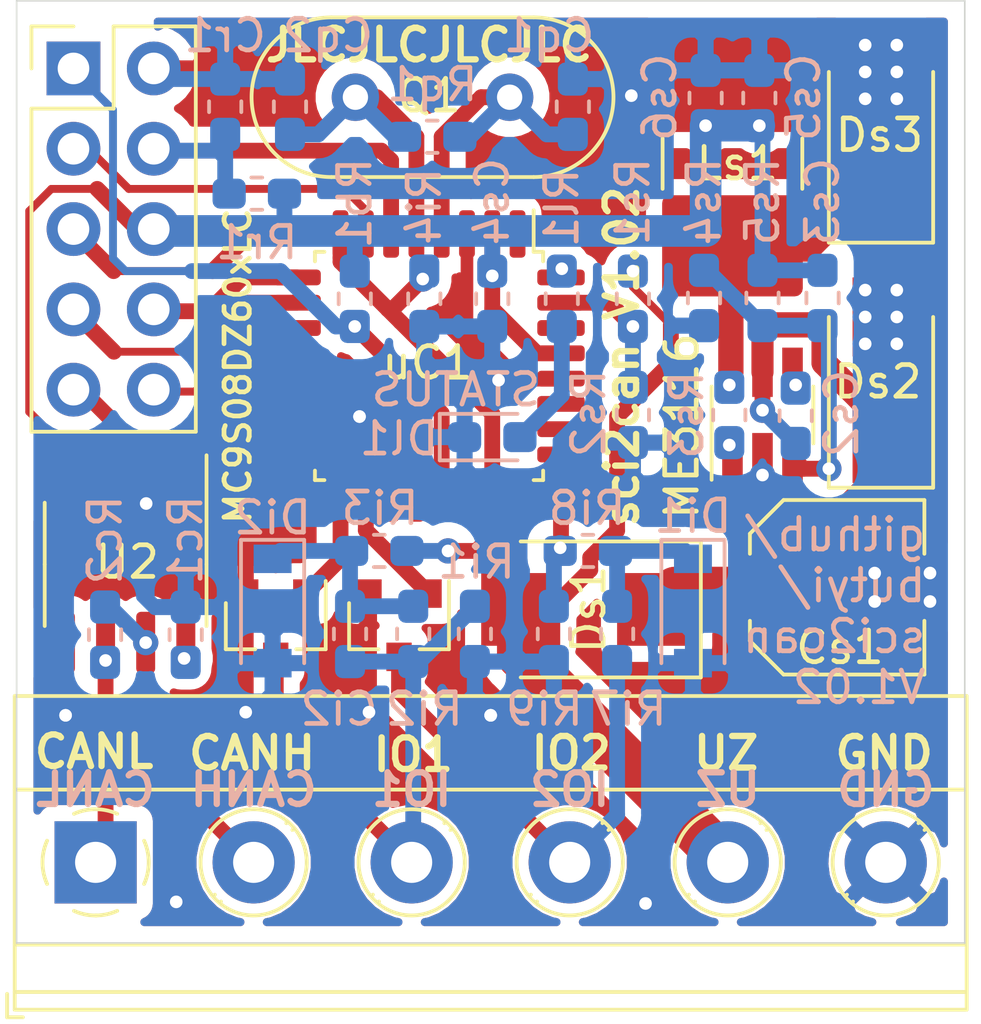
<source format=kicad_pcb>
(kicad_pcb (version 20171130) (host pcbnew 5.1.6-c6e7f7d~86~ubuntu18.04.1)

  (general
    (thickness 1.6)
    (drawings 19)
    (tracks 264)
    (zones 0)
    (modules 43)
    (nets 45)
  )

  (page A4)
  (title_block
    (title "SCI to CAN gateway")
    (date 2020-06-07)
    (rev 1.02)
    (company www.butyi.hu)
    (comment 1 "Project is available on GitHub. Link: github.com/butyi/sci2can")
  )

  (layers
    (0 F.Cu signal)
    (31 B.Cu signal)
    (32 B.Adhes user)
    (33 F.Adhes user)
    (34 B.Paste user)
    (35 F.Paste user)
    (36 B.SilkS user)
    (37 F.SilkS user)
    (38 B.Mask user)
    (39 F.Mask user)
    (40 Dwgs.User user)
    (41 Cmts.User user)
    (42 Eco1.User user)
    (43 Eco2.User user)
    (44 Edge.Cuts user)
    (45 Margin user)
    (46 B.CrtYd user)
    (47 F.CrtYd user)
    (48 B.Fab user hide)
    (49 F.Fab user hide)
  )

  (setup
    (last_trace_width 0.5)
    (user_trace_width 0.25)
    (user_trace_width 1)
    (trace_clearance 0.2)
    (zone_clearance 0.508)
    (zone_45_only no)
    (trace_min 0.2)
    (via_size 0.8)
    (via_drill 0.4)
    (via_min_size 0.4)
    (via_min_drill 0.3)
    (uvia_size 0.3)
    (uvia_drill 0.1)
    (uvias_allowed no)
    (uvia_min_size 0.2)
    (uvia_min_drill 0.1)
    (edge_width 0.05)
    (segment_width 0.2)
    (pcb_text_width 0.2)
    (pcb_text_size 1 1)
    (mod_edge_width 0.12)
    (mod_text_size 1 1)
    (mod_text_width 0.15)
    (pad_size 3.6 3.6)
    (pad_drill 2)
    (pad_to_mask_clearance 0.051)
    (solder_mask_min_width 0.25)
    (aux_axis_origin 226.1 105.55)
    (grid_origin 96.05 145.7)
    (visible_elements FFFFFFFF)
    (pcbplotparams
      (layerselection 0x010fc_ffffffff)
      (usegerberextensions false)
      (usegerberattributes false)
      (usegerberadvancedattributes false)
      (creategerberjobfile false)
      (excludeedgelayer true)
      (linewidth 0.100000)
      (plotframeref false)
      (viasonmask false)
      (mode 1)
      (useauxorigin false)
      (hpglpennumber 1)
      (hpglpenspeed 20)
      (hpglpendiameter 15.000000)
      (psnegative false)
      (psa4output false)
      (plotreference true)
      (plotvalue true)
      (plotinvisibletext false)
      (padsonsilk false)
      (subtractmaskfromsilk false)
      (outputformat 1)
      (mirror false)
      (drillshape 0)
      (scaleselection 1)
      (outputdirectory "gerber/"))
  )

  (net 0 "")
  (net 1 GND)
  (net 2 RESET)
  (net 3 EXTAL)
  (net 4 XTAL)
  (net 5 LED2)
  (net 6 BKGD)
  (net 7 RXCAN)
  (net 8 TXCAN)
  (net 9 RxD1)
  (net 10 "Net-(U2-Pad5)")
  (net 11 UZ_MEAS)
  (net 12 UZ)
  (net 13 CANH)
  (net 14 CANL)
  (net 15 +3V3)
  (net 16 SDA)
  (net 17 SCL)
  (net 18 PTE3)
  (net 19 PTE2)
  (net 20 TxD1)
  (net 21 IO1)
  (net 22 IN2)
  (net 23 FET2)
  (net 24 FET1)
  (net 25 IO2)
  (net 26 "Net-(Ci2-Pad1)")
  (net 27 "Net-(Di1-Pad1)")
  (net 28 "Net-(Cs1-Pad1)")
  (net 29 "Net-(Cs2-Pad2)")
  (net 30 "Net-(Cs2-Pad1)")
  (net 31 "Net-(Cs3-Pad1)")
  (net 32 "Net-(Dl1-Pad2)")
  (net 33 "Net-(Rc1-Pad2)")
  (net 34 "Net-(Rs3-Pad1)")
  (net 35 "Net-(uC1-Pad30)")
  (net 36 "Net-(uC1-Pad27)")
  (net 37 "Net-(uC1-Pad26)")
  (net 38 "Net-(uC1-Pad24)")
  (net 39 "Net-(uC1-Pad22)")
  (net 40 "Net-(uC1-Pad20)")
  (net 41 "Net-(uC1-Pad19)")
  (net 42 "Net-(uC1-Pad16)")
  (net 43 "Net-(uC1-Pad15)")
  (net 44 "Net-(uC1-Pad1)")

  (net_class Default "This is the default net class."
    (clearance 0.2)
    (trace_width 0.5)
    (via_dia 0.8)
    (via_drill 0.4)
    (uvia_dia 0.3)
    (uvia_drill 0.1)
    (add_net +3V3)
    (add_net BKGD)
    (add_net CANH)
    (add_net CANL)
    (add_net EXTAL)
    (add_net FET1)
    (add_net FET2)
    (add_net GND)
    (add_net IN2)
    (add_net IO1)
    (add_net IO2)
    (add_net LED2)
    (add_net "Net-(Ci2-Pad1)")
    (add_net "Net-(Cs1-Pad1)")
    (add_net "Net-(Cs2-Pad1)")
    (add_net "Net-(Cs2-Pad2)")
    (add_net "Net-(Cs3-Pad1)")
    (add_net "Net-(Di1-Pad1)")
    (add_net "Net-(Dl1-Pad2)")
    (add_net "Net-(Rc1-Pad2)")
    (add_net "Net-(Rs3-Pad1)")
    (add_net "Net-(U2-Pad5)")
    (add_net "Net-(uC1-Pad1)")
    (add_net "Net-(uC1-Pad15)")
    (add_net "Net-(uC1-Pad16)")
    (add_net "Net-(uC1-Pad19)")
    (add_net "Net-(uC1-Pad20)")
    (add_net "Net-(uC1-Pad22)")
    (add_net "Net-(uC1-Pad24)")
    (add_net "Net-(uC1-Pad26)")
    (add_net "Net-(uC1-Pad27)")
    (add_net "Net-(uC1-Pad30)")
    (add_net PTE2)
    (add_net PTE3)
    (add_net RESET)
    (add_net RXCAN)
    (add_net RxD1)
    (add_net SCL)
    (add_net SDA)
    (add_net TXCAN)
    (add_net TxD1)
    (add_net UZ)
    (add_net UZ_MEAS)
    (add_net XTAL)
  )

  (module Diode_SMD:D_SOD-123 (layer B.Cu) (tedit 58645DC7) (tstamp 5EC4FB8A)
    (at 204.15 95 270)
    (descr SOD-123)
    (tags SOD-123)
    (path /5EC5BB2B)
    (attr smd)
    (fp_text reference Di2 (at -2.95 0 180) (layer B.SilkS)
      (effects (font (size 1 1) (thickness 0.15)) (justify mirror))
    )
    (fp_text value BZT52C4V7 (at 0 -2.1 90) (layer B.Fab)
      (effects (font (size 1 1) (thickness 0.15)) (justify mirror))
    )
    (fp_text user %R (at 0 2 90) (layer B.Fab)
      (effects (font (size 1 1) (thickness 0.15)) (justify mirror))
    )
    (fp_line (start -2.25 1) (end -2.25 -1) (layer B.SilkS) (width 0.12))
    (fp_line (start 0.25 0) (end 0.75 0) (layer B.Fab) (width 0.1))
    (fp_line (start 0.25 -0.4) (end -0.35 0) (layer B.Fab) (width 0.1))
    (fp_line (start 0.25 0.4) (end 0.25 -0.4) (layer B.Fab) (width 0.1))
    (fp_line (start -0.35 0) (end 0.25 0.4) (layer B.Fab) (width 0.1))
    (fp_line (start -0.35 0) (end -0.35 -0.55) (layer B.Fab) (width 0.1))
    (fp_line (start -0.35 0) (end -0.35 0.55) (layer B.Fab) (width 0.1))
    (fp_line (start -0.75 0) (end -0.35 0) (layer B.Fab) (width 0.1))
    (fp_line (start -1.4 -0.9) (end -1.4 0.9) (layer B.Fab) (width 0.1))
    (fp_line (start 1.4 -0.9) (end -1.4 -0.9) (layer B.Fab) (width 0.1))
    (fp_line (start 1.4 0.9) (end 1.4 -0.9) (layer B.Fab) (width 0.1))
    (fp_line (start -1.4 0.9) (end 1.4 0.9) (layer B.Fab) (width 0.1))
    (fp_line (start -2.35 1.15) (end 2.35 1.15) (layer B.CrtYd) (width 0.05))
    (fp_line (start 2.35 1.15) (end 2.35 -1.15) (layer B.CrtYd) (width 0.05))
    (fp_line (start 2.35 -1.15) (end -2.35 -1.15) (layer B.CrtYd) (width 0.05))
    (fp_line (start -2.35 1.15) (end -2.35 -1.15) (layer B.CrtYd) (width 0.05))
    (fp_line (start -2.25 -1) (end 1.65 -1) (layer B.SilkS) (width 0.12))
    (fp_line (start -2.25 1) (end 1.65 1) (layer B.SilkS) (width 0.12))
    (pad 2 smd rect (at 1.65 0 270) (size 0.9 1.2) (layers B.Cu B.Paste B.Mask)
      (net 1 GND))
    (pad 1 smd rect (at -1.65 0 270) (size 0.9 1.2) (layers B.Cu B.Paste B.Mask)
      (net 26 "Net-(Ci2-Pad1)"))
    (model ${KISYS3DMOD}/Diode_SMD.3dshapes/D_SOD-123.wrl
      (at (xyz 0 0 0))
      (scale (xyz 1 1 1))
      (rotate (xyz 0 0 0))
    )
  )

  (module Diode_SMD:D_SOD-123 (layer B.Cu) (tedit 58645DC7) (tstamp 5EE07411)
    (at 217.45 95 270)
    (descr SOD-123)
    (tags SOD-123)
    (path /5EE77C27)
    (attr smd)
    (fp_text reference Di1 (at -3 0 180) (layer B.SilkS)
      (effects (font (size 1 1) (thickness 0.15)) (justify mirror))
    )
    (fp_text value BZT52C4V7 (at 0 -2.1 90) (layer B.Fab)
      (effects (font (size 1 1) (thickness 0.15)) (justify mirror))
    )
    (fp_text user %R (at 0 2 90) (layer B.Fab)
      (effects (font (size 1 1) (thickness 0.15)) (justify mirror))
    )
    (fp_line (start -2.25 1) (end -2.25 -1) (layer B.SilkS) (width 0.12))
    (fp_line (start 0.25 0) (end 0.75 0) (layer B.Fab) (width 0.1))
    (fp_line (start 0.25 -0.4) (end -0.35 0) (layer B.Fab) (width 0.1))
    (fp_line (start 0.25 0.4) (end 0.25 -0.4) (layer B.Fab) (width 0.1))
    (fp_line (start -0.35 0) (end 0.25 0.4) (layer B.Fab) (width 0.1))
    (fp_line (start -0.35 0) (end -0.35 -0.55) (layer B.Fab) (width 0.1))
    (fp_line (start -0.35 0) (end -0.35 0.55) (layer B.Fab) (width 0.1))
    (fp_line (start -0.75 0) (end -0.35 0) (layer B.Fab) (width 0.1))
    (fp_line (start -1.4 -0.9) (end -1.4 0.9) (layer B.Fab) (width 0.1))
    (fp_line (start 1.4 -0.9) (end -1.4 -0.9) (layer B.Fab) (width 0.1))
    (fp_line (start 1.4 0.9) (end 1.4 -0.9) (layer B.Fab) (width 0.1))
    (fp_line (start -1.4 0.9) (end 1.4 0.9) (layer B.Fab) (width 0.1))
    (fp_line (start -2.35 1.15) (end 2.35 1.15) (layer B.CrtYd) (width 0.05))
    (fp_line (start 2.35 1.15) (end 2.35 -1.15) (layer B.CrtYd) (width 0.05))
    (fp_line (start 2.35 -1.15) (end -2.35 -1.15) (layer B.CrtYd) (width 0.05))
    (fp_line (start -2.35 1.15) (end -2.35 -1.15) (layer B.CrtYd) (width 0.05))
    (fp_line (start -2.25 -1) (end 1.65 -1) (layer B.SilkS) (width 0.12))
    (fp_line (start -2.25 1) (end 1.65 1) (layer B.SilkS) (width 0.12))
    (pad 2 smd rect (at 1.65 0 270) (size 0.9 1.2) (layers B.Cu B.Paste B.Mask)
      (net 1 GND))
    (pad 1 smd rect (at -1.65 0 270) (size 0.9 1.2) (layers B.Cu B.Paste B.Mask)
      (net 27 "Net-(Di1-Pad1)"))
    (model ${KISYS3DMOD}/Diode_SMD.3dshapes/D_SOD-123.wrl
      (at (xyz 0 0 0))
      (scale (xyz 1 1 1))
      (rotate (xyz 0 0 0))
    )
  )

  (module Diode_SMD:D_SMA (layer F.Cu) (tedit 586432E5) (tstamp 5EE12191)
    (at 223.4 87.7 90)
    (descr "Diode SMA (DO-214AC)")
    (tags "Diode SMA (DO-214AC)")
    (path /5EE268B2)
    (attr smd)
    (fp_text reference Ds2 (at -0.05 -0.1 180) (layer F.SilkS)
      (effects (font (size 1 1) (thickness 0.15)))
    )
    (fp_text value "SMAJ33A 38.7V" (at 0 2.6 90) (layer F.Fab)
      (effects (font (size 1 1) (thickness 0.15)))
    )
    (fp_line (start -3.4 -1.65) (end 2 -1.65) (layer F.SilkS) (width 0.12))
    (fp_line (start -3.4 1.65) (end 2 1.65) (layer F.SilkS) (width 0.12))
    (fp_line (start -0.64944 0.00102) (end 0.50118 -0.79908) (layer F.Fab) (width 0.1))
    (fp_line (start -0.64944 0.00102) (end 0.50118 0.75032) (layer F.Fab) (width 0.1))
    (fp_line (start 0.50118 0.75032) (end 0.50118 -0.79908) (layer F.Fab) (width 0.1))
    (fp_line (start -0.64944 -0.79908) (end -0.64944 0.80112) (layer F.Fab) (width 0.1))
    (fp_line (start 0.50118 0.00102) (end 1.4994 0.00102) (layer F.Fab) (width 0.1))
    (fp_line (start -0.64944 0.00102) (end -1.55114 0.00102) (layer F.Fab) (width 0.1))
    (fp_line (start -3.5 1.75) (end -3.5 -1.75) (layer F.CrtYd) (width 0.05))
    (fp_line (start 3.5 1.75) (end -3.5 1.75) (layer F.CrtYd) (width 0.05))
    (fp_line (start 3.5 -1.75) (end 3.5 1.75) (layer F.CrtYd) (width 0.05))
    (fp_line (start -3.5 -1.75) (end 3.5 -1.75) (layer F.CrtYd) (width 0.05))
    (fp_line (start 2.3 -1.5) (end -2.3 -1.5) (layer F.Fab) (width 0.1))
    (fp_line (start 2.3 -1.5) (end 2.3 1.5) (layer F.Fab) (width 0.1))
    (fp_line (start -2.3 1.5) (end -2.3 -1.5) (layer F.Fab) (width 0.1))
    (fp_line (start 2.3 1.5) (end -2.3 1.5) (layer F.Fab) (width 0.1))
    (fp_line (start -3.4 -1.65) (end -3.4 1.65) (layer F.SilkS) (width 0.12))
    (fp_text user %R (at 0 -2.5 90) (layer F.Fab)
      (effects (font (size 1 1) (thickness 0.15)))
    )
    (pad 2 smd rect (at 2 0 90) (size 2.5 1.8) (layers F.Cu F.Paste F.Mask)
      (net 1 GND))
    (pad 1 smd rect (at -2 0 90) (size 2.5 1.8) (layers F.Cu F.Paste F.Mask)
      (net 28 "Net-(Cs1-Pad1)"))
    (model ${KISYS3DMOD}/Diode_SMD.3dshapes/D_SMA.wrl
      (at (xyz 0 0 0))
      (scale (xyz 1 1 1))
      (rotate (xyz 0 0 0))
    )
  )

  (module Diode_SMD:D_SMA (layer F.Cu) (tedit 586432E5) (tstamp 5EDE0946)
    (at 223.4 79.95 90)
    (descr "Diode SMA (DO-214AC)")
    (tags "Diode SMA (DO-214AC)")
    (path /5EECE595)
    (attr smd)
    (fp_text reference Ds3 (at 0 -0.05 180) (layer F.SilkS)
      (effects (font (size 1 1) (thickness 0.15)))
    )
    (fp_text value SS34 (at 0 2.6 90) (layer F.Fab)
      (effects (font (size 1 1) (thickness 0.15)))
    )
    (fp_line (start -3.4 -1.65) (end -3.4 1.65) (layer F.SilkS) (width 0.12))
    (fp_line (start 2.3 1.5) (end -2.3 1.5) (layer F.Fab) (width 0.1))
    (fp_line (start -2.3 1.5) (end -2.3 -1.5) (layer F.Fab) (width 0.1))
    (fp_line (start 2.3 -1.5) (end 2.3 1.5) (layer F.Fab) (width 0.1))
    (fp_line (start 2.3 -1.5) (end -2.3 -1.5) (layer F.Fab) (width 0.1))
    (fp_line (start -3.5 -1.75) (end 3.5 -1.75) (layer F.CrtYd) (width 0.05))
    (fp_line (start 3.5 -1.75) (end 3.5 1.75) (layer F.CrtYd) (width 0.05))
    (fp_line (start 3.5 1.75) (end -3.5 1.75) (layer F.CrtYd) (width 0.05))
    (fp_line (start -3.5 1.75) (end -3.5 -1.75) (layer F.CrtYd) (width 0.05))
    (fp_line (start -0.64944 0.00102) (end -1.55114 0.00102) (layer F.Fab) (width 0.1))
    (fp_line (start 0.50118 0.00102) (end 1.4994 0.00102) (layer F.Fab) (width 0.1))
    (fp_line (start -0.64944 -0.79908) (end -0.64944 0.80112) (layer F.Fab) (width 0.1))
    (fp_line (start 0.50118 0.75032) (end 0.50118 -0.79908) (layer F.Fab) (width 0.1))
    (fp_line (start -0.64944 0.00102) (end 0.50118 0.75032) (layer F.Fab) (width 0.1))
    (fp_line (start -0.64944 0.00102) (end 0.50118 -0.79908) (layer F.Fab) (width 0.1))
    (fp_line (start -3.4 1.65) (end 2 1.65) (layer F.SilkS) (width 0.12))
    (fp_line (start -3.4 -1.65) (end 2 -1.65) (layer F.SilkS) (width 0.12))
    (fp_text user %R (at 0 -2.5 90) (layer F.Fab)
      (effects (font (size 1 1) (thickness 0.15)))
    )
    (pad 2 smd rect (at 2 0 90) (size 2.5 1.8) (layers F.Cu F.Paste F.Mask)
      (net 1 GND))
    (pad 1 smd rect (at -2 0 90) (size 2.5 1.8) (layers F.Cu F.Paste F.Mask)
      (net 29 "Net-(Cs2-Pad2)"))
    (model ${KISYS3DMOD}/Diode_SMD.3dshapes/D_SMA.wrl
      (at (xyz 0 0 0))
      (scale (xyz 1 1 1))
      (rotate (xyz 0 0 0))
    )
  )

  (module Resistor_SMD:R_0603_1608Metric_Pad1.05x0.95mm_HandSolder (layer B.Cu) (tedit 5B301BBD) (tstamp 5EE013CD)
    (at 213.05 95.725 90)
    (descr "Resistor SMD 0603 (1608 Metric), square (rectangular) end terminal, IPC_7351 nominal with elongated pad for handsoldering. (Body size source: http://www.tortai-tech.com/upload/download/2011102023233369053.pdf), generated with kicad-footprint-generator")
    (tags "resistor handsolder")
    (path /5EE77C34)
    (attr smd)
    (fp_text reference Ri9 (at -2.375 -0.3 180) (layer B.SilkS)
      (effects (font (size 1 1) (thickness 0.15)) (justify mirror))
    )
    (fp_text value ?* (at 0 -1.43 90) (layer B.Fab)
      (effects (font (size 1 1) (thickness 0.15)) (justify mirror))
    )
    (fp_line (start -0.8 -0.4) (end -0.8 0.4) (layer B.Fab) (width 0.1))
    (fp_line (start -0.8 0.4) (end 0.8 0.4) (layer B.Fab) (width 0.1))
    (fp_line (start 0.8 0.4) (end 0.8 -0.4) (layer B.Fab) (width 0.1))
    (fp_line (start 0.8 -0.4) (end -0.8 -0.4) (layer B.Fab) (width 0.1))
    (fp_line (start -0.171267 0.51) (end 0.171267 0.51) (layer B.SilkS) (width 0.12))
    (fp_line (start -0.171267 -0.51) (end 0.171267 -0.51) (layer B.SilkS) (width 0.12))
    (fp_line (start -1.65 -0.73) (end -1.65 0.73) (layer B.CrtYd) (width 0.05))
    (fp_line (start -1.65 0.73) (end 1.65 0.73) (layer B.CrtYd) (width 0.05))
    (fp_line (start 1.65 0.73) (end 1.65 -0.73) (layer B.CrtYd) (width 0.05))
    (fp_line (start 1.65 -0.73) (end -1.65 -0.73) (layer B.CrtYd) (width 0.05))
    (fp_text user %R (at 0 0 90) (layer B.Fab)
      (effects (font (size 0.4 0.4) (thickness 0.06)) (justify mirror))
    )
    (pad 1 smd roundrect (at -0.875 0 90) (size 1.05 0.95) (layers B.Cu B.Paste B.Mask) (roundrect_rratio 0.25)
      (net 1 GND))
    (pad 2 smd roundrect (at 0.875 0 90) (size 1.05 0.95) (layers B.Cu B.Paste B.Mask) (roundrect_rratio 0.25)
      (net 22 IN2))
    (model ${KISYS3DMOD}/Resistor_SMD.3dshapes/R_0603_1608Metric.wrl
      (at (xyz 0 0 0))
      (scale (xyz 1 1 1))
      (rotate (xyz 0 0 0))
    )
  )

  (module Resistor_SMD:R_0603_1608Metric_Pad1.05x0.95mm_HandSolder (layer B.Cu) (tedit 5B301BBD) (tstamp 5EE013BC)
    (at 214.125 93.1)
    (descr "Resistor SMD 0603 (1608 Metric), square (rectangular) end terminal, IPC_7351 nominal with elongated pad for handsoldering. (Body size source: http://www.tortai-tech.com/upload/download/2011102023233369053.pdf), generated with kicad-footprint-generator")
    (tags "resistor handsolder")
    (path /5EE77C12)
    (attr smd)
    (fp_text reference Ri8 (at -0.025 -1.35) (layer B.SilkS)
      (effects (font (size 1 1) (thickness 0.15)) (justify mirror))
    )
    (fp_text value 1k (at 0 -1.43) (layer B.Fab)
      (effects (font (size 1 1) (thickness 0.15)) (justify mirror))
    )
    (fp_line (start -0.8 -0.4) (end -0.8 0.4) (layer B.Fab) (width 0.1))
    (fp_line (start -0.8 0.4) (end 0.8 0.4) (layer B.Fab) (width 0.1))
    (fp_line (start 0.8 0.4) (end 0.8 -0.4) (layer B.Fab) (width 0.1))
    (fp_line (start 0.8 -0.4) (end -0.8 -0.4) (layer B.Fab) (width 0.1))
    (fp_line (start -0.171267 0.51) (end 0.171267 0.51) (layer B.SilkS) (width 0.12))
    (fp_line (start -0.171267 -0.51) (end 0.171267 -0.51) (layer B.SilkS) (width 0.12))
    (fp_line (start -1.65 -0.73) (end -1.65 0.73) (layer B.CrtYd) (width 0.05))
    (fp_line (start -1.65 0.73) (end 1.65 0.73) (layer B.CrtYd) (width 0.05))
    (fp_line (start 1.65 0.73) (end 1.65 -0.73) (layer B.CrtYd) (width 0.05))
    (fp_line (start 1.65 -0.73) (end -1.65 -0.73) (layer B.CrtYd) (width 0.05))
    (fp_text user %R (at 0 0) (layer B.Fab)
      (effects (font (size 0.4 0.4) (thickness 0.06)) (justify mirror))
    )
    (pad 1 smd roundrect (at -0.875 0) (size 1.05 0.95) (layers B.Cu B.Paste B.Mask) (roundrect_rratio 0.25)
      (net 22 IN2))
    (pad 2 smd roundrect (at 0.875 0) (size 1.05 0.95) (layers B.Cu B.Paste B.Mask) (roundrect_rratio 0.25)
      (net 27 "Net-(Di1-Pad1)"))
    (model ${KISYS3DMOD}/Resistor_SMD.3dshapes/R_0603_1608Metric.wrl
      (at (xyz 0 0 0))
      (scale (xyz 1 1 1))
      (rotate (xyz 0 0 0))
    )
  )

  (module Resistor_SMD:R_0603_1608Metric_Pad1.05x0.95mm_HandSolder (layer B.Cu) (tedit 5B301BBD) (tstamp 5EE0124B)
    (at 215.05 95.725 270)
    (descr "Resistor SMD 0603 (1608 Metric), square (rectangular) end terminal, IPC_7351 nominal with elongated pad for handsoldering. (Body size source: http://www.tortai-tech.com/upload/download/2011102023233369053.pdf), generated with kicad-footprint-generator")
    (tags "resistor handsolder")
    (path /5EE77C19)
    (attr smd)
    (fp_text reference Ri7 (at 2.375 -0.35 180) (layer B.SilkS)
      (effects (font (size 1 1) (thickness 0.15)) (justify mirror))
    )
    (fp_text value 10k (at 0 -1.43 90) (layer B.Fab)
      (effects (font (size 1 1) (thickness 0.15)) (justify mirror))
    )
    (fp_line (start -0.8 -0.4) (end -0.8 0.4) (layer B.Fab) (width 0.1))
    (fp_line (start -0.8 0.4) (end 0.8 0.4) (layer B.Fab) (width 0.1))
    (fp_line (start 0.8 0.4) (end 0.8 -0.4) (layer B.Fab) (width 0.1))
    (fp_line (start 0.8 -0.4) (end -0.8 -0.4) (layer B.Fab) (width 0.1))
    (fp_line (start -0.171267 0.51) (end 0.171267 0.51) (layer B.SilkS) (width 0.12))
    (fp_line (start -0.171267 -0.51) (end 0.171267 -0.51) (layer B.SilkS) (width 0.12))
    (fp_line (start -1.65 -0.73) (end -1.65 0.73) (layer B.CrtYd) (width 0.05))
    (fp_line (start -1.65 0.73) (end 1.65 0.73) (layer B.CrtYd) (width 0.05))
    (fp_line (start 1.65 0.73) (end 1.65 -0.73) (layer B.CrtYd) (width 0.05))
    (fp_line (start 1.65 -0.73) (end -1.65 -0.73) (layer B.CrtYd) (width 0.05))
    (fp_text user %R (at 0 0 90) (layer B.Fab)
      (effects (font (size 0.4 0.4) (thickness 0.06)) (justify mirror))
    )
    (pad 1 smd roundrect (at -0.875 0 270) (size 1.05 0.95) (layers B.Cu B.Paste B.Mask) (roundrect_rratio 0.25)
      (net 27 "Net-(Di1-Pad1)"))
    (pad 2 smd roundrect (at 0.875 0 270) (size 1.05 0.95) (layers B.Cu B.Paste B.Mask) (roundrect_rratio 0.25)
      (net 21 IO1))
    (model ${KISYS3DMOD}/Resistor_SMD.3dshapes/R_0603_1608Metric.wrl
      (at (xyz 0 0 0))
      (scale (xyz 1 1 1))
      (rotate (xyz 0 0 0))
    )
  )

  (module Package_TO_SOT_SMD:SOT-23 (layer F.Cu) (tedit 5A02FF57) (tstamp 5EE0123A)
    (at 208.15 95.45 270)
    (descr "SOT-23, Standard")
    (tags SOT-23)
    (path /5EEB9BE3)
    (attr smd)
    (fp_text reference T1 (at 0 -2.5 90) (layer F.Fab)
      (effects (font (size 1 1) (thickness 0.15)))
    )
    (fp_text value TSM2308* (at 0 2.5 90) (layer F.Fab)
      (effects (font (size 1 1) (thickness 0.15)))
    )
    (fp_line (start 0.76 1.58) (end -0.7 1.58) (layer F.SilkS) (width 0.12))
    (fp_line (start 0.76 -1.58) (end -1.4 -1.58) (layer F.SilkS) (width 0.12))
    (fp_line (start -1.7 1.75) (end -1.7 -1.75) (layer F.CrtYd) (width 0.05))
    (fp_line (start 1.7 1.75) (end -1.7 1.75) (layer F.CrtYd) (width 0.05))
    (fp_line (start 1.7 -1.75) (end 1.7 1.75) (layer F.CrtYd) (width 0.05))
    (fp_line (start -1.7 -1.75) (end 1.7 -1.75) (layer F.CrtYd) (width 0.05))
    (fp_line (start 0.76 -1.58) (end 0.76 -0.65) (layer F.SilkS) (width 0.12))
    (fp_line (start 0.76 1.58) (end 0.76 0.65) (layer F.SilkS) (width 0.12))
    (fp_line (start -0.7 1.52) (end 0.7 1.52) (layer F.Fab) (width 0.1))
    (fp_line (start 0.7 -1.52) (end 0.7 1.52) (layer F.Fab) (width 0.1))
    (fp_line (start -0.7 -0.95) (end -0.15 -1.52) (layer F.Fab) (width 0.1))
    (fp_line (start -0.15 -1.52) (end 0.7 -1.52) (layer F.Fab) (width 0.1))
    (fp_line (start -0.7 -0.95) (end -0.7 1.5) (layer F.Fab) (width 0.1))
    (fp_text user %R (at 0 0) (layer F.Fab)
      (effects (font (size 0.5 0.5) (thickness 0.075)))
    )
    (pad 3 smd rect (at 1 0 270) (size 0.9 0.8) (layers F.Cu F.Paste F.Mask)
      (net 21 IO1))
    (pad 2 smd rect (at -1 0.95 270) (size 0.9 0.8) (layers F.Cu F.Paste F.Mask)
      (net 1 GND))
    (pad 1 smd rect (at -1 -0.95 270) (size 0.9 0.8) (layers F.Cu F.Paste F.Mask)
      (net 24 FET1))
    (model ${KISYS3DMOD}/Package_TO_SOT_SMD.3dshapes/SOT-23.wrl
      (at (xyz 0 0 0))
      (scale (xyz 1 1 1))
      (rotate (xyz 0 0 0))
    )
  )

  (module Capacitor_SMD:C_0603_1608Metric_Pad1.05x0.95mm_HandSolder (layer B.Cu) (tedit 5B301BBE) (tstamp 5EE00F8A)
    (at 221.55 85.1 90)
    (descr "Capacitor SMD 0603 (1608 Metric), square (rectangular) end terminal, IPC_7351 nominal with elongated pad for handsoldering. (Body size source: http://www.tortai-tech.com/upload/download/2011102023233369053.pdf), generated with kicad-footprint-generator")
    (tags "capacitor handsolder")
    (path /5EE059EE)
    (attr smd)
    (fp_text reference Cs3 (at 3.05 0 90) (layer B.SilkS)
      (effects (font (size 1 1) (thickness 0.15)) (justify mirror))
    )
    (fp_text value 220pF (at 0 -1.43 90) (layer B.Fab)
      (effects (font (size 1 1) (thickness 0.15)) (justify mirror))
    )
    (fp_line (start 1.65 -0.73) (end -1.65 -0.73) (layer B.CrtYd) (width 0.05))
    (fp_line (start 1.65 0.73) (end 1.65 -0.73) (layer B.CrtYd) (width 0.05))
    (fp_line (start -1.65 0.73) (end 1.65 0.73) (layer B.CrtYd) (width 0.05))
    (fp_line (start -1.65 -0.73) (end -1.65 0.73) (layer B.CrtYd) (width 0.05))
    (fp_line (start -0.171267 -0.51) (end 0.171267 -0.51) (layer B.SilkS) (width 0.12))
    (fp_line (start -0.171267 0.51) (end 0.171267 0.51) (layer B.SilkS) (width 0.12))
    (fp_line (start 0.8 -0.4) (end -0.8 -0.4) (layer B.Fab) (width 0.1))
    (fp_line (start 0.8 0.4) (end 0.8 -0.4) (layer B.Fab) (width 0.1))
    (fp_line (start -0.8 0.4) (end 0.8 0.4) (layer B.Fab) (width 0.1))
    (fp_line (start -0.8 -0.4) (end -0.8 0.4) (layer B.Fab) (width 0.1))
    (fp_text user %R (at 0 0 90) (layer B.Fab)
      (effects (font (size 0.4 0.4) (thickness 0.06)) (justify mirror))
    )
    (pad 2 smd roundrect (at 0.875 0 90) (size 1.05 0.95) (layers B.Cu B.Paste B.Mask) (roundrect_rratio 0.25)
      (net 15 +3V3))
    (pad 1 smd roundrect (at -0.875 0 90) (size 1.05 0.95) (layers B.Cu B.Paste B.Mask) (roundrect_rratio 0.25)
      (net 31 "Net-(Cs3-Pad1)"))
    (model ${KISYS3DMOD}/Capacitor_SMD.3dshapes/C_0603_1608Metric.wrl
      (at (xyz 0 0 0))
      (scale (xyz 1 1 1))
      (rotate (xyz 0 0 0))
    )
  )

  (module Capacitor_SMD:C_Elec_5x5.8 (layer F.Cu) (tedit 5BC8D926) (tstamp 5EDEEA84)
    (at 222.0125 94.25)
    (descr "SMD capacitor, aluminum electrolytic nonpolar, 5.0x5.8mm")
    (tags "capacitor electrolyic nonpolar")
    (path /5EAF3A4D)
    (attr smd)
    (fp_text reference Cs1 (at 0.0875 1.9 180) (layer F.SilkS)
      (effects (font (size 1 1) (thickness 0.15)))
    )
    (fp_text value "10uF 50V" (at 0 3.7 180) (layer F.Fab)
      (effects (font (size 1 1) (thickness 0.15)))
    )
    (fp_circle (center 0 0) (end 2.5 0) (layer F.Fab) (width 0.1))
    (fp_line (start 2.65 -2.65) (end 2.65 2.65) (layer F.Fab) (width 0.1))
    (fp_line (start -1.65 -2.65) (end 2.65 -2.65) (layer F.Fab) (width 0.1))
    (fp_line (start -1.65 2.65) (end 2.65 2.65) (layer F.Fab) (width 0.1))
    (fp_line (start -2.65 -1.65) (end -2.65 1.65) (layer F.Fab) (width 0.1))
    (fp_line (start -2.65 -1.65) (end -1.65 -2.65) (layer F.Fab) (width 0.1))
    (fp_line (start -2.65 1.65) (end -1.65 2.65) (layer F.Fab) (width 0.1))
    (fp_line (start 2.76 2.76) (end 2.76 1.06) (layer F.SilkS) (width 0.12))
    (fp_line (start 2.76 -2.76) (end 2.76 -1.06) (layer F.SilkS) (width 0.12))
    (fp_line (start -1.695563 -2.76) (end 2.76 -2.76) (layer F.SilkS) (width 0.12))
    (fp_line (start -1.695563 2.76) (end 2.76 2.76) (layer F.SilkS) (width 0.12))
    (fp_line (start -2.76 1.695563) (end -2.76 1.06) (layer F.SilkS) (width 0.12))
    (fp_line (start -2.76 -1.695563) (end -2.76 -1.06) (layer F.SilkS) (width 0.12))
    (fp_line (start -2.76 -1.695563) (end -1.695563 -2.76) (layer F.SilkS) (width 0.12))
    (fp_line (start -2.76 1.695563) (end -1.695563 2.76) (layer F.SilkS) (width 0.12))
    (fp_line (start 2.9 -2.9) (end 2.9 -1.05) (layer F.CrtYd) (width 0.05))
    (fp_line (start 2.9 -1.05) (end 3.7 -1.05) (layer F.CrtYd) (width 0.05))
    (fp_line (start 3.7 -1.05) (end 3.7 1.05) (layer F.CrtYd) (width 0.05))
    (fp_line (start 3.7 1.05) (end 2.9 1.05) (layer F.CrtYd) (width 0.05))
    (fp_line (start 2.9 1.05) (end 2.9 2.9) (layer F.CrtYd) (width 0.05))
    (fp_line (start -1.75 2.9) (end 2.9 2.9) (layer F.CrtYd) (width 0.05))
    (fp_line (start -1.75 -2.9) (end 2.9 -2.9) (layer F.CrtYd) (width 0.05))
    (fp_line (start -2.9 1.75) (end -1.75 2.9) (layer F.CrtYd) (width 0.05))
    (fp_line (start -2.9 -1.75) (end -1.75 -2.9) (layer F.CrtYd) (width 0.05))
    (fp_line (start -2.9 -1.75) (end -2.9 -1.05) (layer F.CrtYd) (width 0.05))
    (fp_line (start -2.9 1.05) (end -2.9 1.75) (layer F.CrtYd) (width 0.05))
    (fp_line (start -2.9 -1.05) (end -3.7 -1.05) (layer F.CrtYd) (width 0.05))
    (fp_line (start -3.7 -1.05) (end -3.7 1.05) (layer F.CrtYd) (width 0.05))
    (fp_line (start -3.7 1.05) (end -2.9 1.05) (layer F.CrtYd) (width 0.05))
    (fp_text user %R (at 0 0 180) (layer F.Fab)
      (effects (font (size 1 1) (thickness 0.15)))
    )
    (pad 2 smd roundrect (at 2.0625 0) (size 2.775 1.6) (layers F.Cu F.Paste F.Mask) (roundrect_rratio 0.15625)
      (net 1 GND))
    (pad 1 smd roundrect (at -2.0625 0) (size 2.775 1.6) (layers F.Cu F.Paste F.Mask) (roundrect_rratio 0.15625)
      (net 28 "Net-(Cs1-Pad1)"))
    (model ${KISYS3DMOD}/Capacitor_SMD.3dshapes/C_Elec_5x5.8.wrl
      (at (xyz 0 0 0))
      (scale (xyz 1 1 1))
      (rotate (xyz 0 0 0))
    )
  )

  (module Capacitor_SMD:C_0603_1608Metric_Pad1.05x0.95mm_HandSolder (layer B.Cu) (tedit 5B301BBE) (tstamp 5EDF0955)
    (at 217.85 78.775 90)
    (descr "Capacitor SMD 0603 (1608 Metric), square (rectangular) end terminal, IPC_7351 nominal with elongated pad for handsoldering. (Body size source: http://www.tortai-tech.com/upload/download/2011102023233369053.pdf), generated with kicad-footprint-generator")
    (tags "capacitor handsolder")
    (path /5EE9AF38)
    (attr smd)
    (fp_text reference Cs6 (at 0.025 -1.45 90) (layer B.SilkS)
      (effects (font (size 1 1) (thickness 0.15)) (justify mirror))
    )
    (fp_text value 10uF (at 0 -1.43 90) (layer B.Fab)
      (effects (font (size 1 1) (thickness 0.15)) (justify mirror))
    )
    (fp_line (start 1.65 -0.73) (end -1.65 -0.73) (layer B.CrtYd) (width 0.05))
    (fp_line (start 1.65 0.73) (end 1.65 -0.73) (layer B.CrtYd) (width 0.05))
    (fp_line (start -1.65 0.73) (end 1.65 0.73) (layer B.CrtYd) (width 0.05))
    (fp_line (start -1.65 -0.73) (end -1.65 0.73) (layer B.CrtYd) (width 0.05))
    (fp_line (start -0.171267 -0.51) (end 0.171267 -0.51) (layer B.SilkS) (width 0.12))
    (fp_line (start -0.171267 0.51) (end 0.171267 0.51) (layer B.SilkS) (width 0.12))
    (fp_line (start 0.8 -0.4) (end -0.8 -0.4) (layer B.Fab) (width 0.1))
    (fp_line (start 0.8 0.4) (end 0.8 -0.4) (layer B.Fab) (width 0.1))
    (fp_line (start -0.8 0.4) (end 0.8 0.4) (layer B.Fab) (width 0.1))
    (fp_line (start -0.8 -0.4) (end -0.8 0.4) (layer B.Fab) (width 0.1))
    (fp_text user %R (at 0 0 90) (layer B.Fab)
      (effects (font (size 0.4 0.4) (thickness 0.06)) (justify mirror))
    )
    (pad 2 smd roundrect (at 0.875 0 90) (size 1.05 0.95) (layers B.Cu B.Paste B.Mask) (roundrect_rratio 0.25)
      (net 1 GND))
    (pad 1 smd roundrect (at -0.875 0 90) (size 1.05 0.95) (layers B.Cu B.Paste B.Mask) (roundrect_rratio 0.25)
      (net 15 +3V3))
    (model ${KISYS3DMOD}/Capacitor_SMD.3dshapes/C_0603_1608Metric.wrl
      (at (xyz 0 0 0))
      (scale (xyz 1 1 1))
      (rotate (xyz 0 0 0))
    )
  )

  (module Inductor_SMD:L_2816_7142Metric_Pad3.20x4.45mm_HandSolder (layer F.Cu) (tedit 5B341557) (tstamp 5EDDFBF7)
    (at 218.7 80.85 90)
    (descr "Capacitor SMD 2816 (7142 Metric), square (rectangular) end terminal, IPC_7351 nominal with elongated pad for handsoldering. (Body size from: https://www.vishay.com/docs/30100/wsl.pdf), generated with kicad-footprint-generator")
    (tags "inductor handsolder")
    (path /5EDFBD83)
    (attr smd)
    (fp_text reference Ls1 (at 0 0.15 180) (layer F.SilkS)
      (effects (font (size 1 1) (thickness 0.15)))
    )
    (fp_text value 47uH (at 0 3.18 90) (layer F.Fab)
      (effects (font (size 1 1) (thickness 0.15)))
    )
    (fp_line (start 4.45 2.48) (end -4.45 2.48) (layer F.CrtYd) (width 0.05))
    (fp_line (start 4.45 -2.48) (end 4.45 2.48) (layer F.CrtYd) (width 0.05))
    (fp_line (start -4.45 -2.48) (end 4.45 -2.48) (layer F.CrtYd) (width 0.05))
    (fp_line (start -4.45 2.48) (end -4.45 -2.48) (layer F.CrtYd) (width 0.05))
    (fp_line (start -0.797369 2.21) (end 0.797369 2.21) (layer F.SilkS) (width 0.12))
    (fp_line (start -0.797369 -2.21) (end 0.797369 -2.21) (layer F.SilkS) (width 0.12))
    (fp_line (start 3.55 2.1) (end -3.55 2.1) (layer F.Fab) (width 0.1))
    (fp_line (start 3.55 -2.1) (end 3.55 2.1) (layer F.Fab) (width 0.1))
    (fp_line (start -3.55 -2.1) (end 3.55 -2.1) (layer F.Fab) (width 0.1))
    (fp_line (start -3.55 2.1) (end -3.55 -2.1) (layer F.Fab) (width 0.1))
    (fp_text user %R (at 0 0 90) (layer F.Fab)
      (effects (font (size 1 1) (thickness 0.15)))
    )
    (pad 2 smd roundrect (at 2.6 0 90) (size 3.2 4.45) (layers F.Cu F.Paste F.Mask) (roundrect_rratio 0.078125)
      (net 15 +3V3))
    (pad 1 smd roundrect (at -2.6 0 90) (size 3.2 4.45) (layers F.Cu F.Paste F.Mask) (roundrect_rratio 0.078125)
      (net 29 "Net-(Cs2-Pad2)"))
    (model ${KISYS3DMOD}/Inductor_SMD.3dshapes/L_2816_7142Metric.wrl
      (at (xyz 0 0 0))
      (scale (xyz 1 1 1))
      (rotate (xyz 0 0 0))
    )
  )

  (module Package_TO_SOT_SMD:SOT-23-6_Handsoldering (layer F.Cu) (tedit 5A02FF57) (tstamp 5EDE9524)
    (at 219.65 88.8 90)
    (descr "6-pin SOT-23 package, Handsoldering")
    (tags "SOT-23-6 Handsoldering")
    (path /5EDF417F)
    (attr smd)
    (fp_text reference U1 (at 0 2.8 180) (layer F.Fab)
      (effects (font (size 1 1) (thickness 0.15)))
    )
    (fp_text value ME3116 (at -0.35 -2.55 90) (layer F.SilkS)
      (effects (font (size 1 1) (thickness 0.15)))
    )
    (fp_line (start 0.9 -1.55) (end 0.9 1.55) (layer F.Fab) (width 0.1))
    (fp_line (start 0.9 1.55) (end -0.9 1.55) (layer F.Fab) (width 0.1))
    (fp_line (start -0.9 -0.9) (end -0.9 1.55) (layer F.Fab) (width 0.1))
    (fp_line (start 0.9 -1.55) (end -0.25 -1.55) (layer F.Fab) (width 0.1))
    (fp_line (start -0.9 -0.9) (end -0.25 -1.55) (layer F.Fab) (width 0.1))
    (fp_line (start -2.4 -1.8) (end 2.4 -1.8) (layer F.CrtYd) (width 0.05))
    (fp_line (start 2.4 -1.8) (end 2.4 1.8) (layer F.CrtYd) (width 0.05))
    (fp_line (start 2.4 1.8) (end -2.4 1.8) (layer F.CrtYd) (width 0.05))
    (fp_line (start -2.4 1.8) (end -2.4 -1.8) (layer F.CrtYd) (width 0.05))
    (fp_line (start 0.9 -1.61) (end -2.05 -1.61) (layer F.SilkS) (width 0.12))
    (fp_line (start -0.9 1.61) (end 0.9 1.61) (layer F.SilkS) (width 0.12))
    (fp_text user %R (at 0 0) (layer F.Fab)
      (effects (font (size 0.5 0.5) (thickness 0.075)))
    )
    (pad 5 smd rect (at 1.35 0 90) (size 1.56 0.65) (layers F.Cu F.Paste F.Mask)
      (net 28 "Net-(Cs1-Pad1)"))
    (pad 6 smd rect (at 1.35 -0.95 90) (size 1.56 0.65) (layers F.Cu F.Paste F.Mask)
      (net 29 "Net-(Cs2-Pad2)"))
    (pad 4 smd rect (at 1.35 0.95 90) (size 1.56 0.65) (layers F.Cu F.Paste F.Mask)
      (net 34 "Net-(Rs3-Pad1)"))
    (pad 3 smd rect (at -1.35 0.95 90) (size 1.56 0.65) (layers F.Cu F.Paste F.Mask)
      (net 31 "Net-(Cs3-Pad1)"))
    (pad 2 smd rect (at -1.35 0 90) (size 1.56 0.65) (layers F.Cu F.Paste F.Mask)
      (net 1 GND))
    (pad 1 smd rect (at -1.35 -0.95 90) (size 1.56 0.65) (layers F.Cu F.Paste F.Mask)
      (net 30 "Net-(Cs2-Pad1)"))
    (model ${KISYS3DMOD}/Package_TO_SOT_SMD.3dshapes/SOT-23-6.wrl
      (at (xyz 0 0 0))
      (scale (xyz 1 1 1))
      (rotate (xyz 0 0 0))
    )
  )

  (module Resistor_SMD:R_0603_1608Metric_Pad1.05x0.95mm_HandSolder (layer B.Cu) (tedit 5B301BBD) (tstamp 5EDE94AE)
    (at 220.7 88.825 270)
    (descr "Resistor SMD 0603 (1608 Metric), square (rectangular) end terminal, IPC_7351 nominal with elongated pad for handsoldering. (Body size source: http://www.tortai-tech.com/upload/download/2011102023233369053.pdf), generated with kicad-footprint-generator")
    (tags "resistor handsolder")
    (path /5EE0A715)
    (attr smd)
    (fp_text reference Rs3 (at -0.025 3.45 270) (layer B.SilkS)
      (effects (font (size 1 1) (thickness 0.15)) (justify mirror))
    )
    (fp_text value 1M (at 0 -1.43 270) (layer B.Fab)
      (effects (font (size 1 1) (thickness 0.15)) (justify mirror))
    )
    (fp_line (start 1.65 -0.73) (end -1.65 -0.73) (layer B.CrtYd) (width 0.05))
    (fp_line (start 1.65 0.73) (end 1.65 -0.73) (layer B.CrtYd) (width 0.05))
    (fp_line (start -1.65 0.73) (end 1.65 0.73) (layer B.CrtYd) (width 0.05))
    (fp_line (start -1.65 -0.73) (end -1.65 0.73) (layer B.CrtYd) (width 0.05))
    (fp_line (start -0.171267 -0.51) (end 0.171267 -0.51) (layer B.SilkS) (width 0.12))
    (fp_line (start -0.171267 0.51) (end 0.171267 0.51) (layer B.SilkS) (width 0.12))
    (fp_line (start 0.8 -0.4) (end -0.8 -0.4) (layer B.Fab) (width 0.1))
    (fp_line (start 0.8 0.4) (end 0.8 -0.4) (layer B.Fab) (width 0.1))
    (fp_line (start -0.8 0.4) (end 0.8 0.4) (layer B.Fab) (width 0.1))
    (fp_line (start -0.8 -0.4) (end -0.8 0.4) (layer B.Fab) (width 0.1))
    (fp_text user %R (at 0 0 270) (layer B.Fab)
      (effects (font (size 0.4 0.4) (thickness 0.06)) (justify mirror))
    )
    (pad 2 smd roundrect (at 0.875 0 270) (size 1.05 0.95) (layers B.Cu B.Paste B.Mask) (roundrect_rratio 0.25)
      (net 28 "Net-(Cs1-Pad1)"))
    (pad 1 smd roundrect (at -0.875 0 270) (size 1.05 0.95) (layers B.Cu B.Paste B.Mask) (roundrect_rratio 0.25)
      (net 34 "Net-(Rs3-Pad1)"))
    (model ${KISYS3DMOD}/Resistor_SMD.3dshapes/R_0603_1608Metric.wrl
      (at (xyz 0 0 0))
      (scale (xyz 1 1 1))
      (rotate (xyz 0 0 0))
    )
  )

  (module Resistor_SMD:R_0603_1608Metric_Pad1.05x0.95mm_HandSolder (layer B.Cu) (tedit 5B301BBD) (tstamp 5EDFECDD)
    (at 219.65 85.1 270)
    (descr "Resistor SMD 0603 (1608 Metric), square (rectangular) end terminal, IPC_7351 nominal with elongated pad for handsoldering. (Body size source: http://www.tortai-tech.com/upload/download/2011102023233369053.pdf), generated with kicad-footprint-generator")
    (tags "resistor handsolder")
    (path /5EFE4F42)
    (attr smd)
    (fp_text reference Rs5 (at -3.05 0 270) (layer B.SilkS)
      (effects (font (size 1 1) (thickness 0.15)) (justify mirror))
    )
    (fp_text value 10k (at 0 -1.43 270) (layer B.Fab)
      (effects (font (size 1 1) (thickness 0.15)) (justify mirror))
    )
    (fp_line (start -0.8 -0.4) (end -0.8 0.4) (layer B.Fab) (width 0.1))
    (fp_line (start -0.8 0.4) (end 0.8 0.4) (layer B.Fab) (width 0.1))
    (fp_line (start 0.8 0.4) (end 0.8 -0.4) (layer B.Fab) (width 0.1))
    (fp_line (start 0.8 -0.4) (end -0.8 -0.4) (layer B.Fab) (width 0.1))
    (fp_line (start -0.171267 0.51) (end 0.171267 0.51) (layer B.SilkS) (width 0.12))
    (fp_line (start -0.171267 -0.51) (end 0.171267 -0.51) (layer B.SilkS) (width 0.12))
    (fp_line (start -1.65 -0.73) (end -1.65 0.73) (layer B.CrtYd) (width 0.05))
    (fp_line (start -1.65 0.73) (end 1.65 0.73) (layer B.CrtYd) (width 0.05))
    (fp_line (start 1.65 0.73) (end 1.65 -0.73) (layer B.CrtYd) (width 0.05))
    (fp_line (start 1.65 -0.73) (end -1.65 -0.73) (layer B.CrtYd) (width 0.05))
    (fp_text user %R (at 0 0 270) (layer B.Fab)
      (effects (font (size 0.4 0.4) (thickness 0.06)) (justify mirror))
    )
    (pad 2 smd roundrect (at 0.875 0 270) (size 1.05 0.95) (layers B.Cu B.Paste B.Mask) (roundrect_rratio 0.25)
      (net 31 "Net-(Cs3-Pad1)"))
    (pad 1 smd roundrect (at -0.875 0 270) (size 1.05 0.95) (layers B.Cu B.Paste B.Mask) (roundrect_rratio 0.25)
      (net 15 +3V3))
    (model ${KISYS3DMOD}/Resistor_SMD.3dshapes/R_0603_1608Metric.wrl
      (at (xyz 0 0 0))
      (scale (xyz 1 1 1))
      (rotate (xyz 0 0 0))
    )
  )

  (module Resistor_SMD:R_0603_1608Metric_Pad1.05x0.95mm_HandSolder (layer B.Cu) (tedit 5B301BBD) (tstamp 5EDE3662)
    (at 217.8 85.1 270)
    (descr "Resistor SMD 0603 (1608 Metric), square (rectangular) end terminal, IPC_7351 nominal with elongated pad for handsoldering. (Body size source: http://www.tortai-tech.com/upload/download/2011102023233369053.pdf), generated with kicad-footprint-generator")
    (tags "resistor handsolder")
    (path /5EFE9309)
    (attr smd)
    (fp_text reference Rs4 (at -3.05 0 90) (layer B.SilkS)
      (effects (font (size 1 1) (thickness 0.15)) (justify mirror))
    )
    (fp_text value 3k (at 0 -1.43 90) (layer B.Fab)
      (effects (font (size 1 1) (thickness 0.15)) (justify mirror))
    )
    (fp_line (start -0.8 -0.4) (end -0.8 0.4) (layer B.Fab) (width 0.1))
    (fp_line (start -0.8 0.4) (end 0.8 0.4) (layer B.Fab) (width 0.1))
    (fp_line (start 0.8 0.4) (end 0.8 -0.4) (layer B.Fab) (width 0.1))
    (fp_line (start 0.8 -0.4) (end -0.8 -0.4) (layer B.Fab) (width 0.1))
    (fp_line (start -0.171267 0.51) (end 0.171267 0.51) (layer B.SilkS) (width 0.12))
    (fp_line (start -0.171267 -0.51) (end 0.171267 -0.51) (layer B.SilkS) (width 0.12))
    (fp_line (start -1.65 -0.73) (end -1.65 0.73) (layer B.CrtYd) (width 0.05))
    (fp_line (start -1.65 0.73) (end 1.65 0.73) (layer B.CrtYd) (width 0.05))
    (fp_line (start 1.65 0.73) (end 1.65 -0.73) (layer B.CrtYd) (width 0.05))
    (fp_line (start 1.65 -0.73) (end -1.65 -0.73) (layer B.CrtYd) (width 0.05))
    (fp_text user %R (at 0 0 90) (layer B.Fab)
      (effects (font (size 0.4 0.4) (thickness 0.06)) (justify mirror))
    )
    (pad 2 smd roundrect (at 0.875 0 270) (size 1.05 0.95) (layers B.Cu B.Paste B.Mask) (roundrect_rratio 0.25)
      (net 1 GND))
    (pad 1 smd roundrect (at -0.875 0 270) (size 1.05 0.95) (layers B.Cu B.Paste B.Mask) (roundrect_rratio 0.25)
      (net 31 "Net-(Cs3-Pad1)"))
    (model ${KISYS3DMOD}/Resistor_SMD.3dshapes/R_0603_1608Metric.wrl
      (at (xyz 0 0 0))
      (scale (xyz 1 1 1))
      (rotate (xyz 0 0 0))
    )
  )

  (module Capacitor_SMD:C_0603_1608Metric_Pad1.05x0.95mm_HandSolder (layer B.Cu) (tedit 5B301BBE) (tstamp 5EDDF998)
    (at 218.6 88.8 90)
    (descr "Capacitor SMD 0603 (1608 Metric), square (rectangular) end terminal, IPC_7351 nominal with elongated pad for handsoldering. (Body size source: http://www.tortai-tech.com/upload/download/2011102023233369053.pdf), generated with kicad-footprint-generator")
    (tags "capacitor handsolder")
    (path /5EDF4F6D)
    (attr smd)
    (fp_text reference Cs2 (at 0.05 3.55 90) (layer B.SilkS)
      (effects (font (size 1 1) (thickness 0.15)) (justify mirror))
    )
    (fp_text value 1uF (at 0 -1.43 90) (layer B.Fab)
      (effects (font (size 1 1) (thickness 0.15)) (justify mirror))
    )
    (fp_line (start -0.8 -0.4) (end -0.8 0.4) (layer B.Fab) (width 0.1))
    (fp_line (start -0.8 0.4) (end 0.8 0.4) (layer B.Fab) (width 0.1))
    (fp_line (start 0.8 0.4) (end 0.8 -0.4) (layer B.Fab) (width 0.1))
    (fp_line (start 0.8 -0.4) (end -0.8 -0.4) (layer B.Fab) (width 0.1))
    (fp_line (start -0.171267 0.51) (end 0.171267 0.51) (layer B.SilkS) (width 0.12))
    (fp_line (start -0.171267 -0.51) (end 0.171267 -0.51) (layer B.SilkS) (width 0.12))
    (fp_line (start -1.65 -0.73) (end -1.65 0.73) (layer B.CrtYd) (width 0.05))
    (fp_line (start -1.65 0.73) (end 1.65 0.73) (layer B.CrtYd) (width 0.05))
    (fp_line (start 1.65 0.73) (end 1.65 -0.73) (layer B.CrtYd) (width 0.05))
    (fp_line (start 1.65 -0.73) (end -1.65 -0.73) (layer B.CrtYd) (width 0.05))
    (fp_text user %R (at 0 0 90) (layer B.Fab)
      (effects (font (size 0.4 0.4) (thickness 0.06)) (justify mirror))
    )
    (pad 2 smd roundrect (at 0.875 0 90) (size 1.05 0.95) (layers B.Cu B.Paste B.Mask) (roundrect_rratio 0.25)
      (net 29 "Net-(Cs2-Pad2)"))
    (pad 1 smd roundrect (at -0.875 0 90) (size 1.05 0.95) (layers B.Cu B.Paste B.Mask) (roundrect_rratio 0.25)
      (net 30 "Net-(Cs2-Pad1)"))
    (model ${KISYS3DMOD}/Capacitor_SMD.3dshapes/C_0603_1608Metric.wrl
      (at (xyz 0 0 0))
      (scale (xyz 1 1 1))
      (rotate (xyz 0 0 0))
    )
  )

  (module Connector_PinHeader_2.54mm:PinHeader_2x05_P2.54mm_Vertical (layer F.Cu) (tedit 59FED5CC) (tstamp 5EB0C4EA)
    (at 197.85 77.84)
    (descr "Through hole straight pin header, 2x05, 2.54mm pitch, double rows")
    (tags "Through hole pin header THT 2x05 2.54mm double row")
    (path /5EC1681E)
    (fp_text reference J1 (at 5.25 -1.4) (layer F.Fab)
      (effects (font (size 1 1) (thickness 0.15)))
    )
    (fp_text value BDM (at 1.27 12.49) (layer F.Fab)
      (effects (font (size 1 1) (thickness 0.15)))
    )
    (fp_line (start 4.35 -1.8) (end -1.8 -1.8) (layer F.CrtYd) (width 0.05))
    (fp_line (start 4.35 11.95) (end 4.35 -1.8) (layer F.CrtYd) (width 0.05))
    (fp_line (start -1.8 11.95) (end 4.35 11.95) (layer F.CrtYd) (width 0.05))
    (fp_line (start -1.8 -1.8) (end -1.8 11.95) (layer F.CrtYd) (width 0.05))
    (fp_line (start -1.33 -1.33) (end 0 -1.33) (layer F.SilkS) (width 0.12))
    (fp_line (start -1.33 0) (end -1.33 -1.33) (layer F.SilkS) (width 0.12))
    (fp_line (start 1.27 -1.33) (end 3.87 -1.33) (layer F.SilkS) (width 0.12))
    (fp_line (start 1.27 1.27) (end 1.27 -1.33) (layer F.SilkS) (width 0.12))
    (fp_line (start -1.33 1.27) (end 1.27 1.27) (layer F.SilkS) (width 0.12))
    (fp_line (start 3.87 -1.33) (end 3.87 11.49) (layer F.SilkS) (width 0.12))
    (fp_line (start -1.33 1.27) (end -1.33 11.49) (layer F.SilkS) (width 0.12))
    (fp_line (start -1.33 11.49) (end 3.87 11.49) (layer F.SilkS) (width 0.12))
    (fp_line (start -1.27 0) (end 0 -1.27) (layer F.Fab) (width 0.1))
    (fp_line (start -1.27 11.43) (end -1.27 0) (layer F.Fab) (width 0.1))
    (fp_line (start 3.81 11.43) (end -1.27 11.43) (layer F.Fab) (width 0.1))
    (fp_line (start 3.81 -1.27) (end 3.81 11.43) (layer F.Fab) (width 0.1))
    (fp_line (start 0 -1.27) (end 3.81 -1.27) (layer F.Fab) (width 0.1))
    (fp_text user %R (at 1.27 5.08 90) (layer F.Fab)
      (effects (font (size 1 1) (thickness 0.15)))
    )
    (pad 10 thru_hole oval (at 2.54 10.16) (size 1.7 1.7) (drill 1) (layers *.Cu *.Mask)
      (net 17 SCL))
    (pad 9 thru_hole oval (at 0 10.16) (size 1.7 1.7) (drill 1) (layers *.Cu *.Mask)
      (net 16 SDA))
    (pad 8 thru_hole oval (at 2.54 7.62) (size 1.7 1.7) (drill 1) (layers *.Cu *.Mask)
      (net 19 PTE2))
    (pad 7 thru_hole oval (at 0 7.62) (size 1.7 1.7) (drill 1) (layers *.Cu *.Mask)
      (net 18 PTE3))
    (pad 6 thru_hole oval (at 2.54 5.08) (size 1.7 1.7) (drill 1) (layers *.Cu *.Mask)
      (net 15 +3V3))
    (pad 5 thru_hole oval (at 0 5.08) (size 1.7 1.7) (drill 1) (layers *.Cu *.Mask)
      (net 9 RxD1))
    (pad 4 thru_hole oval (at 2.54 2.54) (size 1.7 1.7) (drill 1) (layers *.Cu *.Mask)
      (net 2 RESET))
    (pad 3 thru_hole oval (at 0 2.54) (size 1.7 1.7) (drill 1) (layers *.Cu *.Mask)
      (net 20 TxD1))
    (pad 2 thru_hole oval (at 2.54 0) (size 1.7 1.7) (drill 1) (layers *.Cu *.Mask)
      (net 1 GND))
    (pad 1 thru_hole rect (at 0 0) (size 1.7 1.7) (drill 1) (layers *.Cu *.Mask)
      (net 6 BKGD))
    (model ${KISYS3DMOD}/Connector_PinHeader_2.54mm.3dshapes/PinHeader_2x05_P2.54mm_Vertical.wrl
      (at (xyz 0 0 0))
      (scale (xyz 1 1 1))
      (rotate (xyz 0 0 0))
    )
  )

  (module Resistor_SMD:R_0603_1608Metric_Pad1.05x0.95mm_HandSolder (layer B.Cu) (tedit 5B301BBD) (tstamp 5EC6E7EE)
    (at 210.55 95.725 270)
    (descr "Resistor SMD 0603 (1608 Metric), square (rectangular) end terminal, IPC_7351 nominal with elongated pad for handsoldering. (Body size source: http://www.tortai-tech.com/upload/download/2011102023233369053.pdf), generated with kicad-footprint-generator")
    (tags "resistor handsolder")
    (path /5EC923CD)
    (attr smd)
    (fp_text reference Ri1 (at -2.275 -0.05 180) (layer B.SilkS)
      (effects (font (size 1 1) (thickness 0.15)) (justify mirror))
    )
    (fp_text value 10k (at 0 -1.43 90) (layer B.Fab)
      (effects (font (size 1 1) (thickness 0.15)) (justify mirror))
    )
    (fp_line (start -0.8 -0.4) (end -0.8 0.4) (layer B.Fab) (width 0.1))
    (fp_line (start -0.8 0.4) (end 0.8 0.4) (layer B.Fab) (width 0.1))
    (fp_line (start 0.8 0.4) (end 0.8 -0.4) (layer B.Fab) (width 0.1))
    (fp_line (start 0.8 -0.4) (end -0.8 -0.4) (layer B.Fab) (width 0.1))
    (fp_line (start -0.171267 0.51) (end 0.171267 0.51) (layer B.SilkS) (width 0.12))
    (fp_line (start -0.171267 -0.51) (end 0.171267 -0.51) (layer B.SilkS) (width 0.12))
    (fp_line (start -1.65 -0.73) (end -1.65 0.73) (layer B.CrtYd) (width 0.05))
    (fp_line (start -1.65 0.73) (end 1.65 0.73) (layer B.CrtYd) (width 0.05))
    (fp_line (start 1.65 0.73) (end 1.65 -0.73) (layer B.CrtYd) (width 0.05))
    (fp_line (start 1.65 -0.73) (end -1.65 -0.73) (layer B.CrtYd) (width 0.05))
    (fp_text user %R (at 0 0 90) (layer B.Fab)
      (effects (font (size 0.4 0.4) (thickness 0.06)) (justify mirror))
    )
    (pad 1 smd roundrect (at -0.875 0 270) (size 1.05 0.95) (layers B.Cu B.Paste B.Mask) (roundrect_rratio 0.25)
      (net 25 IO2))
    (pad 2 smd roundrect (at 0.875 0 270) (size 1.05 0.95) (layers B.Cu B.Paste B.Mask) (roundrect_rratio 0.25)
      (net 1 GND))
    (model ${KISYS3DMOD}/Resistor_SMD.3dshapes/R_0603_1608Metric.wrl
      (at (xyz 0 0 0))
      (scale (xyz 1 1 1))
      (rotate (xyz 0 0 0))
    )
  )

  (module Crystal:Crystal_HC49-4H_Vertical (layer F.Cu) (tedit 5A1AD3B7) (tstamp 5EB0EE2E)
    (at 211.65 78.75 180)
    (descr "Crystal THT HC-49-4H http://5hertz.com/pdfs/04404_D.pdf")
    (tags "THT crystalHC-49-4H")
    (path /5EAF5895)
    (fp_text reference Q1 (at 2.55 0.05) (layer F.SilkS)
      (effects (font (size 1 1) (thickness 0.15)))
    )
    (fp_text value 4MHz (at -3.05 -3.65) (layer F.Fab)
      (effects (font (size 1 1) (thickness 0.15)))
    )
    (fp_line (start -0.76 -2.325) (end 5.64 -2.325) (layer F.Fab) (width 0.1))
    (fp_line (start -0.76 2.325) (end 5.64 2.325) (layer F.Fab) (width 0.1))
    (fp_line (start -0.56 -2) (end 5.44 -2) (layer F.Fab) (width 0.1))
    (fp_line (start -0.56 2) (end 5.44 2) (layer F.Fab) (width 0.1))
    (fp_line (start -0.76 -2.525) (end 5.64 -2.525) (layer F.SilkS) (width 0.12))
    (fp_line (start -0.76 2.525) (end 5.64 2.525) (layer F.SilkS) (width 0.12))
    (fp_line (start -3.6 -2.8) (end -3.6 2.8) (layer F.CrtYd) (width 0.05))
    (fp_line (start -3.6 2.8) (end 8.5 2.8) (layer F.CrtYd) (width 0.05))
    (fp_line (start 8.5 2.8) (end 8.5 -2.8) (layer F.CrtYd) (width 0.05))
    (fp_line (start 8.5 -2.8) (end -3.6 -2.8) (layer F.CrtYd) (width 0.05))
    (fp_arc (start 5.64 0) (end 5.64 -2.525) (angle 180) (layer F.SilkS) (width 0.12))
    (fp_arc (start -0.76 0) (end -0.76 -2.525) (angle -180) (layer F.SilkS) (width 0.12))
    (fp_arc (start 5.44 0) (end 5.44 -2) (angle 180) (layer F.Fab) (width 0.1))
    (fp_arc (start -0.56 0) (end -0.56 -2) (angle -180) (layer F.Fab) (width 0.1))
    (fp_arc (start 5.64 0) (end 5.64 -2.325) (angle 180) (layer F.Fab) (width 0.1))
    (fp_arc (start -0.76 0) (end -0.76 -2.325) (angle -180) (layer F.Fab) (width 0.1))
    (fp_text user %R (at 2.44 0) (layer F.Fab)
      (effects (font (size 1 1) (thickness 0.15)))
    )
    (pad 2 thru_hole circle (at 4.88 0 180) (size 1.5 1.5) (drill 0.8) (layers *.Cu *.Mask)
      (net 4 XTAL))
    (pad 1 thru_hole circle (at 0 0 180) (size 1.5 1.5) (drill 0.8) (layers *.Cu *.Mask)
      (net 3 EXTAL))
    (model ${KISYS3DMOD}/Crystal.3dshapes/Crystal_HC49-4H_Vertical.wrl
      (at (xyz 0 0 0))
      (scale (xyz 1 1 1))
      (rotate (xyz 0 0 0))
    )
  )

  (module Resistor_SMD:R_0603_1608Metric_Pad1.05x0.95mm_HandSolder (layer B.Cu) (tedit 5B301BBD) (tstamp 5EC53388)
    (at 208.95 85.125 90)
    (descr "Resistor SMD 0603 (1608 Metric), square (rectangular) end terminal, IPC_7351 nominal with elongated pad for handsoldering. (Body size source: http://www.tortai-tech.com/upload/download/2011102023233369053.pdf), generated with kicad-footprint-generator")
    (tags "resistor handsolder")
    (path /5EC82D11)
    (attr smd)
    (fp_text reference Ri4 (at 2.925 0 270) (layer B.SilkS)
      (effects (font (size 1 1) (thickness 0.15)) (justify mirror))
    )
    (fp_text value ?* (at 0 -1.43 90) (layer B.Fab)
      (effects (font (size 1 1) (thickness 0.15)) (justify mirror))
    )
    (fp_line (start -0.8 -0.4) (end -0.8 0.4) (layer B.Fab) (width 0.1))
    (fp_line (start -0.8 0.4) (end 0.8 0.4) (layer B.Fab) (width 0.1))
    (fp_line (start 0.8 0.4) (end 0.8 -0.4) (layer B.Fab) (width 0.1))
    (fp_line (start 0.8 -0.4) (end -0.8 -0.4) (layer B.Fab) (width 0.1))
    (fp_line (start -0.171267 0.51) (end 0.171267 0.51) (layer B.SilkS) (width 0.12))
    (fp_line (start -0.171267 -0.51) (end 0.171267 -0.51) (layer B.SilkS) (width 0.12))
    (fp_line (start -1.65 -0.73) (end -1.65 0.73) (layer B.CrtYd) (width 0.05))
    (fp_line (start -1.65 0.73) (end 1.65 0.73) (layer B.CrtYd) (width 0.05))
    (fp_line (start 1.65 0.73) (end 1.65 -0.73) (layer B.CrtYd) (width 0.05))
    (fp_line (start 1.65 -0.73) (end -1.65 -0.73) (layer B.CrtYd) (width 0.05))
    (fp_text user %R (at 0 0 90) (layer B.Fab)
      (effects (font (size 0.4 0.4) (thickness 0.06)) (justify mirror))
    )
    (pad 2 smd roundrect (at 0.875 0 90) (size 1.05 0.95) (layers B.Cu B.Paste B.Mask) (roundrect_rratio 0.25)
      (net 9 RxD1))
    (pad 1 smd roundrect (at -0.875 0 90) (size 1.05 0.95) (layers B.Cu B.Paste B.Mask) (roundrect_rratio 0.25)
      (net 1 GND))
    (model ${KISYS3DMOD}/Resistor_SMD.3dshapes/R_0603_1608Metric.wrl
      (at (xyz 0 0 0))
      (scale (xyz 1 1 1))
      (rotate (xyz 0 0 0))
    )
  )

  (module Capacitor_SMD:C_0603_1608Metric_Pad1.05x0.95mm_HandSolder (layer B.Cu) (tedit 5B301BBE) (tstamp 5EC517B7)
    (at 206.6 95.725 270)
    (descr "Capacitor SMD 0603 (1608 Metric), square (rectangular) end terminal, IPC_7351 nominal with elongated pad for handsoldering. (Body size source: http://www.tortai-tech.com/upload/download/2011102023233369053.pdf), generated with kicad-footprint-generator")
    (tags "capacitor handsolder")
    (path /5EC5D448)
    (attr smd)
    (fp_text reference Ci2 (at 2.375 0.35 180) (layer B.SilkS)
      (effects (font (size 1 1) (thickness 0.15)) (justify mirror))
    )
    (fp_text value 10nF (at 0 -1.43 90) (layer B.Fab)
      (effects (font (size 1 1) (thickness 0.15)) (justify mirror))
    )
    (fp_line (start -0.8 -0.4) (end -0.8 0.4) (layer B.Fab) (width 0.1))
    (fp_line (start -0.8 0.4) (end 0.8 0.4) (layer B.Fab) (width 0.1))
    (fp_line (start 0.8 0.4) (end 0.8 -0.4) (layer B.Fab) (width 0.1))
    (fp_line (start 0.8 -0.4) (end -0.8 -0.4) (layer B.Fab) (width 0.1))
    (fp_line (start -0.171267 0.51) (end 0.171267 0.51) (layer B.SilkS) (width 0.12))
    (fp_line (start -0.171267 -0.51) (end 0.171267 -0.51) (layer B.SilkS) (width 0.12))
    (fp_line (start -1.65 -0.73) (end -1.65 0.73) (layer B.CrtYd) (width 0.05))
    (fp_line (start -1.65 0.73) (end 1.65 0.73) (layer B.CrtYd) (width 0.05))
    (fp_line (start 1.65 0.73) (end 1.65 -0.73) (layer B.CrtYd) (width 0.05))
    (fp_line (start 1.65 -0.73) (end -1.65 -0.73) (layer B.CrtYd) (width 0.05))
    (fp_text user %R (at 0 0 90) (layer B.Fab)
      (effects (font (size 0.4 0.4) (thickness 0.06)) (justify mirror))
    )
    (pad 1 smd roundrect (at -0.875 0 270) (size 1.05 0.95) (layers B.Cu B.Paste B.Mask) (roundrect_rratio 0.25)
      (net 26 "Net-(Ci2-Pad1)"))
    (pad 2 smd roundrect (at 0.875 0 270) (size 1.05 0.95) (layers B.Cu B.Paste B.Mask) (roundrect_rratio 0.25)
      (net 25 IO2))
    (model ${KISYS3DMOD}/Capacitor_SMD.3dshapes/C_0603_1608Metric.wrl
      (at (xyz 0 0 0))
      (scale (xyz 1 1 1))
      (rotate (xyz 0 0 0))
    )
  )

  (module Package_TO_SOT_SMD:SOT-23 (layer F.Cu) (tedit 5A02FF57) (tstamp 5EE03691)
    (at 204.25 95.45 270)
    (descr "SOT-23, Standard")
    (tags SOT-23)
    (path /5ED5EDA0)
    (attr smd)
    (fp_text reference T2 (at 0 -2.5 90) (layer F.Fab)
      (effects (font (size 1 1) (thickness 0.15)))
    )
    (fp_text value TSM2308* (at 1.6 0.05 180) (layer F.Fab)
      (effects (font (size 1 1) (thickness 0.15)))
    )
    (fp_line (start -0.7 -0.95) (end -0.7 1.5) (layer F.Fab) (width 0.1))
    (fp_line (start -0.15 -1.52) (end 0.7 -1.52) (layer F.Fab) (width 0.1))
    (fp_line (start -0.7 -0.95) (end -0.15 -1.52) (layer F.Fab) (width 0.1))
    (fp_line (start 0.7 -1.52) (end 0.7 1.52) (layer F.Fab) (width 0.1))
    (fp_line (start -0.7 1.52) (end 0.7 1.52) (layer F.Fab) (width 0.1))
    (fp_line (start 0.76 1.58) (end 0.76 0.65) (layer F.SilkS) (width 0.12))
    (fp_line (start 0.76 -1.58) (end 0.76 -0.65) (layer F.SilkS) (width 0.12))
    (fp_line (start -1.7 -1.75) (end 1.7 -1.75) (layer F.CrtYd) (width 0.05))
    (fp_line (start 1.7 -1.75) (end 1.7 1.75) (layer F.CrtYd) (width 0.05))
    (fp_line (start 1.7 1.75) (end -1.7 1.75) (layer F.CrtYd) (width 0.05))
    (fp_line (start -1.7 1.75) (end -1.7 -1.75) (layer F.CrtYd) (width 0.05))
    (fp_line (start 0.76 -1.58) (end -1.4 -1.58) (layer F.SilkS) (width 0.12))
    (fp_line (start 0.76 1.58) (end -0.7 1.58) (layer F.SilkS) (width 0.12))
    (fp_text user %R (at -0.05 0.05) (layer F.Fab)
      (effects (font (size 0.5 0.5) (thickness 0.075)))
    )
    (pad 3 smd rect (at 1 0 270) (size 0.9 0.8) (layers F.Cu F.Paste F.Mask)
      (net 25 IO2))
    (pad 2 smd rect (at -1 0.95 270) (size 0.9 0.8) (layers F.Cu F.Paste F.Mask)
      (net 1 GND))
    (pad 1 smd rect (at -1 -0.95 270) (size 0.9 0.8) (layers F.Cu F.Paste F.Mask)
      (net 23 FET2))
    (model ${KISYS3DMOD}/Package_TO_SOT_SMD.3dshapes/SOT-23.wrl
      (at (xyz 0 0 0))
      (scale (xyz 1 1 1))
      (rotate (xyz 0 0 0))
    )
  )

  (module TerminalBlock_Phoenix:TerminalBlock_Phoenix_MKDS-1,5-6_1x06_P5.00mm_Horizontal (layer F.Cu) (tedit 5B294EE7) (tstamp 5EB34D28)
    (at 198.55 102.95)
    (descr "Terminal Block Phoenix MKDS-1,5-6, 6 pins, pitch 5mm, size 30x9.8mm^2, drill diamater 1.3mm, pad diameter 2.6mm, see http://www.farnell.com/datasheets/100425.pdf, script-generated using https://github.com/pointhi/kicad-footprint-generator/scripts/TerminalBlock_Phoenix")
    (tags "THT Terminal Block Phoenix MKDS-1,5-6 pitch 5mm size 30x9.8mm^2 drill 1.3mm pad 2.6mm")
    (path /5EC85FE4)
    (fp_text reference J2 (at -1.5 -3.9) (layer F.Fab)
      (effects (font (size 1 1) (thickness 0.15)))
    )
    (fp_text value "Screw Terminal" (at 12.45 3.4) (layer F.Fab)
      (effects (font (size 1 1) (thickness 0.15)))
    )
    (fp_circle (center 0 0) (end 1.5 0) (layer F.Fab) (width 0.1))
    (fp_circle (center 5 0) (end 6.5 0) (layer F.Fab) (width 0.1))
    (fp_circle (center 5 0) (end 6.68 0) (layer F.SilkS) (width 0.12))
    (fp_circle (center 10 0) (end 11.5 0) (layer F.Fab) (width 0.1))
    (fp_circle (center 10 0) (end 11.68 0) (layer F.SilkS) (width 0.12))
    (fp_circle (center 15 0) (end 16.5 0) (layer F.Fab) (width 0.1))
    (fp_circle (center 15 0) (end 16.68 0) (layer F.SilkS) (width 0.12))
    (fp_circle (center 20 0) (end 21.5 0) (layer F.Fab) (width 0.1))
    (fp_circle (center 20 0) (end 21.68 0) (layer F.SilkS) (width 0.12))
    (fp_circle (center 25 0) (end 26.5 0) (layer F.Fab) (width 0.1))
    (fp_circle (center 25 0) (end 26.68 0) (layer F.SilkS) (width 0.12))
    (fp_line (start -2.5 -5.2) (end 27.5 -5.2) (layer F.Fab) (width 0.1))
    (fp_line (start 27.5 -5.2) (end 27.5 4.6) (layer F.Fab) (width 0.1))
    (fp_line (start 27.5 4.6) (end -2 4.6) (layer F.Fab) (width 0.1))
    (fp_line (start -2 4.6) (end -2.5 4.1) (layer F.Fab) (width 0.1))
    (fp_line (start -2.5 4.1) (end -2.5 -5.2) (layer F.Fab) (width 0.1))
    (fp_line (start -2.5 4.1) (end 27.5 4.1) (layer F.Fab) (width 0.1))
    (fp_line (start -2.56 4.1) (end 27.56 4.1) (layer F.SilkS) (width 0.12))
    (fp_line (start -2.5 2.6) (end 27.5 2.6) (layer F.Fab) (width 0.1))
    (fp_line (start -2.56 2.6) (end 27.56 2.6) (layer F.SilkS) (width 0.12))
    (fp_line (start -2.5 -2.3) (end 27.5 -2.3) (layer F.Fab) (width 0.1))
    (fp_line (start -2.56 -2.301) (end 27.56 -2.301) (layer F.SilkS) (width 0.12))
    (fp_line (start -2.56 -5.261) (end 27.56 -5.261) (layer F.SilkS) (width 0.12))
    (fp_line (start -2.56 4.66) (end 27.56 4.66) (layer F.SilkS) (width 0.12))
    (fp_line (start -2.56 -5.261) (end -2.56 4.66) (layer F.SilkS) (width 0.12))
    (fp_line (start 27.56 -5.261) (end 27.56 4.66) (layer F.SilkS) (width 0.12))
    (fp_line (start 1.138 -0.955) (end -0.955 1.138) (layer F.Fab) (width 0.1))
    (fp_line (start 0.955 -1.138) (end -1.138 0.955) (layer F.Fab) (width 0.1))
    (fp_line (start 6.138 -0.955) (end 4.046 1.138) (layer F.Fab) (width 0.1))
    (fp_line (start 5.955 -1.138) (end 3.863 0.955) (layer F.Fab) (width 0.1))
    (fp_line (start 6.275 -1.069) (end 6.228 -1.023) (layer F.SilkS) (width 0.12))
    (fp_line (start 3.966 1.239) (end 3.931 1.274) (layer F.SilkS) (width 0.12))
    (fp_line (start 6.07 -1.275) (end 6.035 -1.239) (layer F.SilkS) (width 0.12))
    (fp_line (start 3.773 1.023) (end 3.726 1.069) (layer F.SilkS) (width 0.12))
    (fp_line (start 11.138 -0.955) (end 9.046 1.138) (layer F.Fab) (width 0.1))
    (fp_line (start 10.955 -1.138) (end 8.863 0.955) (layer F.Fab) (width 0.1))
    (fp_line (start 11.275 -1.069) (end 11.228 -1.023) (layer F.SilkS) (width 0.12))
    (fp_line (start 8.966 1.239) (end 8.931 1.274) (layer F.SilkS) (width 0.12))
    (fp_line (start 11.07 -1.275) (end 11.035 -1.239) (layer F.SilkS) (width 0.12))
    (fp_line (start 8.773 1.023) (end 8.726 1.069) (layer F.SilkS) (width 0.12))
    (fp_line (start 16.138 -0.955) (end 14.046 1.138) (layer F.Fab) (width 0.1))
    (fp_line (start 15.955 -1.138) (end 13.863 0.955) (layer F.Fab) (width 0.1))
    (fp_line (start 16.275 -1.069) (end 16.228 -1.023) (layer F.SilkS) (width 0.12))
    (fp_line (start 13.966 1.239) (end 13.931 1.274) (layer F.SilkS) (width 0.12))
    (fp_line (start 16.07 -1.275) (end 16.035 -1.239) (layer F.SilkS) (width 0.12))
    (fp_line (start 13.773 1.023) (end 13.726 1.069) (layer F.SilkS) (width 0.12))
    (fp_line (start 21.138 -0.955) (end 19.046 1.138) (layer F.Fab) (width 0.1))
    (fp_line (start 20.955 -1.138) (end 18.863 0.955) (layer F.Fab) (width 0.1))
    (fp_line (start 21.275 -1.069) (end 21.228 -1.023) (layer F.SilkS) (width 0.12))
    (fp_line (start 18.966 1.239) (end 18.931 1.274) (layer F.SilkS) (width 0.12))
    (fp_line (start 21.07 -1.275) (end 21.035 -1.239) (layer F.SilkS) (width 0.12))
    (fp_line (start 18.773 1.023) (end 18.726 1.069) (layer F.SilkS) (width 0.12))
    (fp_line (start 26.138 -0.955) (end 24.046 1.138) (layer F.Fab) (width 0.1))
    (fp_line (start 25.955 -1.138) (end 23.863 0.955) (layer F.Fab) (width 0.1))
    (fp_line (start 26.275 -1.069) (end 26.228 -1.023) (layer F.SilkS) (width 0.12))
    (fp_line (start 23.966 1.239) (end 23.931 1.274) (layer F.SilkS) (width 0.12))
    (fp_line (start 26.07 -1.275) (end 26.035 -1.239) (layer F.SilkS) (width 0.12))
    (fp_line (start 23.773 1.023) (end 23.726 1.069) (layer F.SilkS) (width 0.12))
    (fp_line (start -2.8 4.16) (end -2.8 4.9) (layer F.SilkS) (width 0.12))
    (fp_line (start -2.8 4.9) (end -2.3 4.9) (layer F.SilkS) (width 0.12))
    (fp_line (start -3 -5.71) (end -3 5.1) (layer F.CrtYd) (width 0.05))
    (fp_line (start -3 5.1) (end 28 5.1) (layer F.CrtYd) (width 0.05))
    (fp_line (start 28 5.1) (end 28 -5.71) (layer F.CrtYd) (width 0.05))
    (fp_line (start 28 -5.71) (end -3 -5.71) (layer F.CrtYd) (width 0.05))
    (fp_text user %R (at -1.4 3.4) (layer F.Fab) hide
      (effects (font (size 1 1) (thickness 0.15)))
    )
    (fp_arc (start 0 0) (end -0.684 1.535) (angle -25) (layer F.SilkS) (width 0.12))
    (fp_arc (start 0 0) (end -1.535 -0.684) (angle -48) (layer F.SilkS) (width 0.12))
    (fp_arc (start 0 0) (end 0.684 -1.535) (angle -48) (layer F.SilkS) (width 0.12))
    (fp_arc (start 0 0) (end 1.535 0.684) (angle -48) (layer F.SilkS) (width 0.12))
    (fp_arc (start 0 0) (end 0 1.68) (angle -24) (layer F.SilkS) (width 0.12))
    (pad 6 thru_hole circle (at 25 0) (size 2.6 2.6) (drill 1.3) (layers *.Cu *.Mask)
      (net 1 GND))
    (pad 5 thru_hole circle (at 20 0) (size 2.6 2.6) (drill 1.3) (layers *.Cu *.Mask)
      (net 12 UZ))
    (pad 4 thru_hole circle (at 15 0) (size 2.6 2.6) (drill 1.3) (layers *.Cu *.Mask)
      (net 21 IO1))
    (pad 3 thru_hole circle (at 10 0) (size 2.6 2.6) (drill 1.3) (layers *.Cu *.Mask)
      (net 25 IO2))
    (pad 2 thru_hole circle (at 5 0) (size 2.6 2.6) (drill 1.3) (layers *.Cu *.Mask)
      (net 13 CANH))
    (pad 1 thru_hole rect (at 0 0) (size 2.6 2.6) (drill 1.3) (layers *.Cu *.Mask)
      (net 14 CANL))
    (model ${KISYS3DMOD}/TerminalBlock_Phoenix.3dshapes/TerminalBlock_Phoenix_MKDS-1,5-6_1x06_P5.00mm_Horizontal.wrl
      (at (xyz 0 0 0))
      (scale (xyz 1 1 1))
      (rotate (xyz 0 0 0))
    )
  )

  (module Resistor_SMD:R_0603_1608Metric_Pad1.05x0.95mm_HandSolder (layer B.Cu) (tedit 5B301BBD) (tstamp 5EB17F2D)
    (at 215.55 88.8 270)
    (descr "Resistor SMD 0603 (1608 Metric), square (rectangular) end terminal, IPC_7351 nominal with elongated pad for handsoldering. (Body size source: http://www.tortai-tech.com/upload/download/2011102023233369053.pdf), generated with kicad-footprint-generator")
    (tags "resistor handsolder")
    (path /5EB666BF)
    (attr smd)
    (fp_text reference Rs2 (at -0.05 1.4 90) (layer B.SilkS)
      (effects (font (size 1 1) (thickness 0.15)) (justify mirror))
    )
    (fp_text value 10k (at -4.4 0.05 270) (layer B.Fab)
      (effects (font (size 1 1) (thickness 0.15)) (justify mirror))
    )
    (fp_line (start -0.8 -0.4) (end -0.8 0.4) (layer B.Fab) (width 0.1))
    (fp_line (start -0.8 0.4) (end 0.8 0.4) (layer B.Fab) (width 0.1))
    (fp_line (start 0.8 0.4) (end 0.8 -0.4) (layer B.Fab) (width 0.1))
    (fp_line (start 0.8 -0.4) (end -0.8 -0.4) (layer B.Fab) (width 0.1))
    (fp_line (start -0.171267 0.51) (end 0.171267 0.51) (layer B.SilkS) (width 0.12))
    (fp_line (start -0.171267 -0.51) (end 0.171267 -0.51) (layer B.SilkS) (width 0.12))
    (fp_line (start -1.65 -0.73) (end -1.65 0.73) (layer B.CrtYd) (width 0.05))
    (fp_line (start -1.65 0.73) (end 1.65 0.73) (layer B.CrtYd) (width 0.05))
    (fp_line (start 1.65 0.73) (end 1.65 -0.73) (layer B.CrtYd) (width 0.05))
    (fp_line (start 1.65 -0.73) (end -1.65 -0.73) (layer B.CrtYd) (width 0.05))
    (fp_text user %R (at 0 0 270) (layer B.Fab)
      (effects (font (size 0.4 0.4) (thickness 0.06)) (justify mirror))
    )
    (pad 2 smd roundrect (at 0.875 0 270) (size 1.05 0.95) (layers B.Cu B.Paste B.Mask) (roundrect_rratio 0.25)
      (net 1 GND))
    (pad 1 smd roundrect (at -0.875 0 270) (size 1.05 0.95) (layers B.Cu B.Paste B.Mask) (roundrect_rratio 0.25)
      (net 11 UZ_MEAS))
    (model ${KISYS3DMOD}/Resistor_SMD.3dshapes/R_0603_1608Metric.wrl
      (at (xyz 0 0 0))
      (scale (xyz 1 1 1))
      (rotate (xyz 0 0 0))
    )
  )

  (module Resistor_SMD:R_0603_1608Metric_Pad1.05x0.95mm_HandSolder (layer B.Cu) (tedit 5B301BBD) (tstamp 5EB17F1C)
    (at 215.55 85.125 90)
    (descr "Resistor SMD 0603 (1608 Metric), square (rectangular) end terminal, IPC_7351 nominal with elongated pad for handsoldering. (Body size source: http://www.tortai-tech.com/upload/download/2011102023233369053.pdf), generated with kicad-footprint-generator")
    (tags "resistor handsolder")
    (path /5EB647E6)
    (attr smd)
    (fp_text reference Rs1 (at 3.075 0 270) (layer B.SilkS)
      (effects (font (size 1 1) (thickness 0.15)) (justify mirror))
    )
    (fp_text value 100k (at -1.325 1.45 90) (layer B.Fab)
      (effects (font (size 1 1) (thickness 0.15)) (justify mirror))
    )
    (fp_line (start -0.8 -0.4) (end -0.8 0.4) (layer B.Fab) (width 0.1))
    (fp_line (start -0.8 0.4) (end 0.8 0.4) (layer B.Fab) (width 0.1))
    (fp_line (start 0.8 0.4) (end 0.8 -0.4) (layer B.Fab) (width 0.1))
    (fp_line (start 0.8 -0.4) (end -0.8 -0.4) (layer B.Fab) (width 0.1))
    (fp_line (start -0.171267 0.51) (end 0.171267 0.51) (layer B.SilkS) (width 0.12))
    (fp_line (start -0.171267 -0.51) (end 0.171267 -0.51) (layer B.SilkS) (width 0.12))
    (fp_line (start -1.65 -0.73) (end -1.65 0.73) (layer B.CrtYd) (width 0.05))
    (fp_line (start -1.65 0.73) (end 1.65 0.73) (layer B.CrtYd) (width 0.05))
    (fp_line (start 1.65 0.73) (end 1.65 -0.73) (layer B.CrtYd) (width 0.05))
    (fp_line (start 1.65 -0.73) (end -1.65 -0.73) (layer B.CrtYd) (width 0.05))
    (fp_text user %R (at 0 0 270) (layer B.Fab)
      (effects (font (size 0.4 0.4) (thickness 0.06)) (justify mirror))
    )
    (pad 2 smd roundrect (at 0.875 0 90) (size 1.05 0.95) (layers B.Cu B.Paste B.Mask) (roundrect_rratio 0.25)
      (net 12 UZ))
    (pad 1 smd roundrect (at -0.875 0 90) (size 1.05 0.95) (layers B.Cu B.Paste B.Mask) (roundrect_rratio 0.25)
      (net 11 UZ_MEAS))
    (model ${KISYS3DMOD}/Resistor_SMD.3dshapes/R_0603_1608Metric.wrl
      (at (xyz 0 0 0))
      (scale (xyz 1 1 1))
      (rotate (xyz 0 0 0))
    )
  )

  (module Resistor_SMD:R_0603_1608Metric_Pad1.05x0.95mm_HandSolder (layer B.Cu) (tedit 5B301BBD) (tstamp 5EB12603)
    (at 208.6 95.725 270)
    (descr "Resistor SMD 0603 (1608 Metric), square (rectangular) end terminal, IPC_7351 nominal with elongated pad for handsoldering. (Body size source: http://www.tortai-tech.com/upload/download/2011102023233369053.pdf), generated with kicad-footprint-generator")
    (tags "resistor handsolder")
    (path /5F0359C3)
    (attr smd)
    (fp_text reference Ri2 (at 2.375 -0.35 180) (layer B.SilkS)
      (effects (font (size 1 1) (thickness 0.15)) (justify mirror))
    )
    (fp_text value 10k (at -0.05 1.52 90) (layer B.Fab)
      (effects (font (size 1 1) (thickness 0.15)) (justify mirror))
    )
    (fp_line (start 1.65 -0.73) (end -1.65 -0.73) (layer B.CrtYd) (width 0.05))
    (fp_line (start 1.65 0.73) (end 1.65 -0.73) (layer B.CrtYd) (width 0.05))
    (fp_line (start -1.65 0.73) (end 1.65 0.73) (layer B.CrtYd) (width 0.05))
    (fp_line (start -1.65 -0.73) (end -1.65 0.73) (layer B.CrtYd) (width 0.05))
    (fp_line (start -0.171267 -0.51) (end 0.171267 -0.51) (layer B.SilkS) (width 0.12))
    (fp_line (start -0.171267 0.51) (end 0.171267 0.51) (layer B.SilkS) (width 0.12))
    (fp_line (start 0.8 -0.4) (end -0.8 -0.4) (layer B.Fab) (width 0.1))
    (fp_line (start 0.8 0.4) (end 0.8 -0.4) (layer B.Fab) (width 0.1))
    (fp_line (start -0.8 0.4) (end 0.8 0.4) (layer B.Fab) (width 0.1))
    (fp_line (start -0.8 -0.4) (end -0.8 0.4) (layer B.Fab) (width 0.1))
    (fp_text user %R (at 0 0 90) (layer B.Fab)
      (effects (font (size 0.4 0.4) (thickness 0.06)) (justify mirror))
    )
    (pad 1 smd roundrect (at -0.875 0 270) (size 1.05 0.95) (layers B.Cu B.Paste B.Mask) (roundrect_rratio 0.25)
      (net 26 "Net-(Ci2-Pad1)"))
    (pad 2 smd roundrect (at 0.875 0 270) (size 1.05 0.95) (layers B.Cu B.Paste B.Mask) (roundrect_rratio 0.25)
      (net 25 IO2))
    (model ${KISYS3DMOD}/Resistor_SMD.3dshapes/R_0603_1608Metric.wrl
      (at (xyz 0 0 0))
      (scale (xyz 1 1 1))
      (rotate (xyz 0 0 0))
    )
  )

  (module Package_SO:SOIC-8_3.9x4.9mm_P1.27mm (layer F.Cu) (tedit 5D9F72B1) (tstamp 5EDFFE0F)
    (at 199.5 93.525 270)
    (descr "SOIC, 8 Pin (JEDEC MS-012AA, https://www.analog.com/media/en/package-pcb-resources/package/pkg_pdf/soic_narrow-r/r_8.pdf), generated with kicad-footprint-generator ipc_gullwing_generator.py")
    (tags "SOIC SO")
    (path /5EE44750)
    (attr smd)
    (fp_text reference U2 (at -0.075 -0.05 180) (layer F.SilkS)
      (effects (font (size 1 1) (thickness 0.15)))
    )
    (fp_text value PCA82C251 (at -0.075 3.4 90) (layer F.Fab)
      (effects (font (size 0.8 0.8) (thickness 0.15)))
    )
    (fp_line (start 0 2.56) (end 1.95 2.56) (layer F.SilkS) (width 0.12))
    (fp_line (start 0 2.56) (end -1.95 2.56) (layer F.SilkS) (width 0.12))
    (fp_line (start 0 -2.56) (end 1.95 -2.56) (layer F.SilkS) (width 0.12))
    (fp_line (start 0 -2.56) (end -3.45 -2.56) (layer F.SilkS) (width 0.12))
    (fp_line (start -0.975 -2.45) (end 1.95 -2.45) (layer F.Fab) (width 0.1))
    (fp_line (start 1.95 -2.45) (end 1.95 2.45) (layer F.Fab) (width 0.1))
    (fp_line (start 1.95 2.45) (end -1.95 2.45) (layer F.Fab) (width 0.1))
    (fp_line (start -1.95 2.45) (end -1.95 -1.475) (layer F.Fab) (width 0.1))
    (fp_line (start -1.95 -1.475) (end -0.975 -2.45) (layer F.Fab) (width 0.1))
    (fp_line (start -3.7 -2.7) (end -3.7 2.7) (layer F.CrtYd) (width 0.05))
    (fp_line (start -3.7 2.7) (end 3.7 2.7) (layer F.CrtYd) (width 0.05))
    (fp_line (start 3.7 2.7) (end 3.7 -2.7) (layer F.CrtYd) (width 0.05))
    (fp_line (start 3.7 -2.7) (end -3.7 -2.7) (layer F.CrtYd) (width 0.05))
    (fp_text user %R (at 0 0 90) (layer F.Fab) hide
      (effects (font (size 0.98 0.98) (thickness 0.15)))
    )
    (pad 8 smd roundrect (at 2.475 -1.905 270) (size 1.95 0.6) (layers F.Cu F.Paste F.Mask) (roundrect_rratio 0.25)
      (net 33 "Net-(Rc1-Pad2)"))
    (pad 7 smd roundrect (at 2.475 -0.635 270) (size 1.95 0.6) (layers F.Cu F.Paste F.Mask) (roundrect_rratio 0.25)
      (net 13 CANH))
    (pad 6 smd roundrect (at 2.475 0.635 270) (size 1.95 0.6) (layers F.Cu F.Paste F.Mask) (roundrect_rratio 0.25)
      (net 14 CANL))
    (pad 5 smd roundrect (at 2.475 1.905 270) (size 1.95 0.6) (layers F.Cu F.Paste F.Mask) (roundrect_rratio 0.25)
      (net 10 "Net-(U2-Pad5)"))
    (pad 4 smd roundrect (at -2.475 1.905 270) (size 1.95 0.6) (layers F.Cu F.Paste F.Mask) (roundrect_rratio 0.25)
      (net 7 RXCAN))
    (pad 3 smd roundrect (at -2.475 0.635 270) (size 1.95 0.6) (layers F.Cu F.Paste F.Mask) (roundrect_rratio 0.25)
      (net 15 +3V3))
    (pad 2 smd roundrect (at -2.475 -0.635 270) (size 1.95 0.6) (layers F.Cu F.Paste F.Mask) (roundrect_rratio 0.25)
      (net 1 GND))
    (pad 1 smd roundrect (at -2.475 -1.905 270) (size 1.95 0.6) (layers F.Cu F.Paste F.Mask) (roundrect_rratio 0.25)
      (net 8 TXCAN))
    (model ${KISYS3DMOD}/Package_SO.3dshapes/SOIC-8_3.9x4.9mm_P1.27mm.wrl
      (at (xyz 0 0 0))
      (scale (xyz 1 1 1))
      (rotate (xyz 0 0 0))
    )
  )

  (module Resistor_SMD:R_0603_1608Metric_Pad1.05x0.95mm_HandSolder (layer B.Cu) (tedit 5B301BBD) (tstamp 5EDD3F9E)
    (at 201.4 95.75 270)
    (descr "Resistor SMD 0603 (1608 Metric), square (rectangular) end terminal, IPC_7351 nominal with elongated pad for handsoldering. (Body size source: http://www.tortai-tech.com/upload/download/2011102023233369053.pdf), generated with kicad-footprint-generator")
    (tags "resistor handsolder")
    (path /5EEC6A1B)
    (attr smd)
    (fp_text reference Rc1 (at -3 0 270) (layer B.SilkS)
      (effects (font (size 1 1) (thickness 0.15)) (justify mirror))
    )
    (fp_text value 100 (at 0.05 1.45 90) (layer B.Fab)
      (effects (font (size 1 1) (thickness 0.15)) (justify mirror))
    )
    (fp_line (start -0.8 -0.4) (end -0.8 0.4) (layer B.Fab) (width 0.1))
    (fp_line (start -0.8 0.4) (end 0.8 0.4) (layer B.Fab) (width 0.1))
    (fp_line (start 0.8 0.4) (end 0.8 -0.4) (layer B.Fab) (width 0.1))
    (fp_line (start 0.8 -0.4) (end -0.8 -0.4) (layer B.Fab) (width 0.1))
    (fp_line (start -0.171267 0.51) (end 0.171267 0.51) (layer B.SilkS) (width 0.12))
    (fp_line (start -0.171267 -0.51) (end 0.171267 -0.51) (layer B.SilkS) (width 0.12))
    (fp_line (start -1.65 -0.73) (end -1.65 0.73) (layer B.CrtYd) (width 0.05))
    (fp_line (start -1.65 0.73) (end 1.65 0.73) (layer B.CrtYd) (width 0.05))
    (fp_line (start 1.65 0.73) (end 1.65 -0.73) (layer B.CrtYd) (width 0.05))
    (fp_line (start 1.65 -0.73) (end -1.65 -0.73) (layer B.CrtYd) (width 0.05))
    (fp_text user %R (at 0 0 90) (layer B.Fab)
      (effects (font (size 0.4 0.4) (thickness 0.06)) (justify mirror))
    )
    (pad 2 smd roundrect (at 0.875 0 270) (size 1.05 0.95) (layers B.Cu B.Paste B.Mask) (roundrect_rratio 0.25)
      (net 33 "Net-(Rc1-Pad2)"))
    (pad 1 smd roundrect (at -0.875 0 270) (size 1.05 0.95) (layers B.Cu B.Paste B.Mask) (roundrect_rratio 0.25)
      (net 1 GND))
    (model ${KISYS3DMOD}/Resistor_SMD.3dshapes/R_0603_1608Metric.wrl
      (at (xyz 0 0 0))
      (scale (xyz 1 1 1))
      (rotate (xyz 0 0 0))
    )
  )

  (module Resistor_SMD:R_0603_1608Metric_Pad1.05x0.95mm_HandSolder (layer B.Cu) (tedit 5B301BBD) (tstamp 5EAF3AD5)
    (at 198.85 95.75 270)
    (descr "Resistor SMD 0603 (1608 Metric), square (rectangular) end terminal, IPC_7351 nominal with elongated pad for handsoldering. (Body size source: http://www.tortai-tech.com/upload/download/2011102023233369053.pdf), generated with kicad-footprint-generator")
    (tags "resistor handsolder")
    (path /5EED68EC)
    (attr smd)
    (fp_text reference Rc2 (at -3 0 90) (layer B.SilkS)
      (effects (font (size 1 1) (thickness 0.15)) (justify mirror))
    )
    (fp_text value 100 (at 0 -1.43 90) (layer B.Fab)
      (effects (font (size 1 1) (thickness 0.15)) (justify mirror))
    )
    (fp_line (start -0.8 -0.4) (end -0.8 0.4) (layer B.Fab) (width 0.1))
    (fp_line (start -0.8 0.4) (end 0.8 0.4) (layer B.Fab) (width 0.1))
    (fp_line (start 0.8 0.4) (end 0.8 -0.4) (layer B.Fab) (width 0.1))
    (fp_line (start 0.8 -0.4) (end -0.8 -0.4) (layer B.Fab) (width 0.1))
    (fp_line (start -0.171267 0.51) (end 0.171267 0.51) (layer B.SilkS) (width 0.12))
    (fp_line (start -0.171267 -0.51) (end 0.171267 -0.51) (layer B.SilkS) (width 0.12))
    (fp_line (start -1.65 -0.73) (end -1.65 0.73) (layer B.CrtYd) (width 0.05))
    (fp_line (start -1.65 0.73) (end 1.65 0.73) (layer B.CrtYd) (width 0.05))
    (fp_line (start 1.65 0.73) (end 1.65 -0.73) (layer B.CrtYd) (width 0.05))
    (fp_line (start 1.65 -0.73) (end -1.65 -0.73) (layer B.CrtYd) (width 0.05))
    (fp_text user %R (at 0 0 90) (layer B.Fab)
      (effects (font (size 0.4 0.4) (thickness 0.06)) (justify mirror))
    )
    (pad 2 smd roundrect (at 0.875 0 270) (size 1.05 0.95) (layers B.Cu B.Paste B.Mask) (roundrect_rratio 0.25)
      (net 14 CANL))
    (pad 1 smd roundrect (at -0.875 0 270) (size 1.05 0.95) (layers B.Cu B.Paste B.Mask) (roundrect_rratio 0.25)
      (net 13 CANH))
    (model ${KISYS3DMOD}/Resistor_SMD.3dshapes/R_0603_1608Metric.wrl
      (at (xyz 0 0 0))
      (scale (xyz 1 1 1))
      (rotate (xyz 0 0 0))
    )
  )

  (module Resistor_SMD:R_0603_1608Metric_Pad1.05x0.95mm_HandSolder (layer B.Cu) (tedit 5B301BBD) (tstamp 5EB0CA74)
    (at 209.2 80 180)
    (descr "Resistor SMD 0603 (1608 Metric), square (rectangular) end terminal, IPC_7351 nominal with elongated pad for handsoldering. (Body size source: http://www.tortai-tech.com/upload/download/2011102023233369053.pdf), generated with kicad-footprint-generator")
    (tags "resistor handsolder")
    (path /5EAF6152)
    (attr smd)
    (fp_text reference Rq1 (at 0 1.65 180) (layer B.SilkS)
      (effects (font (size 1 1) (thickness 0.15)) (justify mirror))
    )
    (fp_text value 1M (at 0 -1.43 180) (layer B.Fab)
      (effects (font (size 1 1) (thickness 0.15)) (justify mirror))
    )
    (fp_line (start -0.8 -0.4) (end -0.8 0.4) (layer B.Fab) (width 0.1))
    (fp_line (start -0.8 0.4) (end 0.8 0.4) (layer B.Fab) (width 0.1))
    (fp_line (start 0.8 0.4) (end 0.8 -0.4) (layer B.Fab) (width 0.1))
    (fp_line (start 0.8 -0.4) (end -0.8 -0.4) (layer B.Fab) (width 0.1))
    (fp_line (start -0.171267 0.51) (end 0.171267 0.51) (layer B.SilkS) (width 0.12))
    (fp_line (start -0.171267 -0.51) (end 0.171267 -0.51) (layer B.SilkS) (width 0.12))
    (fp_line (start -1.65 -0.73) (end -1.65 0.73) (layer B.CrtYd) (width 0.05))
    (fp_line (start -1.65 0.73) (end 1.65 0.73) (layer B.CrtYd) (width 0.05))
    (fp_line (start 1.65 0.73) (end 1.65 -0.73) (layer B.CrtYd) (width 0.05))
    (fp_line (start 1.65 -0.73) (end -1.65 -0.73) (layer B.CrtYd) (width 0.05))
    (fp_text user %R (at 0 0 180) (layer B.Fab)
      (effects (font (size 0.4 0.4) (thickness 0.06)) (justify mirror))
    )
    (pad 2 smd roundrect (at 0.875 0 180) (size 1.05 0.95) (layers B.Cu B.Paste B.Mask) (roundrect_rratio 0.25)
      (net 4 XTAL))
    (pad 1 smd roundrect (at -0.875 0 180) (size 1.05 0.95) (layers B.Cu B.Paste B.Mask) (roundrect_rratio 0.25)
      (net 3 EXTAL))
    (model ${KISYS3DMOD}/Resistor_SMD.3dshapes/R_0603_1608Metric.wrl
      (at (xyz 0 0 0))
      (scale (xyz 1 1 1))
      (rotate (xyz 0 0 0))
    )
  )

  (module Resistor_SMD:R_0603_1608Metric_Pad1.05x0.95mm_HandSolder (layer B.Cu) (tedit 5B301BBD) (tstamp 5EAF3AB3)
    (at 207.525 93.1 180)
    (descr "Resistor SMD 0603 (1608 Metric), square (rectangular) end terminal, IPC_7351 nominal with elongated pad for handsoldering. (Body size source: http://www.tortai-tech.com/upload/download/2011102023233369053.pdf), generated with kicad-footprint-generator")
    (tags "resistor handsolder")
    (path /5EAF9097)
    (attr smd)
    (fp_text reference Ri3 (at -0.025 1.35) (layer B.SilkS)
      (effects (font (size 1 1) (thickness 0.15)) (justify mirror))
    )
    (fp_text value 1k (at -0.05 1.52) (layer B.Fab)
      (effects (font (size 1 1) (thickness 0.15)) (justify mirror))
    )
    (fp_line (start 1.65 -0.73) (end -1.65 -0.73) (layer B.CrtYd) (width 0.05))
    (fp_line (start 1.65 0.73) (end 1.65 -0.73) (layer B.CrtYd) (width 0.05))
    (fp_line (start -1.65 0.73) (end 1.65 0.73) (layer B.CrtYd) (width 0.05))
    (fp_line (start -1.65 -0.73) (end -1.65 0.73) (layer B.CrtYd) (width 0.05))
    (fp_line (start -0.171267 -0.51) (end 0.171267 -0.51) (layer B.SilkS) (width 0.12))
    (fp_line (start -0.171267 0.51) (end 0.171267 0.51) (layer B.SilkS) (width 0.12))
    (fp_line (start 0.8 -0.4) (end -0.8 -0.4) (layer B.Fab) (width 0.1))
    (fp_line (start 0.8 0.4) (end 0.8 -0.4) (layer B.Fab) (width 0.1))
    (fp_line (start -0.8 0.4) (end 0.8 0.4) (layer B.Fab) (width 0.1))
    (fp_line (start -0.8 -0.4) (end -0.8 0.4) (layer B.Fab) (width 0.1))
    (fp_text user %R (at 0 0) (layer B.Fab)
      (effects (font (size 0.4 0.4) (thickness 0.06)) (justify mirror))
    )
    (pad 1 smd roundrect (at -0.875 0 180) (size 1.05 0.95) (layers B.Cu B.Paste B.Mask) (roundrect_rratio 0.25)
      (net 9 RxD1))
    (pad 2 smd roundrect (at 0.875 0 180) (size 1.05 0.95) (layers B.Cu B.Paste B.Mask) (roundrect_rratio 0.25)
      (net 26 "Net-(Ci2-Pad1)"))
    (model ${KISYS3DMOD}/Resistor_SMD.3dshapes/R_0603_1608Metric.wrl
      (at (xyz 0 0 0))
      (scale (xyz 1 1 1))
      (rotate (xyz 0 0 0))
    )
  )

  (module Resistor_SMD:R_0603_1608Metric_Pad1.05x0.95mm_HandSolder (layer B.Cu) (tedit 5B301BBD) (tstamp 5EAF3A80)
    (at 213.3 85.125 270)
    (descr "Resistor SMD 0603 (1608 Metric), square (rectangular) end terminal, IPC_7351 nominal with elongated pad for handsoldering. (Body size source: http://www.tortai-tech.com/upload/download/2011102023233369053.pdf), generated with kicad-footprint-generator")
    (tags "resistor handsolder")
    (path /5EC0528F)
    (attr smd)
    (fp_text reference Rl1 (at -2.875 0 90) (layer B.SilkS)
      (effects (font (size 1 1) (thickness 0.15)) (justify mirror))
    )
    (fp_text value 1k (at 0 -1.43 270) (layer B.Fab)
      (effects (font (size 1 1) (thickness 0.15)) (justify mirror))
    )
    (fp_line (start -0.8 -0.4) (end -0.8 0.4) (layer B.Fab) (width 0.1))
    (fp_line (start -0.8 0.4) (end 0.8 0.4) (layer B.Fab) (width 0.1))
    (fp_line (start 0.8 0.4) (end 0.8 -0.4) (layer B.Fab) (width 0.1))
    (fp_line (start 0.8 -0.4) (end -0.8 -0.4) (layer B.Fab) (width 0.1))
    (fp_line (start -0.171267 0.51) (end 0.171267 0.51) (layer B.SilkS) (width 0.12))
    (fp_line (start -0.171267 -0.51) (end 0.171267 -0.51) (layer B.SilkS) (width 0.12))
    (fp_line (start -1.65 -0.73) (end -1.65 0.73) (layer B.CrtYd) (width 0.05))
    (fp_line (start -1.65 0.73) (end 1.65 0.73) (layer B.CrtYd) (width 0.05))
    (fp_line (start 1.65 0.73) (end 1.65 -0.73) (layer B.CrtYd) (width 0.05))
    (fp_line (start 1.65 -0.73) (end -1.65 -0.73) (layer B.CrtYd) (width 0.05))
    (fp_text user %R (at 0 0 270) (layer B.Fab)
      (effects (font (size 0.4 0.4) (thickness 0.06)) (justify mirror))
    )
    (pad 2 smd roundrect (at 0.875 0 270) (size 1.05 0.95) (layers B.Cu B.Paste B.Mask) (roundrect_rratio 0.25)
      (net 32 "Net-(Dl1-Pad2)"))
    (pad 1 smd roundrect (at -0.875 0 270) (size 1.05 0.95) (layers B.Cu B.Paste B.Mask) (roundrect_rratio 0.25)
      (net 5 LED2))
    (model ${KISYS3DMOD}/Resistor_SMD.3dshapes/R_0603_1608Metric.wrl
      (at (xyz 0 0 0))
      (scale (xyz 1 1 1))
      (rotate (xyz 0 0 0))
    )
  )

  (module Resistor_SMD:R_0603_1608Metric_Pad1.05x0.95mm_HandSolder (layer B.Cu) (tedit 5B301BBD) (tstamp 5EAF3A6F)
    (at 203.65 81.8)
    (descr "Resistor SMD 0603 (1608 Metric), square (rectangular) end terminal, IPC_7351 nominal with elongated pad for handsoldering. (Body size source: http://www.tortai-tech.com/upload/download/2011102023233369053.pdf), generated with kicad-footprint-generator")
    (tags "resistor handsolder")
    (path /5EC33F67)
    (attr smd)
    (fp_text reference Rr1 (at 0 1.55 180) (layer B.SilkS)
      (effects (font (size 1 1) (thickness 0.15)) (justify mirror))
    )
    (fp_text value 10k (at 0 -1.43 180) (layer B.Fab)
      (effects (font (size 1 1) (thickness 0.15)) (justify mirror))
    )
    (fp_line (start -0.8 -0.4) (end -0.8 0.4) (layer B.Fab) (width 0.1))
    (fp_line (start -0.8 0.4) (end 0.8 0.4) (layer B.Fab) (width 0.1))
    (fp_line (start 0.8 0.4) (end 0.8 -0.4) (layer B.Fab) (width 0.1))
    (fp_line (start 0.8 -0.4) (end -0.8 -0.4) (layer B.Fab) (width 0.1))
    (fp_line (start -0.171267 0.51) (end 0.171267 0.51) (layer B.SilkS) (width 0.12))
    (fp_line (start -0.171267 -0.51) (end 0.171267 -0.51) (layer B.SilkS) (width 0.12))
    (fp_line (start -1.65 -0.73) (end -1.65 0.73) (layer B.CrtYd) (width 0.05))
    (fp_line (start -1.65 0.73) (end 1.65 0.73) (layer B.CrtYd) (width 0.05))
    (fp_line (start 1.65 0.73) (end 1.65 -0.73) (layer B.CrtYd) (width 0.05))
    (fp_line (start 1.65 -0.73) (end -1.65 -0.73) (layer B.CrtYd) (width 0.05))
    (fp_text user %R (at 0 0 180) (layer B.Fab)
      (effects (font (size 0.4 0.4) (thickness 0.06)) (justify mirror))
    )
    (pad 2 smd roundrect (at 0.875 0) (size 1.05 0.95) (layers B.Cu B.Paste B.Mask) (roundrect_rratio 0.25)
      (net 15 +3V3))
    (pad 1 smd roundrect (at -0.875 0) (size 1.05 0.95) (layers B.Cu B.Paste B.Mask) (roundrect_rratio 0.25)
      (net 2 RESET))
    (model ${KISYS3DMOD}/Resistor_SMD.3dshapes/R_0603_1608Metric.wrl
      (at (xyz 0 0 0))
      (scale (xyz 1 1 1))
      (rotate (xyz 0 0 0))
    )
  )

  (module Resistor_SMD:R_0603_1608Metric_Pad1.05x0.95mm_HandSolder (layer B.Cu) (tedit 5B301BBD) (tstamp 5EB23EC4)
    (at 206.75 85.125 270)
    (descr "Resistor SMD 0603 (1608 Metric), square (rectangular) end terminal, IPC_7351 nominal with elongated pad for handsoldering. (Body size source: http://www.tortai-tech.com/upload/download/2011102023233369053.pdf), generated with kicad-footprint-generator")
    (tags "resistor handsolder")
    (path /5EC54A6E)
    (attr smd)
    (fp_text reference Rb1 (at -3.025 0 90) (layer B.SilkS)
      (effects (font (size 1 1) (thickness 0.15)) (justify mirror))
    )
    (fp_text value 10k (at -4.3 -0.2 270) (layer B.Fab)
      (effects (font (size 1 1) (thickness 0.15)) (justify mirror))
    )
    (fp_line (start -0.8 -0.4) (end -0.8 0.4) (layer B.Fab) (width 0.1))
    (fp_line (start -0.8 0.4) (end 0.8 0.4) (layer B.Fab) (width 0.1))
    (fp_line (start 0.8 0.4) (end 0.8 -0.4) (layer B.Fab) (width 0.1))
    (fp_line (start 0.8 -0.4) (end -0.8 -0.4) (layer B.Fab) (width 0.1))
    (fp_line (start -0.171267 0.51) (end 0.171267 0.51) (layer B.SilkS) (width 0.12))
    (fp_line (start -0.171267 -0.51) (end 0.171267 -0.51) (layer B.SilkS) (width 0.12))
    (fp_line (start -1.65 -0.73) (end -1.65 0.73) (layer B.CrtYd) (width 0.05))
    (fp_line (start -1.65 0.73) (end 1.65 0.73) (layer B.CrtYd) (width 0.05))
    (fp_line (start 1.65 0.73) (end 1.65 -0.73) (layer B.CrtYd) (width 0.05))
    (fp_line (start 1.65 -0.73) (end -1.65 -0.73) (layer B.CrtYd) (width 0.05))
    (fp_text user %R (at 0 0 270) (layer B.Fab)
      (effects (font (size 0.4 0.4) (thickness 0.06)) (justify mirror))
    )
    (pad 2 smd roundrect (at 0.875 0 270) (size 1.05 0.95) (layers B.Cu B.Paste B.Mask) (roundrect_rratio 0.25)
      (net 6 BKGD))
    (pad 1 smd roundrect (at -0.875 0 270) (size 1.05 0.95) (layers B.Cu B.Paste B.Mask) (roundrect_rratio 0.25)
      (net 15 +3V3))
    (model ${KISYS3DMOD}/Resistor_SMD.3dshapes/R_0603_1608Metric.wrl
      (at (xyz 0 0 0))
      (scale (xyz 1 1 1))
      (rotate (xyz 0 0 0))
    )
  )

  (module Package_QFP:LQFP-32_7x7mm_P0.8mm (layer F.Cu) (tedit 5D9F72AF) (tstamp 5EE1428B)
    (at 209.1 87.25 270)
    (descr "LQFP, 32 Pin (https://www.nxp.com/docs/en/package-information/SOT358-1.pdf), generated with kicad-footprint-generator ipc_gullwing_generator.py")
    (tags "LQFP QFP")
    (path /5EAEFDA1)
    (attr smd)
    (fp_text reference uC1 (at -0.1 0.05) (layer F.SilkS)
      (effects (font (size 1 1) (thickness 0.15)))
    )
    (fp_text value MC9S08DZ60xLC (at 0 6.05 270) (layer F.SilkS)
      (effects (font (size 0.8 0.8) (thickness 0.15)))
    )
    (fp_line (start 3.31 3.61) (end 3.61 3.61) (layer F.SilkS) (width 0.12))
    (fp_line (start 3.61 3.61) (end 3.61 3.31) (layer F.SilkS) (width 0.12))
    (fp_line (start -3.31 3.61) (end -3.61 3.61) (layer F.SilkS) (width 0.12))
    (fp_line (start -3.61 3.61) (end -3.61 3.31) (layer F.SilkS) (width 0.12))
    (fp_line (start 3.31 -3.61) (end 3.61 -3.61) (layer F.SilkS) (width 0.12))
    (fp_line (start 3.61 -3.61) (end 3.61 -3.31) (layer F.SilkS) (width 0.12))
    (fp_line (start -3.31 -3.61) (end -3.61 -3.61) (layer F.SilkS) (width 0.12))
    (fp_line (start -3.61 -3.61) (end -3.61 -3.31) (layer F.SilkS) (width 0.12))
    (fp_line (start -3.61 -3.31) (end -4.925 -3.31) (layer F.SilkS) (width 0.12))
    (fp_line (start -2.5 -3.5) (end 3.5 -3.5) (layer F.Fab) (width 0.1))
    (fp_line (start 3.5 -3.5) (end 3.5 3.5) (layer F.Fab) (width 0.1))
    (fp_line (start 3.5 3.5) (end -3.5 3.5) (layer F.Fab) (width 0.1))
    (fp_line (start -3.5 3.5) (end -3.5 -2.5) (layer F.Fab) (width 0.1))
    (fp_line (start -3.5 -2.5) (end -2.5 -3.5) (layer F.Fab) (width 0.1))
    (fp_line (start 0 -5.18) (end -3.3 -5.18) (layer F.CrtYd) (width 0.05))
    (fp_line (start -3.3 -5.18) (end -3.3 -3.75) (layer F.CrtYd) (width 0.05))
    (fp_line (start -3.3 -3.75) (end -3.75 -3.75) (layer F.CrtYd) (width 0.05))
    (fp_line (start -3.75 -3.75) (end -3.75 -3.3) (layer F.CrtYd) (width 0.05))
    (fp_line (start -3.75 -3.3) (end -5.18 -3.3) (layer F.CrtYd) (width 0.05))
    (fp_line (start -5.18 -3.3) (end -5.18 0) (layer F.CrtYd) (width 0.05))
    (fp_line (start 0 -5.18) (end 3.3 -5.18) (layer F.CrtYd) (width 0.05))
    (fp_line (start 3.3 -5.18) (end 3.3 -3.75) (layer F.CrtYd) (width 0.05))
    (fp_line (start 3.3 -3.75) (end 3.75 -3.75) (layer F.CrtYd) (width 0.05))
    (fp_line (start 3.75 -3.75) (end 3.75 -3.3) (layer F.CrtYd) (width 0.05))
    (fp_line (start 3.75 -3.3) (end 5.18 -3.3) (layer F.CrtYd) (width 0.05))
    (fp_line (start 5.18 -3.3) (end 5.18 0) (layer F.CrtYd) (width 0.05))
    (fp_line (start 0 5.18) (end -3.3 5.18) (layer F.CrtYd) (width 0.05))
    (fp_line (start -3.3 5.18) (end -3.3 3.75) (layer F.CrtYd) (width 0.05))
    (fp_line (start -3.3 3.75) (end -3.75 3.75) (layer F.CrtYd) (width 0.05))
    (fp_line (start -3.75 3.75) (end -3.75 3.3) (layer F.CrtYd) (width 0.05))
    (fp_line (start -3.75 3.3) (end -5.18 3.3) (layer F.CrtYd) (width 0.05))
    (fp_line (start -5.18 3.3) (end -5.18 0) (layer F.CrtYd) (width 0.05))
    (fp_line (start 0 5.18) (end 3.3 5.18) (layer F.CrtYd) (width 0.05))
    (fp_line (start 3.3 5.18) (end 3.3 3.75) (layer F.CrtYd) (width 0.05))
    (fp_line (start 3.3 3.75) (end 3.75 3.75) (layer F.CrtYd) (width 0.05))
    (fp_line (start 3.75 3.75) (end 3.75 3.3) (layer F.CrtYd) (width 0.05))
    (fp_line (start 3.75 3.3) (end 5.18 3.3) (layer F.CrtYd) (width 0.05))
    (fp_line (start 5.18 3.3) (end 5.18 0) (layer F.CrtYd) (width 0.05))
    (fp_text user %R (at 0 0 90) (layer F.Fab) hide
      (effects (font (size 1 1) (thickness 0.15)))
    )
    (pad 32 smd roundrect (at -2.8 -4.175 270) (size 0.5 1.5) (layers F.Cu F.Paste F.Mask) (roundrect_rratio 0.25)
      (net 5 LED2))
    (pad 31 smd roundrect (at -2 -4.175 270) (size 0.5 1.5) (layers F.Cu F.Paste F.Mask) (roundrect_rratio 0.25)
      (net 11 UZ_MEAS))
    (pad 30 smd roundrect (at -1.2 -4.175 270) (size 0.5 1.5) (layers F.Cu F.Paste F.Mask) (roundrect_rratio 0.25)
      (net 35 "Net-(uC1-Pad30)"))
    (pad 29 smd roundrect (at -0.4 -4.175 270) (size 0.5 1.5) (layers F.Cu F.Paste F.Mask) (roundrect_rratio 0.25)
      (net 15 +3V3))
    (pad 28 smd roundrect (at 0.4 -4.175 270) (size 0.5 1.5) (layers F.Cu F.Paste F.Mask) (roundrect_rratio 0.25)
      (net 1 GND))
    (pad 27 smd roundrect (at 1.2 -4.175 270) (size 0.5 1.5) (layers F.Cu F.Paste F.Mask) (roundrect_rratio 0.25)
      (net 36 "Net-(uC1-Pad27)"))
    (pad 26 smd roundrect (at 2 -4.175 270) (size 0.5 1.5) (layers F.Cu F.Paste F.Mask) (roundrect_rratio 0.25)
      (net 37 "Net-(uC1-Pad26)"))
    (pad 25 smd roundrect (at 2.8 -4.175 270) (size 0.5 1.5) (layers F.Cu F.Paste F.Mask) (roundrect_rratio 0.25)
      (net 22 IN2))
    (pad 24 smd roundrect (at 4.175 -2.8 270) (size 1.5 0.5) (layers F.Cu F.Paste F.Mask) (roundrect_rratio 0.25)
      (net 38 "Net-(uC1-Pad24)"))
    (pad 23 smd roundrect (at 4.175 -2 270) (size 1.5 0.5) (layers F.Cu F.Paste F.Mask) (roundrect_rratio 0.25)
      (net 9 RxD1))
    (pad 22 smd roundrect (at 4.175 -1.2 270) (size 1.5 0.5) (layers F.Cu F.Paste F.Mask) (roundrect_rratio 0.25)
      (net 39 "Net-(uC1-Pad22)"))
    (pad 21 smd roundrect (at 4.175 -0.4 270) (size 1.5 0.5) (layers F.Cu F.Paste F.Mask) (roundrect_rratio 0.25)
      (net 6 BKGD))
    (pad 20 smd roundrect (at 4.175 0.4 270) (size 1.5 0.5) (layers F.Cu F.Paste F.Mask) (roundrect_rratio 0.25)
      (net 40 "Net-(uC1-Pad20)"))
    (pad 19 smd roundrect (at 4.175 1.2 270) (size 1.5 0.5) (layers F.Cu F.Paste F.Mask) (roundrect_rratio 0.25)
      (net 41 "Net-(uC1-Pad19)"))
    (pad 18 smd roundrect (at 4.175 2 270) (size 1.5 0.5) (layers F.Cu F.Paste F.Mask) (roundrect_rratio 0.25)
      (net 24 FET1))
    (pad 17 smd roundrect (at 4.175 2.8 270) (size 1.5 0.5) (layers F.Cu F.Paste F.Mask) (roundrect_rratio 0.25)
      (net 23 FET2))
    (pad 16 smd roundrect (at 2.8 4.175 270) (size 0.5 1.5) (layers F.Cu F.Paste F.Mask) (roundrect_rratio 0.25)
      (net 42 "Net-(uC1-Pad16)"))
    (pad 15 smd roundrect (at 2 4.175 270) (size 0.5 1.5) (layers F.Cu F.Paste F.Mask) (roundrect_rratio 0.25)
      (net 43 "Net-(uC1-Pad15)"))
    (pad 14 smd roundrect (at 1.2 4.175 270) (size 0.5 1.5) (layers F.Cu F.Paste F.Mask) (roundrect_rratio 0.25)
      (net 7 RXCAN))
    (pad 13 smd roundrect (at 0.4 4.175 270) (size 0.5 1.5) (layers F.Cu F.Paste F.Mask) (roundrect_rratio 0.25)
      (net 8 TXCAN))
    (pad 12 smd roundrect (at -0.4 4.175 270) (size 0.5 1.5) (layers F.Cu F.Paste F.Mask) (roundrect_rratio 0.25)
      (net 16 SDA))
    (pad 11 smd roundrect (at -1.2 4.175 270) (size 0.5 1.5) (layers F.Cu F.Paste F.Mask) (roundrect_rratio 0.25)
      (net 17 SCL))
    (pad 10 smd roundrect (at -2 4.175 270) (size 0.5 1.5) (layers F.Cu F.Paste F.Mask) (roundrect_rratio 0.25)
      (net 18 PTE3))
    (pad 9 smd roundrect (at -2.8 4.175 270) (size 0.5 1.5) (layers F.Cu F.Paste F.Mask) (roundrect_rratio 0.25)
      (net 19 PTE2))
    (pad 8 smd roundrect (at -4.175 2.8 270) (size 1.5 0.5) (layers F.Cu F.Paste F.Mask) (roundrect_rratio 0.25)
      (net 9 RxD1))
    (pad 7 smd roundrect (at -4.175 2 270) (size 1.5 0.5) (layers F.Cu F.Paste F.Mask) (roundrect_rratio 0.25)
      (net 20 TxD1))
    (pad 6 smd roundrect (at -4.175 1.2 270) (size 1.5 0.5) (layers F.Cu F.Paste F.Mask) (roundrect_rratio 0.25)
      (net 2 RESET))
    (pad 5 smd roundrect (at -4.175 0.4 270) (size 1.5 0.5) (layers F.Cu F.Paste F.Mask) (roundrect_rratio 0.25)
      (net 4 XTAL))
    (pad 4 smd roundrect (at -4.175 -0.4 270) (size 1.5 0.5) (layers F.Cu F.Paste F.Mask) (roundrect_rratio 0.25)
      (net 3 EXTAL))
    (pad 3 smd roundrect (at -4.175 -1.2 270) (size 1.5 0.5) (layers F.Cu F.Paste F.Mask) (roundrect_rratio 0.25)
      (net 1 GND))
    (pad 2 smd roundrect (at -4.175 -2 270) (size 1.5 0.5) (layers F.Cu F.Paste F.Mask) (roundrect_rratio 0.25)
      (net 15 +3V3))
    (pad 1 smd roundrect (at -4.175 -2.8 270) (size 1.5 0.5) (layers F.Cu F.Paste F.Mask) (roundrect_rratio 0.25)
      (net 44 "Net-(uC1-Pad1)"))
    (model ${KISYS3DMOD}/Package_QFP.3dshapes/LQFP-32_7x7mm_P0.8mm.wrl
      (at (xyz 0 0 0))
      (scale (xyz 1 1 1))
      (rotate (xyz 0 0 0))
    )
  )

  (module Diode_SMD:D_0603_1608Metric_Pad1.05x0.95mm_HandSolder (layer B.Cu) (tedit 5B4B45C8) (tstamp 5EDF25F4)
    (at 211.1 89.5)
    (descr "Diode SMD 0603 (1608 Metric), square (rectangular) end terminal, IPC_7351 nominal, (Body size source: http://www.tortai-tech.com/upload/download/2011102023233369053.pdf), generated with kicad-footprint-generator")
    (tags "diode handsolder")
    (path /5EC078F4)
    (attr smd)
    (fp_text reference Dl1 (at -2.95 0.05) (layer B.SilkS)
      (effects (font (size 1 1) (thickness 0.15)) (justify mirror))
    )
    (fp_text value STATUS (at -1.15 -1.5) (layer B.SilkS)
      (effects (font (size 1 1) (thickness 0.15)) (justify mirror))
    )
    (fp_line (start 0.8 0.4) (end -0.5 0.4) (layer B.Fab) (width 0.1))
    (fp_line (start -0.5 0.4) (end -0.8 0.1) (layer B.Fab) (width 0.1))
    (fp_line (start -0.8 0.1) (end -0.8 -0.4) (layer B.Fab) (width 0.1))
    (fp_line (start -0.8 -0.4) (end 0.8 -0.4) (layer B.Fab) (width 0.1))
    (fp_line (start 0.8 -0.4) (end 0.8 0.4) (layer B.Fab) (width 0.1))
    (fp_line (start 0.8 0.735) (end -1.66 0.735) (layer B.SilkS) (width 0.12))
    (fp_line (start -1.66 0.735) (end -1.66 -0.735) (layer B.SilkS) (width 0.12))
    (fp_line (start -1.66 -0.735) (end 0.8 -0.735) (layer B.SilkS) (width 0.12))
    (fp_line (start -1.65 -0.73) (end -1.65 0.73) (layer B.CrtYd) (width 0.05))
    (fp_line (start -1.65 0.73) (end 1.65 0.73) (layer B.CrtYd) (width 0.05))
    (fp_line (start 1.65 0.73) (end 1.65 -0.73) (layer B.CrtYd) (width 0.05))
    (fp_line (start 1.65 -0.73) (end -1.65 -0.73) (layer B.CrtYd) (width 0.05))
    (fp_text user %R (at 0 0) (layer B.Fab)
      (effects (font (size 0.4 0.4) (thickness 0.06)) (justify mirror))
    )
    (pad 2 smd roundrect (at 0.875 0) (size 1.05 0.95) (layers B.Cu B.Paste B.Mask) (roundrect_rratio 0.25)
      (net 32 "Net-(Dl1-Pad2)"))
    (pad 1 smd roundrect (at -0.875 0) (size 1.05 0.95) (layers B.Cu B.Paste B.Mask) (roundrect_rratio 0.25)
      (net 1 GND))
    (model ${KISYS3DMOD}/Diode_SMD.3dshapes/D_0603_1608Metric.wrl
      (at (xyz 0 0 0))
      (scale (xyz 1 1 1))
      (rotate (xyz 0 0 0))
    )
  )

  (module Diode_SMD:D_SMB (layer F.Cu) (tedit 58645DF3) (tstamp 5EE15427)
    (at 214.15 94.95 180)
    (descr "Diode SMB (DO-214AA)")
    (tags "Diode SMB (DO-214AA)")
    (path /5EBE28FF)
    (attr smd)
    (fp_text reference Ds1 (at 0 0 90) (layer F.SilkS)
      (effects (font (size 1 1) (thickness 0.15)))
    )
    (fp_text value LL4007 (at 0 3.1) (layer F.Fab) hide
      (effects (font (size 1 1) (thickness 0.15)))
    )
    (fp_line (start -3.55 -2.15) (end 2.15 -2.15) (layer F.SilkS) (width 0.12))
    (fp_line (start -3.55 2.15) (end 2.15 2.15) (layer F.SilkS) (width 0.12))
    (fp_line (start -0.64944 0.00102) (end 0.50118 -0.79908) (layer F.Fab) (width 0.1))
    (fp_line (start -0.64944 0.00102) (end 0.50118 0.75032) (layer F.Fab) (width 0.1))
    (fp_line (start 0.50118 0.75032) (end 0.50118 -0.79908) (layer F.Fab) (width 0.1))
    (fp_line (start -0.64944 -0.79908) (end -0.64944 0.80112) (layer F.Fab) (width 0.1))
    (fp_line (start 0.50118 0.00102) (end 1.4994 0.00102) (layer F.Fab) (width 0.1))
    (fp_line (start -0.64944 0.00102) (end -1.55114 0.00102) (layer F.Fab) (width 0.1))
    (fp_line (start -3.65 2.25) (end -3.65 -2.25) (layer F.CrtYd) (width 0.05))
    (fp_line (start 3.65 2.25) (end -3.65 2.25) (layer F.CrtYd) (width 0.05))
    (fp_line (start 3.65 -2.25) (end 3.65 2.25) (layer F.CrtYd) (width 0.05))
    (fp_line (start -3.65 -2.25) (end 3.65 -2.25) (layer F.CrtYd) (width 0.05))
    (fp_line (start 2.3 -2) (end -2.3 -2) (layer F.Fab) (width 0.1))
    (fp_line (start 2.3 -2) (end 2.3 2) (layer F.Fab) (width 0.1))
    (fp_line (start -2.3 2) (end -2.3 -2) (layer F.Fab) (width 0.1))
    (fp_line (start 2.3 2) (end -2.3 2) (layer F.Fab) (width 0.1))
    (fp_line (start -3.55 -2.15) (end -3.55 2.15) (layer F.SilkS) (width 0.12))
    (fp_text user %R (at -2.4 -3) (layer F.Fab) hide
      (effects (font (size 1 1) (thickness 0.15)))
    )
    (pad 1 smd rect (at -2.15 0 180) (size 2.5 2.3) (layers F.Cu F.Paste F.Mask)
      (net 28 "Net-(Cs1-Pad1)"))
    (pad 2 smd rect (at 2.15 0 180) (size 2.5 2.3) (layers F.Cu F.Paste F.Mask)
      (net 12 UZ))
    (model ${KISYS3DMOD}/Diode_SMD.3dshapes/D_SMB.wrl
      (at (xyz 0 0 0))
      (scale (xyz 1 1 1))
      (rotate (xyz 0 0 0))
    )
  )

  (module Capacitor_SMD:C_0603_1608Metric_Pad1.05x0.95mm_HandSolder (layer B.Cu) (tedit 5B301BBE) (tstamp 5EB0CAA4)
    (at 204.7 79.05 90)
    (descr "Capacitor SMD 0603 (1608 Metric), square (rectangular) end terminal, IPC_7351 nominal with elongated pad for handsoldering. (Body size source: http://www.tortai-tech.com/upload/download/2011102023233369053.pdf), generated with kicad-footprint-generator")
    (tags "capacitor handsolder")
    (path /5EAF4461)
    (attr smd)
    (fp_text reference Cq2 (at 2.25 1.2) (layer B.SilkS)
      (effects (font (size 1 1) (thickness 0.15)) (justify mirror))
    )
    (fp_text value 22pF (at 0.05 1.45 270) (layer B.Fab)
      (effects (font (size 1 1) (thickness 0.15)) (justify mirror))
    )
    (fp_line (start -0.8 -0.4) (end -0.8 0.4) (layer B.Fab) (width 0.1))
    (fp_line (start -0.8 0.4) (end 0.8 0.4) (layer B.Fab) (width 0.1))
    (fp_line (start 0.8 0.4) (end 0.8 -0.4) (layer B.Fab) (width 0.1))
    (fp_line (start 0.8 -0.4) (end -0.8 -0.4) (layer B.Fab) (width 0.1))
    (fp_line (start -0.171267 0.51) (end 0.171267 0.51) (layer B.SilkS) (width 0.12))
    (fp_line (start -0.171267 -0.51) (end 0.171267 -0.51) (layer B.SilkS) (width 0.12))
    (fp_line (start -1.65 -0.73) (end -1.65 0.73) (layer B.CrtYd) (width 0.05))
    (fp_line (start -1.65 0.73) (end 1.65 0.73) (layer B.CrtYd) (width 0.05))
    (fp_line (start 1.65 0.73) (end 1.65 -0.73) (layer B.CrtYd) (width 0.05))
    (fp_line (start 1.65 -0.73) (end -1.65 -0.73) (layer B.CrtYd) (width 0.05))
    (fp_text user %R (at 0 0 270) (layer B.Fab)
      (effects (font (size 0.4 0.4) (thickness 0.06)) (justify mirror))
    )
    (pad 2 smd roundrect (at 0.875 0 90) (size 1.05 0.95) (layers B.Cu B.Paste B.Mask) (roundrect_rratio 0.25)
      (net 1 GND))
    (pad 1 smd roundrect (at -0.875 0 90) (size 1.05 0.95) (layers B.Cu B.Paste B.Mask) (roundrect_rratio 0.25)
      (net 4 XTAL))
    (model ${KISYS3DMOD}/Capacitor_SMD.3dshapes/C_0603_1608Metric.wrl
      (at (xyz 0 0 0))
      (scale (xyz 1 1 1))
      (rotate (xyz 0 0 0))
    )
  )

  (module Capacitor_SMD:C_0603_1608Metric_Pad1.05x0.95mm_HandSolder (layer B.Cu) (tedit 5B301BBE) (tstamp 5EDF7AB6)
    (at 213.65 79.05 90)
    (descr "Capacitor SMD 0603 (1608 Metric), square (rectangular) end terminal, IPC_7351 nominal with elongated pad for handsoldering. (Body size source: http://www.tortai-tech.com/upload/download/2011102023233369053.pdf), generated with kicad-footprint-generator")
    (tags "capacitor handsolder")
    (path /5EAF53C1)
    (attr smd)
    (fp_text reference Cq1 (at 2.25 -0.75) (layer B.SilkS)
      (effects (font (size 1 1) (thickness 0.15)) (justify mirror))
    )
    (fp_text value 22pF (at 0 -1.43 270) (layer B.Fab)
      (effects (font (size 1 1) (thickness 0.15)) (justify mirror))
    )
    (fp_line (start -0.8 -0.4) (end -0.8 0.4) (layer B.Fab) (width 0.1))
    (fp_line (start -0.8 0.4) (end 0.8 0.4) (layer B.Fab) (width 0.1))
    (fp_line (start 0.8 0.4) (end 0.8 -0.4) (layer B.Fab) (width 0.1))
    (fp_line (start 0.8 -0.4) (end -0.8 -0.4) (layer B.Fab) (width 0.1))
    (fp_line (start -0.171267 0.51) (end 0.171267 0.51) (layer B.SilkS) (width 0.12))
    (fp_line (start -0.171267 -0.51) (end 0.171267 -0.51) (layer B.SilkS) (width 0.12))
    (fp_line (start -1.65 -0.73) (end -1.65 0.73) (layer B.CrtYd) (width 0.05))
    (fp_line (start -1.65 0.73) (end 1.65 0.73) (layer B.CrtYd) (width 0.05))
    (fp_line (start 1.65 0.73) (end 1.65 -0.73) (layer B.CrtYd) (width 0.05))
    (fp_line (start 1.65 -0.73) (end -1.65 -0.73) (layer B.CrtYd) (width 0.05))
    (fp_text user %R (at 0 0 270) (layer B.Fab)
      (effects (font (size 0.4 0.4) (thickness 0.06)) (justify mirror))
    )
    (pad 2 smd roundrect (at 0.875 0 90) (size 1.05 0.95) (layers B.Cu B.Paste B.Mask) (roundrect_rratio 0.25)
      (net 1 GND))
    (pad 1 smd roundrect (at -0.875 0 90) (size 1.05 0.95) (layers B.Cu B.Paste B.Mask) (roundrect_rratio 0.25)
      (net 3 EXTAL))
    (model ${KISYS3DMOD}/Capacitor_SMD.3dshapes/C_0603_1608Metric.wrl
      (at (xyz 0 0 0))
      (scale (xyz 1 1 1))
      (rotate (xyz 0 0 0))
    )
  )

  (module Capacitor_SMD:C_0603_1608Metric_Pad1.05x0.95mm_HandSolder (layer B.Cu) (tedit 5B301BBE) (tstamp 5EAF38F3)
    (at 202.65 79.05 90)
    (descr "Capacitor SMD 0603 (1608 Metric), square (rectangular) end terminal, IPC_7351 nominal with elongated pad for handsoldering. (Body size source: http://www.tortai-tech.com/upload/download/2011102023233369053.pdf), generated with kicad-footprint-generator")
    (tags "capacitor handsolder")
    (path /5EC34B51)
    (attr smd)
    (fp_text reference Cr1 (at 2.25 0 180) (layer B.SilkS)
      (effects (font (size 1 1) (thickness 0.15)) (justify mirror))
    )
    (fp_text value 1uF (at 0 -1.43 270) (layer B.Fab)
      (effects (font (size 1 1) (thickness 0.15)) (justify mirror))
    )
    (fp_line (start -0.8 -0.4) (end -0.8 0.4) (layer B.Fab) (width 0.1))
    (fp_line (start -0.8 0.4) (end 0.8 0.4) (layer B.Fab) (width 0.1))
    (fp_line (start 0.8 0.4) (end 0.8 -0.4) (layer B.Fab) (width 0.1))
    (fp_line (start 0.8 -0.4) (end -0.8 -0.4) (layer B.Fab) (width 0.1))
    (fp_line (start -0.171267 0.51) (end 0.171267 0.51) (layer B.SilkS) (width 0.12))
    (fp_line (start -0.171267 -0.51) (end 0.171267 -0.51) (layer B.SilkS) (width 0.12))
    (fp_line (start -1.65 -0.73) (end -1.65 0.73) (layer B.CrtYd) (width 0.05))
    (fp_line (start -1.65 0.73) (end 1.65 0.73) (layer B.CrtYd) (width 0.05))
    (fp_line (start 1.65 0.73) (end 1.65 -0.73) (layer B.CrtYd) (width 0.05))
    (fp_line (start 1.65 -0.73) (end -1.65 -0.73) (layer B.CrtYd) (width 0.05))
    (fp_text user %R (at 0 0 270) (layer B.Fab)
      (effects (font (size 0.4 0.4) (thickness 0.06)) (justify mirror))
    )
    (pad 2 smd roundrect (at 0.875 0 90) (size 1.05 0.95) (layers B.Cu B.Paste B.Mask) (roundrect_rratio 0.25)
      (net 1 GND))
    (pad 1 smd roundrect (at -0.875 0 90) (size 1.05 0.95) (layers B.Cu B.Paste B.Mask) (roundrect_rratio 0.25)
      (net 2 RESET))
    (model ${KISYS3DMOD}/Capacitor_SMD.3dshapes/C_0603_1608Metric.wrl
      (at (xyz 0 0 0))
      (scale (xyz 1 1 1))
      (rotate (xyz 0 0 0))
    )
  )

  (module Capacitor_SMD:C_0603_1608Metric_Pad1.05x0.95mm_HandSolder (layer B.Cu) (tedit 5B301BBE) (tstamp 5EB1FECE)
    (at 219.55 78.775 90)
    (descr "Capacitor SMD 0603 (1608 Metric), square (rectangular) end terminal, IPC_7351 nominal with elongated pad for handsoldering. (Body size source: http://www.tortai-tech.com/upload/download/2011102023233369053.pdf), generated with kicad-footprint-generator")
    (tags "capacitor handsolder")
    (path /5EAF6626)
    (attr smd)
    (fp_text reference Cs5 (at 0.025 1.4 90) (layer B.SilkS)
      (effects (font (size 1 1) (thickness 0.15)) (justify mirror))
    )
    (fp_text value 10uF (at 0 -2.9 90) (layer B.Fab)
      (effects (font (size 1 1) (thickness 0.15)) (justify mirror))
    )
    (fp_line (start -0.8 -0.4) (end -0.8 0.4) (layer B.Fab) (width 0.1))
    (fp_line (start -0.8 0.4) (end 0.8 0.4) (layer B.Fab) (width 0.1))
    (fp_line (start 0.8 0.4) (end 0.8 -0.4) (layer B.Fab) (width 0.1))
    (fp_line (start 0.8 -0.4) (end -0.8 -0.4) (layer B.Fab) (width 0.1))
    (fp_line (start -0.171267 0.51) (end 0.171267 0.51) (layer B.SilkS) (width 0.12))
    (fp_line (start -0.171267 -0.51) (end 0.171267 -0.51) (layer B.SilkS) (width 0.12))
    (fp_line (start -1.65 -0.73) (end -1.65 0.73) (layer B.CrtYd) (width 0.05))
    (fp_line (start -1.65 0.73) (end 1.65 0.73) (layer B.CrtYd) (width 0.05))
    (fp_line (start 1.65 0.73) (end 1.65 -0.73) (layer B.CrtYd) (width 0.05))
    (fp_line (start 1.65 -0.73) (end -1.65 -0.73) (layer B.CrtYd) (width 0.05))
    (fp_text user %R (at 1.9 -1.8 90) (layer B.Fab)
      (effects (font (size 0.4 0.4) (thickness 0.06)) (justify mirror))
    )
    (pad 2 smd roundrect (at 0.875 0 90) (size 1.05 0.95) (layers B.Cu B.Paste B.Mask) (roundrect_rratio 0.25)
      (net 1 GND))
    (pad 1 smd roundrect (at -0.875 0 90) (size 1.05 0.95) (layers B.Cu B.Paste B.Mask) (roundrect_rratio 0.25)
      (net 15 +3V3))
    (model ${KISYS3DMOD}/Capacitor_SMD.3dshapes/C_0603_1608Metric.wrl
      (at (xyz 0 0 0))
      (scale (xyz 1 1 1))
      (rotate (xyz 0 0 0))
    )
  )

  (module Capacitor_SMD:C_0603_1608Metric_Pad1.05x0.95mm_HandSolder (layer B.Cu) (tedit 5B301BBE) (tstamp 5EAF38D1)
    (at 211.1 85.125 270)
    (descr "Capacitor SMD 0603 (1608 Metric), square (rectangular) end terminal, IPC_7351 nominal with elongated pad for handsoldering. (Body size source: http://www.tortai-tech.com/upload/download/2011102023233369053.pdf), generated with kicad-footprint-generator")
    (tags "capacitor handsolder")
    (path /5EAF32C1)
    (attr smd)
    (fp_text reference Cs4 (at -3.075 0 90) (layer B.SilkS)
      (effects (font (size 1 1) (thickness 0.15)) (justify mirror))
    )
    (fp_text value 1uF (at -4.425 -0.15 270) (layer B.Fab)
      (effects (font (size 1 1) (thickness 0.15)) (justify mirror))
    )
    (fp_line (start -0.8 -0.4) (end -0.8 0.4) (layer B.Fab) (width 0.1))
    (fp_line (start -0.8 0.4) (end 0.8 0.4) (layer B.Fab) (width 0.1))
    (fp_line (start 0.8 0.4) (end 0.8 -0.4) (layer B.Fab) (width 0.1))
    (fp_line (start 0.8 -0.4) (end -0.8 -0.4) (layer B.Fab) (width 0.1))
    (fp_line (start -0.171267 0.51) (end 0.171267 0.51) (layer B.SilkS) (width 0.12))
    (fp_line (start -0.171267 -0.51) (end 0.171267 -0.51) (layer B.SilkS) (width 0.12))
    (fp_line (start -1.65 -0.73) (end -1.65 0.73) (layer B.CrtYd) (width 0.05))
    (fp_line (start -1.65 0.73) (end 1.65 0.73) (layer B.CrtYd) (width 0.05))
    (fp_line (start 1.65 0.73) (end 1.65 -0.73) (layer B.CrtYd) (width 0.05))
    (fp_line (start 1.65 -0.73) (end -1.65 -0.73) (layer B.CrtYd) (width 0.05))
    (fp_text user %R (at 0 0 270) (layer B.Fab)
      (effects (font (size 0.4 0.4) (thickness 0.06)) (justify mirror))
    )
    (pad 2 smd roundrect (at 0.875 0 270) (size 1.05 0.95) (layers B.Cu B.Paste B.Mask) (roundrect_rratio 0.25)
      (net 1 GND))
    (pad 1 smd roundrect (at -0.875 0 270) (size 1.05 0.95) (layers B.Cu B.Paste B.Mask) (roundrect_rratio 0.25)
      (net 15 +3V3))
    (model ${KISYS3DMOD}/Capacitor_SMD.3dshapes/C_0603_1608Metric.wrl
      (at (xyz 0 0 0))
      (scale (xyz 1 1 1))
      (rotate (xyz 0 0 0))
    )
  )

  (gr_text JLCJLCJLCJLC (at 209.1 77.1) (layer F.SilkS)
    (effects (font (size 1 1) (thickness 0.2)))
  )
  (gr_text "sci2can V1.02" (at 215.2 86.95 90) (layer F.SilkS)
    (effects (font (size 1 1) (thickness 0.2)))
  )
  (gr_text GND (at 223.55 100.65) (layer B.SilkS)
    (effects (font (size 1 1) (thickness 0.2)) (justify mirror))
  )
  (gr_text IO2 (at 213.55 100.65) (layer B.SilkS)
    (effects (font (size 1 1) (thickness 0.2)) (justify mirror))
  )
  (gr_text UZ (at 218.55 100.65) (layer B.SilkS) (tstamp 5EB2A501)
    (effects (font (size 1 1) (thickness 0.2)) (justify mirror))
  )
  (gr_text IO1 (at 208.55 100.65) (layer B.SilkS)
    (effects (font (size 1 1) (thickness 0.2)) (justify mirror))
  )
  (gr_text CANH (at 203.55 100.65) (layer B.SilkS)
    (effects (font (size 1 1) (thickness 0.2)) (justify mirror))
  )
  (gr_text CANL (at 198.55 100.65) (layer B.SilkS)
    (effects (font (size 1 1) (thickness 0.2)) (justify mirror))
  )
  (gr_text GND (at 223.5 99.5) (layer F.SilkS)
    (effects (font (size 1 1) (thickness 0.2)))
  )
  (gr_text "IO1\n\n" (at 208.6 100.35) (layer F.SilkS) (tstamp 5EE07039)
    (effects (font (size 1 1) (thickness 0.2)))
  )
  (gr_text IO2 (at 213.6 99.5) (layer F.SilkS)
    (effects (font (size 1 1) (thickness 0.2)))
  )
  (gr_text UZ (at 218.5 99.5) (layer F.SilkS)
    (effects (font (size 1 1) (thickness 0.2)))
  )
  (gr_text CANH (at 203.5 99.5) (layer F.SilkS)
    (effects (font (size 1 1) (thickness 0.2)))
  )
  (gr_text CANL (at 198.5 99.45) (layer F.SilkS)
    (effects (font (size 1 1) (thickness 0.2)))
  )
  (gr_line (start 196.05 105.5) (end 196.05 75.7) (layer Edge.Cuts) (width 0.05))
  (gr_line (start 226.05 105.5) (end 196.05 105.5) (layer Edge.Cuts) (width 0.05) (tstamp 5EDF6BDF))
  (gr_line (start 226.05 75.7) (end 226.05 105.5) (layer Edge.Cuts) (width 0.05))
  (gr_line (start 196.05 75.7) (end 226.05 75.7) (layer Edge.Cuts) (width 0.05))
  (gr_text "github/\nbutyi/\nsci2can\nV1.02" (at 224.9 95) (layer B.SilkS) (tstamp 5EB0CC0B)
    (effects (font (size 1 1) (thickness 0.15)) (justify left mirror))
  )

  (via (at 223.9 77.95) (size 0.8) (drill 0.4) (layers F.Cu B.Cu) (net 1))
  (via (at 222.9 86.55) (size 0.8) (drill 0.4) (layers F.Cu B.Cu) (net 1))
  (via (at 223.9 86.55) (size 0.8) (drill 0.4) (layers F.Cu B.Cu) (net 1))
  (via (at 223.9 85.7) (size 0.8) (drill 0.4) (layers F.Cu B.Cu) (net 1))
  (via (at 222.9 85.7) (size 0.8) (drill 0.4) (layers F.Cu B.Cu) (net 1))
  (via (at 223.9 84.85) (size 0.8) (drill 0.4) (layers F.Cu B.Cu) (net 1))
  (via (at 222.9 84.85) (size 0.8) (drill 0.4) (layers F.Cu B.Cu) (net 1))
  (segment (start 213.225 87.7) (end 213.275 87.65) (width 0.25) (layer F.Cu) (net 1))
  (segment (start 211.3 87.7) (end 213.225 87.7) (width 0.4) (layer F.Cu) (net 1))
  (segment (start 210.3 86.7) (end 211.3 87.7) (width 0.4) (layer F.Cu) (net 1))
  (segment (start 210.3 83.075) (end 210.3 86.7) (width 0.4) (layer F.Cu) (net 1))
  (via (at 200.15 91.6) (size 0.8) (drill 0.4) (layers F.Cu B.Cu) (net 1))
  (segment (start 200.135 91.05) (end 200.135 91.585) (width 0.25) (layer F.Cu) (net 1))
  (segment (start 200.135 91.585) (end 200.15 91.6) (width 0.25) (layer F.Cu) (net 1))
  (via (at 222.9 78.8) (size 0.8) (drill 0.4) (layers F.Cu B.Cu) (net 1))
  (via (at 222.9 77.1) (size 0.8) (drill 0.4) (layers F.Cu B.Cu) (net 1))
  (via (at 223.9 78.8) (size 0.8) (drill 0.4) (layers F.Cu B.Cu) (net 1))
  (via (at 223.9 77.1) (size 0.8) (drill 0.4) (layers F.Cu B.Cu) (net 1))
  (via (at 222.9 77.95) (size 0.8) (drill 0.4) (layers F.Cu B.Cu) (net 1))
  (via (at 211.3 87.7) (size 0.8) (drill 0.4) (layers F.Cu B.Cu) (net 1))
  (via (at 207.2 98.2) (size 0.8) (drill 0.4) (layers F.Cu B.Cu) (net 1))
  (segment (start 207.2 94.45) (end 207.2 98.2) (width 0.5) (layer F.Cu) (net 1))
  (via (at 203.3 98.2) (size 0.8) (drill 0.4) (layers F.Cu B.Cu) (net 1))
  (segment (start 203.3 94.45) (end 203.3 98.2) (width 0.5) (layer F.Cu) (net 1))
  (via (at 223.2 93.8) (size 0.8) (drill 0.4) (layers F.Cu B.Cu) (net 1))
  (segment (start 224.075 94.25) (end 223.7 94.25) (width 0.5) (layer F.Cu) (net 1))
  (segment (start 223.7 94.25) (end 223.2 93.75) (width 0.5) (layer F.Cu) (net 1))
  (via (at 223.2 94.7) (size 0.8) (drill 0.4) (layers F.Cu B.Cu) (net 1))
  (segment (start 224.075 94.25) (end 223.75 94.25) (width 0.5) (layer F.Cu) (net 1))
  (segment (start 223.75 94.25) (end 223.2 94.8) (width 0.5) (layer F.Cu) (net 1))
  (segment (start 224.075 94.25) (end 224.55 94.25) (width 0.5) (layer F.Cu) (net 1))
  (via (at 224.95 93.8) (size 0.8) (drill 0.4) (layers F.Cu B.Cu) (net 1))
  (segment (start 224.075 94.25) (end 224.5 94.25) (width 0.5) (layer F.Cu) (net 1))
  (segment (start 224.5 94.25) (end 225.05 93.7) (width 0.5) (layer F.Cu) (net 1))
  (segment (start 224.075 94.25) (end 224.4 94.25) (width 0.5) (layer F.Cu) (net 1))
  (via (at 224.95 94.7) (size 0.8) (drill 0.4) (layers F.Cu B.Cu) (net 1))
  (segment (start 224.4 94.25) (end 224.95 94.8) (width 0.5) (layer F.Cu) (net 1))
  (via (at 219.65 90.7) (size 0.8) (drill 0.4) (layers F.Cu B.Cu) (net 1))
  (segment (start 219.65 90.15) (end 219.65 90.7) (width 0.5) (layer F.Cu) (net 1))
  (segment (start 200.725 78.175) (end 200.39 77.84) (width 0.5) (layer B.Cu) (net 1))
  (segment (start 202.65 78.175) (end 200.725 78.175) (width 0.5) (layer B.Cu) (net 1))
  (via (at 211.05 98.3) (size 0.8) (drill 0.4) (layers F.Cu B.Cu) (net 1))
  (via (at 211.05 98.3) (size 0.8) (drill 0.4) (layers F.Cu B.Cu) (net 1))
  (via (at 211.05 98.3) (size 0.8) (drill 0.4) (layers F.Cu B.Cu) (net 1))
  (via (at 197.6 98.3) (size 0.8) (drill 0.4) (layers F.Cu B.Cu) (net 1))
  (via (at 197.6 98.3) (size 0.8) (drill 0.4) (layers F.Cu B.Cu) (net 1))
  (via (at 206.9 88.85) (size 0.8) (drill 0.4) (layers F.Cu B.Cu) (net 1))
  (via (at 206.9 88.85) (size 0.8) (drill 0.4) (layers F.Cu B.Cu) (net 1))
  (via (at 215.95 104.25) (size 0.8) (drill 0.4) (layers F.Cu B.Cu) (net 1))
  (via (at 201.1 104.2) (size 0.8) (drill 0.4) (layers F.Cu B.Cu) (net 1))
  (via (at 215.5 78.7) (size 0.8) (drill 0.4) (layers F.Cu B.Cu) (net 1))
  (segment (start 207.9 80.75) (end 207.9 83.075) (width 0.5) (layer F.Cu) (net 2))
  (segment (start 207.59 80.44) (end 200.39 80.44) (width 0.5) (layer F.Cu) (net 2))
  (segment (start 207.9 80.75) (end 207.59 80.44) (width 0.5) (layer F.Cu) (net 2))
  (segment (start 200.405 80.425) (end 200.39 80.44) (width 0.5) (layer B.Cu) (net 2))
  (segment (start 202.65 81.675) (end 202.775 81.8) (width 0.5) (layer B.Cu) (net 2))
  (segment (start 202.44 80.44) (end 202.65 80.65) (width 0.5) (layer B.Cu) (net 2))
  (segment (start 200.39 80.44) (end 202.44 80.44) (width 0.5) (layer B.Cu) (net 2))
  (segment (start 202.65 79.925) (end 202.65 80.65) (width 0.5) (layer B.Cu) (net 2))
  (segment (start 202.65 80.65) (end 202.65 81.675) (width 0.5) (layer B.Cu) (net 2))
  (segment (start 209.5 83.075) (end 209.5 80) (width 0.5) (layer F.Cu) (net 3))
  (segment (start 211.65 78.75) (end 210.75 78.75) (width 0.5) (layer F.Cu) (net 3))
  (segment (start 210.75 78.75) (end 209.5 80) (width 0.5) (layer F.Cu) (net 3))
  (segment (start 210.4 80) (end 211.65 78.75) (width 0.5) (layer B.Cu) (net 3))
  (segment (start 210.075 80) (end 210.4 80) (width 0.5) (layer B.Cu) (net 3))
  (segment (start 212.825 79.925) (end 211.65 78.75) (width 0.5) (layer B.Cu) (net 3))
  (segment (start 213.65 79.925) (end 212.825 79.925) (width 0.5) (layer B.Cu) (net 3))
  (segment (start 208.7 83.075) (end 208.7 80) (width 0.5) (layer F.Cu) (net 4))
  (segment (start 207.45 78.75) (end 206.77 78.75) (width 0.5) (layer F.Cu) (net 4))
  (segment (start 208.7 80) (end 207.45 78.75) (width 0.5) (layer F.Cu) (net 4))
  (segment (start 205.595 79.925) (end 206.77 78.75) (width 0.5) (layer B.Cu) (net 4))
  (segment (start 204.7 79.925) (end 205.595 79.925) (width 0.5) (layer B.Cu) (net 4))
  (segment (start 208.02 80) (end 206.77 78.75) (width 0.5) (layer B.Cu) (net 4))
  (segment (start 208.325 80) (end 208.02 80) (width 0.5) (layer B.Cu) (net 4))
  (via (at 213.3 84.175) (size 0.8) (drill 0.4) (layers F.Cu B.Cu) (net 5))
  (segment (start 213.275 84.45) (end 213.275 84.2) (width 0.5) (layer F.Cu) (net 5))
  (segment (start 213.275 84.2) (end 213.3 84.175) (width 0.5) (layer F.Cu) (net 5))
  (segment (start 209.5 91.425) (end 209.5 90.25) (width 0.5) (layer F.Cu) (net 6))
  (segment (start 201.6 84.25) (end 199.5 84.25) (width 0.25) (layer B.Cu) (net 6))
  (segment (start 199.1 83.85) (end 199.1 79.15) (width 0.25) (layer B.Cu) (net 6))
  (segment (start 199.025001 79.075001) (end 197.85 77.9) (width 0.25) (layer B.Cu) (net 6))
  (segment (start 199.1 83.85) (end 199.5 84.25) (width 0.25) (layer B.Cu) (net 6))
  (via (at 206.75 86) (size 0.8) (drill 0.4) (layers F.Cu B.Cu) (net 6))
  (segment (start 209.5 90.25) (end 209.5 88.75) (width 0.5) (layer F.Cu) (net 6))
  (segment (start 209.5 88.75) (end 206.75 86) (width 0.5) (layer F.Cu) (net 6))
  (segment (start 206.75 86) (end 206.15 86) (width 0.5) (layer B.Cu) (net 6))
  (segment (start 204.4 84.25) (end 201.6 84.25) (width 0.5) (layer B.Cu) (net 6))
  (segment (start 206.15 86) (end 204.4 84.25) (width 0.5) (layer B.Cu) (net 6))
  (segment (start 197.595 91.05) (end 197.595 92.145) (width 0.25) (layer F.Cu) (net 7))
  (segment (start 197.595 92.145) (end 198.1 92.65) (width 0.25) (layer F.Cu) (net 7))
  (segment (start 198.1 92.65) (end 202 92.65) (width 0.25) (layer F.Cu) (net 7))
  (segment (start 202 92.65) (end 203 91.65) (width 0.25) (layer F.Cu) (net 7))
  (segment (start 203 91.65) (end 203 88.95) (width 0.25) (layer F.Cu) (net 7))
  (segment (start 203.5 88.45) (end 204.925 88.45) (width 0.25) (layer F.Cu) (net 7))
  (segment (start 203 88.95) (end 203.5 88.45) (width 0.25) (layer F.Cu) (net 7))
  (segment (start 201.405 89.90859) (end 201.405 91.05) (width 0.25) (layer F.Cu) (net 8))
  (segment (start 203.66359 87.65) (end 201.405 89.90859) (width 0.25) (layer F.Cu) (net 8))
  (segment (start 204.925 87.65) (end 203.66359 87.65) (width 0.25) (layer F.Cu) (net 8))
  (segment (start 206.3 83.825) (end 206.3 83.075) (width 0.5) (layer F.Cu) (net 9))
  (segment (start 206.3 83.958002) (end 206.3 83.825) (width 0.5) (layer F.Cu) (net 9))
  (segment (start 211.1 91.425) (end 211.1 88.758002) (width 0.5) (layer F.Cu) (net 9))
  (segment (start 211.1 88.758002) (end 208.195999 85.854001) (width 0.5) (layer F.Cu) (net 9))
  (segment (start 197.85 82.98) (end 199.12 84.25) (width 0.5) (layer F.Cu) (net 9))
  (segment (start 199.12 84.25) (end 202.25 84.25) (width 0.25) (layer F.Cu) (net 9))
  (segment (start 203.425 83.075) (end 206.3 83.075) (width 0.5) (layer F.Cu) (net 9))
  (segment (start 202.25 84.25) (end 203.425 83.075) (width 0.5) (layer F.Cu) (net 9))
  (via (at 208.9 84.5) (size 0.8) (drill 0.4) (layers F.Cu B.Cu) (net 9))
  (segment (start 208.95 84.175) (end 208.95 84.45) (width 0.5) (layer B.Cu) (net 9))
  (segment (start 208.95 84.45) (end 208.9 84.5) (width 0.5) (layer B.Cu) (net 9))
  (segment (start 207.945999 85.454001) (end 207.795999 85.454001) (width 0.5) (layer F.Cu) (net 9))
  (segment (start 208.9 84.5) (end 207.945999 85.454001) (width 0.5) (layer F.Cu) (net 9))
  (segment (start 208.195999 85.854001) (end 207.795999 85.454001) (width 0.5) (layer F.Cu) (net 9))
  (segment (start 207.795999 85.454001) (end 206.3 83.958002) (width 0.5) (layer F.Cu) (net 9))
  (via (at 209.7 93.1) (size 0.8) (drill 0.4) (layers F.Cu B.Cu) (net 9))
  (segment (start 208.4 93.1) (end 209.7 93.1) (width 0.5) (layer B.Cu) (net 9))
  (segment (start 209.7 93.1) (end 210.6 93.1) (width 0.5) (layer F.Cu) (net 9))
  (segment (start 211.1 92.6) (end 211.1 91.425) (width 0.5) (layer F.Cu) (net 9))
  (segment (start 210.6 93.1) (end 211.1 92.6) (width 0.5) (layer F.Cu) (net 9))
  (segment (start 215.55 87.925) (end 215.55 86) (width 0.5) (layer B.Cu) (net 11))
  (via (at 215.55 86) (size 0.8) (drill 0.4) (layers F.Cu B.Cu) (net 11))
  (segment (start 214.8 85.25) (end 215.55 86) (width 0.5) (layer F.Cu) (net 11))
  (segment (start 213.275 85.25) (end 214.8 85.25) (width 0.5) (layer F.Cu) (net 11))
  (segment (start 212 96.4) (end 218.55 102.95) (width 1.5) (layer F.Cu) (net 12))
  (segment (start 212 94.95) (end 212 96.4) (width 1.5) (layer F.Cu) (net 12))
  (segment (start 212.95 94.95) (end 212 94.95) (width 0.5) (layer F.Cu) (net 12))
  (segment (start 215.05 92.458002) (end 214.2 93.308002) (width 0.5) (layer F.Cu) (net 12))
  (segment (start 214.2 93.308002) (end 214.2 93.7) (width 0.5) (layer F.Cu) (net 12))
  (segment (start 214.2 93.7) (end 212.95 94.95) (width 0.5) (layer F.Cu) (net 12))
  (segment (start 215.05 92.458002) (end 215.05 88.85) (width 0.5) (layer F.Cu) (net 12))
  (segment (start 215.05 88.85) (end 216.75 87.15) (width 0.5) (layer F.Cu) (net 12))
  (via (at 215.55 84.25) (size 0.8) (drill 0.4) (layers F.Cu B.Cu) (net 12))
  (segment (start 215.55 84.25) (end 215.55 84.75) (width 0.25) (layer F.Cu) (net 12))
  (segment (start 216.75 85.95) (end 216.75 87.15) (width 0.5) (layer F.Cu) (net 12))
  (segment (start 215.55 84.75) (end 216.75 85.95) (width 0.25) (layer F.Cu) (net 12))
  (segment (start 200.135 99.535) (end 203.55 102.95) (width 0.5) (layer F.Cu) (net 13))
  (segment (start 200.135 96) (end 200.135 99.535) (width 0.5) (layer F.Cu) (net 13))
  (via (at 200.135 96) (size 0.8) (drill 0.4) (layers F.Cu B.Cu) (net 13))
  (segment (start 199.01 94.875) (end 200.135 96) (width 0.5) (layer B.Cu) (net 13))
  (segment (start 198.85 94.875) (end 199.01 94.875) (width 0.5) (layer B.Cu) (net 13))
  (segment (start 198.865 102.885) (end 198.8 102.95) (width 0.25) (layer F.Cu) (net 14))
  (segment (start 198.865 102.635) (end 198.55 102.95) (width 0.5) (layer F.Cu) (net 14))
  (via (at 198.865 96.565) (size 0.8) (drill 0.4) (layers F.Cu B.Cu) (net 14))
  (segment (start 198.865 96) (end 198.865 96.565) (width 0.5) (layer F.Cu) (net 14))
  (segment (start 198.865 96.565) (end 198.865 102.635) (width 0.5) (layer F.Cu) (net 14))
  (segment (start 198.865 96.61) (end 198.85 96.625) (width 0.5) (layer B.Cu) (net 14))
  (segment (start 198.865 96.565) (end 198.865 96.61) (width 0.5) (layer B.Cu) (net 14))
  (segment (start 211.1 83) (end 211.12 82.98) (width 0.5) (layer B.Cu) (net 15))
  (segment (start 211.1 84.175) (end 211.1 83) (width 0.5) (layer B.Cu) (net 15))
  (segment (start 206.75 83) (end 206.73 82.98) (width 0.5) (layer B.Cu) (net 15))
  (segment (start 206.75 84.175) (end 206.75 83) (width 0.5) (layer B.Cu) (net 15))
  (segment (start 206.73 82.98) (end 211.12 82.98) (width 1) (layer B.Cu) (net 15))
  (segment (start 204.525 82.975) (end 204.53 82.98) (width 0.5) (layer B.Cu) (net 15))
  (segment (start 204.525 81.8) (end 204.525 82.975) (width 0.5) (layer B.Cu) (net 15))
  (segment (start 200.39 82.98) (end 204.53 82.98) (width 1) (layer B.Cu) (net 15))
  (segment (start 204.53 82.98) (end 206.73 82.98) (width 1) (layer B.Cu) (net 15))
  (via (at 219.55 79.65) (size 0.8) (drill 0.4) (layers F.Cu B.Cu) (net 15))
  (via (at 217.85 79.65) (size 0.8) (drill 0.4) (layers F.Cu B.Cu) (net 15))
  (segment (start 212.511812 86.85) (end 213.275 86.85) (width 0.5) (layer F.Cu) (net 15))
  (segment (start 211.1 85.438188) (end 212.511812 86.85) (width 0.5) (layer F.Cu) (net 15))
  (segment (start 211.1 84.2) (end 211.1 85.438188) (width 0.5) (layer F.Cu) (net 15))
  (via (at 211.1 84.4) (size 0.8) (drill 0.4) (layers F.Cu B.Cu) (net 15))
  (segment (start 211.1 83.075) (end 211.1 84.2) (width 0.5) (layer F.Cu) (net 15))
  (segment (start 197.15 81.65) (end 198.6 81.65) (width 0.25) (layer F.Cu) (net 15))
  (segment (start 198.865 89.715) (end 198.6 89.45) (width 0.25) (layer F.Cu) (net 15))
  (segment (start 198.865 91.05) (end 198.865 89.715) (width 0.25) (layer F.Cu) (net 15))
  (segment (start 196.45 88.7) (end 196.45 82.35) (width 0.25) (layer F.Cu) (net 15))
  (segment (start 197.2 89.45) (end 196.45 88.7) (width 0.25) (layer F.Cu) (net 15))
  (segment (start 198.6 89.45) (end 197.2 89.45) (width 0.25) (layer F.Cu) (net 15))
  (segment (start 196.45 82.35) (end 197.15 81.65) (width 0.25) (layer F.Cu) (net 15))
  (segment (start 199.87 82.92) (end 200.39 82.92) (width 0.25) (layer F.Cu) (net 15))
  (segment (start 198.6 81.65) (end 199.87 82.92) (width 0.5) (layer F.Cu) (net 15))
  (segment (start 217.85 79.65) (end 219.55 79.65) (width 1) (layer B.Cu) (net 15))
  (segment (start 217.85 79.65) (end 217.85 82.96) (width 1) (layer B.Cu) (net 15))
  (segment (start 211.12 82.98) (end 217.87 82.98) (width 1) (layer B.Cu) (net 15))
  (segment (start 217.85 82.96) (end 217.87 82.98) (width 1) (layer B.Cu) (net 15))
  (segment (start 221.55 84.225) (end 219.65 84.225) (width 0.5) (layer B.Cu) (net 15))
  (segment (start 219.65 79.75) (end 219.55 79.65) (width 0.5) (layer B.Cu) (net 15))
  (segment (start 219.65 84.225) (end 219.65 79.75) (width 0.5) (layer B.Cu) (net 15))
  (segment (start 203.7 86.85) (end 204.925 86.85) (width 0.25) (layer F.Cu) (net 16))
  (segment (start 199.55 89.45) (end 201.1 89.45) (width 0.25) (layer F.Cu) (net 16))
  (segment (start 201.1 89.45) (end 203.7 86.85) (width 0.25) (layer F.Cu) (net 16))
  (segment (start 197.85 88.06) (end 198.16 88.06) (width 0.25) (layer F.Cu) (net 16))
  (segment (start 198.16 88.06) (end 199.55 89.45) (width 0.5) (layer F.Cu) (net 16))
  (segment (start 200.39 88.06) (end 201.69 88.06) (width 0.25) (layer F.Cu) (net 17))
  (segment (start 201.69 88.06) (end 203.7 86.05) (width 0.25) (layer F.Cu) (net 17))
  (segment (start 203.7 86.05) (end 204.925 86.05) (width 0.5) (layer F.Cu) (net 17))
  (segment (start 197.85 85.52) (end 199.13 86.8) (width 0.5) (layer F.Cu) (net 18))
  (segment (start 199.13 86.8) (end 201.85 86.8) (width 0.25) (layer F.Cu) (net 18))
  (segment (start 203.4 85.25) (end 204.925 85.25) (width 0.5) (layer F.Cu) (net 18))
  (segment (start 201.85 86.8) (end 203.4 85.25) (width 0.5) (layer F.Cu) (net 18))
  (segment (start 200.39 85.52) (end 202.13 85.52) (width 0.5) (layer F.Cu) (net 19))
  (segment (start 203.2 84.45) (end 204.925 84.45) (width 0.5) (layer F.Cu) (net 19))
  (segment (start 202.13 85.52) (end 203.2 84.45) (width 0.5) (layer F.Cu) (net 19))
  (segment (start 207.1 82.325) (end 207.1 83.075) (width 0.25) (layer F.Cu) (net 20))
  (segment (start 199.6 81.65) (end 206.425 81.65) (width 0.25) (layer F.Cu) (net 20))
  (segment (start 198.33 80.38) (end 197.85 80.38) (width 0.25) (layer F.Cu) (net 20))
  (segment (start 199.6 81.65) (end 198.33 80.38) (width 0.25) (layer F.Cu) (net 20))
  (segment (start 206.425 81.65) (end 207.1 82.325) (width 0.25) (layer F.Cu) (net 20))
  (segment (start 208.15 97.55) (end 213.55 102.95) (width 0.5) (layer F.Cu) (net 21))
  (segment (start 208.15 96.45) (end 208.15 97.55) (width 0.5) (layer F.Cu) (net 21))
  (segment (start 215.05 101.45) (end 213.55 102.95) (width 0.5) (layer B.Cu) (net 21))
  (segment (start 215.05 96.6) (end 215.05 101.45) (width 0.5) (layer B.Cu) (net 21))
  (segment (start 213.3 93.1) (end 213.25 93.1) (width 0.5) (layer B.Cu) (net 22))
  (segment (start 213.05 93.35) (end 213.3 93.1) (width 0.5) (layer B.Cu) (net 22))
  (segment (start 213.05 94.85) (end 213.05 93.35) (width 0.5) (layer B.Cu) (net 22))
  (via (at 213.25 93) (size 0.8) (drill 0.4) (layers F.Cu B.Cu) (net 22))
  (segment (start 213.275 90.05) (end 213.275 92.975) (width 0.5) (layer F.Cu) (net 22))
  (segment (start 213.275 92.975) (end 213.25 93) (width 0.5) (layer F.Cu) (net 22))
  (segment (start 206.3 93.35) (end 205.2 94.45) (width 0.5) (layer F.Cu) (net 23))
  (segment (start 206.3 91.425) (end 206.3 93.35) (width 0.5) (layer F.Cu) (net 23))
  (segment (start 207.1 92.45) (end 209.1 94.45) (width 0.5) (layer F.Cu) (net 24))
  (segment (start 207.1 91.425) (end 207.1 92.45) (width 0.5) (layer F.Cu) (net 24))
  (segment (start 204.25 98.65) (end 208.55 102.95) (width 0.5) (layer F.Cu) (net 25))
  (segment (start 204.25 96.45) (end 204.25 98.65) (width 0.5) (layer F.Cu) (net 25))
  (segment (start 206.6 96.6) (end 208.6 96.6) (width 0.5) (layer B.Cu) (net 25))
  (segment (start 208.8 96.6) (end 210.55 94.85) (width 0.5) (layer B.Cu) (net 25))
  (segment (start 208.6 96.6) (end 208.8 96.6) (width 0.5) (layer B.Cu) (net 25))
  (segment (start 208.6 102.9) (end 208.55 102.95) (width 0.5) (layer B.Cu) (net 25))
  (segment (start 208.6 96.6) (end 208.6 102.9) (width 0.5) (layer B.Cu) (net 25))
  (segment (start 208.6 94.85) (end 206.6 94.85) (width 0.5) (layer B.Cu) (net 26))
  (segment (start 206.6 93.15) (end 206.65 93.1) (width 0.5) (layer B.Cu) (net 26))
  (segment (start 206.6 94.85) (end 206.6 93.15) (width 0.5) (layer B.Cu) (net 26))
  (segment (start 204.4 93.1) (end 204.15 93.35) (width 0.5) (layer B.Cu) (net 26))
  (segment (start 206.65 93.1) (end 204.4 93.1) (width 0.5) (layer B.Cu) (net 26))
  (segment (start 215.05 93.15) (end 215 93.1) (width 0.5) (layer B.Cu) (net 27))
  (segment (start 215.05 94.85) (end 215.05 93.15) (width 0.5) (layer B.Cu) (net 27))
  (segment (start 217.2 93.1) (end 217.45 93.35) (width 0.5) (layer B.Cu) (net 27))
  (segment (start 215 93.1) (end 217.2 93.1) (width 0.5) (layer B.Cu) (net 27))
  (via (at 219.65 88.65) (size 0.8) (drill 0.4) (layers F.Cu B.Cu) (net 28))
  (segment (start 219.65 87.45) (end 219.65 88.769998) (width 0.5) (layer F.Cu) (net 28))
  (segment (start 219.65 88.769998) (end 219.769998 88.769998) (width 0.5) (layer B.Cu) (net 28))
  (segment (start 216.9 94.35) (end 216.3 94.95) (width 1.5) (layer F.Cu) (net 28))
  (segment (start 219.95 94.35) (end 216.9 94.35) (width 1.5) (layer F.Cu) (net 28))
  (segment (start 223.4 88.95) (end 223.4 89.7) (width 0.8) (layer F.Cu) (net 28))
  (segment (start 221.6 85.95) (end 221.6 87.15) (width 0.8) (layer F.Cu) (net 28))
  (segment (start 219.65 87.45) (end 219.65 85.95) (width 0.7) (layer F.Cu) (net 28))
  (segment (start 221.6 87.15) (end 223.4 88.95) (width 0.8) (layer F.Cu) (net 28))
  (segment (start 219.65 85.95) (end 221.6 85.95) (width 0.8) (layer F.Cu) (net 28))
  (segment (start 223.4 90.8) (end 223.4 89.7) (width 1) (layer F.Cu) (net 28))
  (segment (start 219.95 94.25) (end 223.4 90.8) (width 1) (layer F.Cu) (net 28))
  (segment (start 220.7 89.7) (end 219.65 88.65) (width 0.5) (layer B.Cu) (net 28))
  (via (at 218.6 87.85) (size 0.8) (drill 0.4) (layers F.Cu B.Cu) (net 29))
  (segment (start 218.65 87.45) (end 218.65 83.45) (width 0.8) (layer F.Cu) (net 29))
  (segment (start 223.4 81.95) (end 222.55 81.95) (width 1) (layer F.Cu) (net 29))
  (segment (start 221.05 83.45) (end 218.7 83.45) (width 1) (layer F.Cu) (net 29))
  (segment (start 222.55 81.95) (end 221.05 83.45) (width 1) (layer F.Cu) (net 29))
  (via (at 218.6 89.75) (size 0.8) (drill 0.4) (layers F.Cu B.Cu) (net 30))
  (segment (start 218.7 90.15) (end 218.7 89.775) (width 0.5) (layer F.Cu) (net 30))
  (segment (start 218.7 89.775) (end 218.6 89.675) (width 0.5) (layer F.Cu) (net 30))
  (segment (start 217.9 84.225) (end 219.65 85.975) (width 0.5) (layer B.Cu) (net 31))
  (segment (start 217.8 84.225) (end 217.9 84.225) (width 0.5) (layer B.Cu) (net 31))
  (segment (start 219.65 85.975) (end 221.55 85.975) (width 0.5) (layer B.Cu) (net 31))
  (via (at 221.75 90.5) (size 0.8) (drill 0.4) (layers F.Cu B.Cu) (net 31))
  (segment (start 221.55 85.975) (end 221.75 86.175) (width 0.5) (layer B.Cu) (net 31))
  (segment (start 221.75 86.175) (end 221.75 90.5) (width 0.5) (layer B.Cu) (net 31))
  (segment (start 220.95 90.5) (end 220.6 90.15) (width 0.5) (layer F.Cu) (net 31))
  (segment (start 221.75 90.5) (end 220.95 90.5) (width 0.5) (layer F.Cu) (net 31))
  (segment (start 213.3 88.175) (end 211.975 89.5) (width 0.5) (layer B.Cu) (net 32))
  (segment (start 213.3 86) (end 213.3 88.175) (width 0.5) (layer B.Cu) (net 32))
  (via (at 201.35 96.5) (size 0.8) (drill 0.4) (layers F.Cu B.Cu) (net 33) (tstamp 5EDD3F80))
  (segment (start 201.35 96.375) (end 201.35 96.5) (width 0.5) (layer B.Cu) (net 33) (tstamp 5EDD3F7D))
  (via (at 220.7 87.85) (size 0.8) (drill 0.4) (layers F.Cu B.Cu) (net 34))
  (segment (start 220.6 87.45) (end 220.6 87.85) (width 0.5) (layer F.Cu) (net 34))
  (segment (start 220.6 87.85) (end 220.7 87.95) (width 0.5) (layer F.Cu) (net 34))

  (zone (net 1) (net_name GND) (layer B.Cu) (tstamp 5EE1F09B) (hatch edge 0.508)
    (connect_pads (clearance 0.508))
    (min_thickness 0.254)
    (fill yes (arc_segments 32) (thermal_gap 0.508) (thermal_bridge_width 0.508))
    (polygon
      (pts
        (xy 226.05 105.5) (xy 196.05 105.5) (xy 196.05 75.7) (xy 226.05 75.7)
      )
    )
    (filled_polygon
      (pts
        (xy 225.390001 102.351038) (xy 225.326333 102.15931) (xy 225.194312 101.912317) (xy 224.899224 101.780381) (xy 223.729605 102.95)
        (xy 224.899224 104.119619) (xy 225.194312 103.987683) (xy 225.365159 103.646955) (xy 225.390001 103.556643) (xy 225.390001 104.84)
        (xy 223.998395 104.84) (xy 224.34069 104.726333) (xy 224.587683 104.594312) (xy 224.719619 104.299224) (xy 223.55 103.129605)
        (xy 222.380381 104.299224) (xy 222.512317 104.594312) (xy 222.853045 104.765159) (xy 223.125126 104.84) (xy 218.966811 104.84)
        (xy 219.114419 104.810639) (xy 219.466566 104.664775) (xy 219.783491 104.453013) (xy 220.053013 104.183491) (xy 220.264775 103.866566)
        (xy 220.410639 103.514419) (xy 220.485 103.140581) (xy 220.485 103.000729) (xy 221.606299 103.000729) (xy 221.653543 103.378951)
        (xy 221.773667 103.74069) (xy 221.905688 103.987683) (xy 222.200776 104.119619) (xy 223.370395 102.95) (xy 222.200776 101.780381)
        (xy 221.905688 101.912317) (xy 221.734841 102.253045) (xy 221.63375 102.620557) (xy 221.606299 103.000729) (xy 220.485 103.000729)
        (xy 220.485 102.759419) (xy 220.410639 102.385581) (xy 220.264775 102.033434) (xy 220.053013 101.716509) (xy 219.93728 101.600776)
        (xy 222.380381 101.600776) (xy 223.55 102.770395) (xy 224.719619 101.600776) (xy 224.587683 101.305688) (xy 224.246955 101.134841)
        (xy 223.879443 101.03375) (xy 223.499271 101.006299) (xy 223.121049 101.053543) (xy 222.75931 101.173667) (xy 222.512317 101.305688)
        (xy 222.380381 101.600776) (xy 219.93728 101.600776) (xy 219.783491 101.446987) (xy 219.466566 101.235225) (xy 219.114419 101.089361)
        (xy 218.740581 101.015) (xy 218.359419 101.015) (xy 217.985581 101.089361) (xy 217.633434 101.235225) (xy 217.316509 101.446987)
        (xy 217.046987 101.716509) (xy 216.835225 102.033434) (xy 216.689361 102.385581) (xy 216.615 102.759419) (xy 216.615 103.140581)
        (xy 216.689361 103.514419) (xy 216.835225 103.866566) (xy 217.046987 104.183491) (xy 217.316509 104.453013) (xy 217.633434 104.664775)
        (xy 217.985581 104.810639) (xy 218.133189 104.84) (xy 213.966811 104.84) (xy 214.114419 104.810639) (xy 214.466566 104.664775)
        (xy 214.783491 104.453013) (xy 215.053013 104.183491) (xy 215.264775 103.866566) (xy 215.410639 103.514419) (xy 215.485 103.140581)
        (xy 215.485 102.759419) (xy 215.410639 102.385581) (xy 215.397564 102.354015) (xy 215.645049 102.10653) (xy 215.678817 102.078817)
        (xy 215.716063 102.033434) (xy 215.78941 101.94406) (xy 215.871588 101.790314) (xy 215.871589 101.790313) (xy 215.922195 101.62349)
        (xy 215.935 101.493477) (xy 215.935 101.493467) (xy 215.939281 101.450001) (xy 215.935 101.406535) (xy 215.935 97.472046)
        (xy 216.015512 97.373942) (xy 216.096423 97.222567) (xy 216.133603 97.1) (xy 216.211928 97.1) (xy 216.224188 97.224482)
        (xy 216.260498 97.34418) (xy 216.319463 97.454494) (xy 216.398815 97.551185) (xy 216.495506 97.630537) (xy 216.60582 97.689502)
        (xy 216.725518 97.725812) (xy 216.85 97.738072) (xy 217.16425 97.735) (xy 217.323 97.57625) (xy 217.323 96.777)
        (xy 217.577 96.777) (xy 217.577 97.57625) (xy 217.73575 97.735) (xy 218.05 97.738072) (xy 218.174482 97.725812)
        (xy 218.29418 97.689502) (xy 218.404494 97.630537) (xy 218.501185 97.551185) (xy 218.580537 97.454494) (xy 218.639502 97.34418)
        (xy 218.675812 97.224482) (xy 218.688072 97.1) (xy 218.685 96.93575) (xy 218.52625 96.777) (xy 217.577 96.777)
        (xy 217.323 96.777) (xy 216.37375 96.777) (xy 216.215 96.93575) (xy 216.211928 97.1) (xy 216.133603 97.1)
        (xy 216.146248 97.058316) (xy 216.163072 96.8875) (xy 216.163072 96.3125) (xy 216.151992 96.2) (xy 216.211928 96.2)
        (xy 216.215 96.36425) (xy 216.37375 96.523) (xy 217.323 96.523) (xy 217.323 95.72375) (xy 217.577 95.72375)
        (xy 217.577 96.523) (xy 218.52625 96.523) (xy 218.685 96.36425) (xy 218.688072 96.2) (xy 218.675812 96.075518)
        (xy 218.639502 95.95582) (xy 218.580537 95.845506) (xy 218.501185 95.748815) (xy 218.404494 95.669463) (xy 218.29418 95.610498)
        (xy 218.174482 95.574188) (xy 218.05 95.561928) (xy 217.73575 95.565) (xy 217.577 95.72375) (xy 217.323 95.72375)
        (xy 217.16425 95.565) (xy 216.85 95.561928) (xy 216.725518 95.574188) (xy 216.60582 95.610498) (xy 216.495506 95.669463)
        (xy 216.398815 95.748815) (xy 216.319463 95.845506) (xy 216.260498 95.95582) (xy 216.224188 96.075518) (xy 216.211928 96.2)
        (xy 216.151992 96.2) (xy 216.146248 96.141684) (xy 216.096423 95.977433) (xy 216.015512 95.826058) (xy 215.932575 95.725)
        (xy 216.015512 95.623942) (xy 216.096423 95.472567) (xy 216.146248 95.308316) (xy 216.163072 95.1375) (xy 216.163072 94.5625)
        (xy 216.146248 94.391684) (xy 216.096423 94.227433) (xy 216.015512 94.076058) (xy 215.940782 93.985) (xy 216.242546 93.985)
        (xy 216.260498 94.04418) (xy 216.319463 94.154494) (xy 216.398815 94.251185) (xy 216.495506 94.330537) (xy 216.60582 94.389502)
        (xy 216.725518 94.425812) (xy 216.85 94.438072) (xy 218.05 94.438072) (xy 218.174482 94.425812) (xy 218.29418 94.389502)
        (xy 218.404494 94.330537) (xy 218.501185 94.251185) (xy 218.580537 94.154494) (xy 218.639502 94.04418) (xy 218.675812 93.924482)
        (xy 218.688072 93.8) (xy 218.688072 92.9) (xy 218.675812 92.775518) (xy 218.639502 92.65582) (xy 218.580537 92.545506)
        (xy 218.501185 92.448815) (xy 218.404494 92.369463) (xy 218.29418 92.310498) (xy 218.174482 92.274188) (xy 218.05 92.261928)
        (xy 217.485977 92.261928) (xy 217.37349 92.227805) (xy 217.243477 92.215) (xy 217.243469 92.215) (xy 217.2 92.210719)
        (xy 217.156531 92.215) (xy 215.872046 92.215) (xy 215.773942 92.134488) (xy 215.622567 92.053577) (xy 215.458316 92.003752)
        (xy 215.2875 91.986928) (xy 214.7125 91.986928) (xy 214.541684 92.003752) (xy 214.377433 92.053577) (xy 214.226058 92.134488)
        (xy 214.125 92.217425) (xy 214.023942 92.134488) (xy 213.872567 92.053577) (xy 213.708316 92.003752) (xy 213.5375 91.986928)
        (xy 213.462179 91.986928) (xy 213.351939 91.965) (xy 213.148061 91.965) (xy 213.037821 91.986928) (xy 212.9625 91.986928)
        (xy 212.791684 92.003752) (xy 212.627433 92.053577) (xy 212.476058 92.134488) (xy 212.343377 92.243377) (xy 212.234488 92.376058)
        (xy 212.153577 92.527433) (xy 212.103752 92.691684) (xy 212.086928 92.8625) (xy 212.086928 93.3375) (xy 212.103752 93.508316)
        (xy 212.153577 93.672567) (xy 212.165001 93.69394) (xy 212.165001 93.977954) (xy 212.084488 94.076058) (xy 212.003577 94.227433)
        (xy 211.953752 94.391684) (xy 211.936928 94.5625) (xy 211.936928 95.1375) (xy 211.953752 95.308316) (xy 212.003577 95.472567)
        (xy 212.084488 95.623942) (xy 212.104099 95.647839) (xy 212.044463 95.720506) (xy 211.985498 95.83082) (xy 211.949188 95.950518)
        (xy 211.936928 96.075) (xy 211.94 96.31425) (xy 212.09875 96.473) (xy 212.923 96.473) (xy 212.923 96.453)
        (xy 213.177 96.453) (xy 213.177 96.473) (xy 213.197 96.473) (xy 213.197 96.727) (xy 213.177 96.727)
        (xy 213.177 97.60125) (xy 213.33575 97.76) (xy 213.525 97.763072) (xy 213.649482 97.750812) (xy 213.76918 97.714502)
        (xy 213.879494 97.655537) (xy 213.976185 97.576185) (xy 214.055537 97.479494) (xy 214.101122 97.394211) (xy 214.165 97.472046)
        (xy 214.165001 101.08342) (xy 214.145985 101.102436) (xy 214.114419 101.089361) (xy 213.740581 101.015) (xy 213.359419 101.015)
        (xy 212.985581 101.089361) (xy 212.633434 101.235225) (xy 212.316509 101.446987) (xy 212.046987 101.716509) (xy 211.835225 102.033434)
        (xy 211.689361 102.385581) (xy 211.615 102.759419) (xy 211.615 103.140581) (xy 211.689361 103.514419) (xy 211.835225 103.866566)
        (xy 212.046987 104.183491) (xy 212.316509 104.453013) (xy 212.633434 104.664775) (xy 212.985581 104.810639) (xy 213.133189 104.84)
        (xy 208.966811 104.84) (xy 209.114419 104.810639) (xy 209.466566 104.664775) (xy 209.783491 104.453013) (xy 210.053013 104.183491)
        (xy 210.264775 103.866566) (xy 210.410639 103.514419) (xy 210.485 103.140581) (xy 210.485 102.759419) (xy 210.410639 102.385581)
        (xy 210.264775 102.033434) (xy 210.053013 101.716509) (xy 209.783491 101.446987) (xy 209.485 101.247542) (xy 209.485 97.472046)
        (xy 209.518599 97.431106) (xy 209.544463 97.479494) (xy 209.623815 97.576185) (xy 209.720506 97.655537) (xy 209.83082 97.714502)
        (xy 209.950518 97.750812) (xy 210.075 97.763072) (xy 210.26425 97.76) (xy 210.423 97.60125) (xy 210.423 96.727)
        (xy 210.677 96.727) (xy 210.677 97.60125) (xy 210.83575 97.76) (xy 211.025 97.763072) (xy 211.149482 97.750812)
        (xy 211.26918 97.714502) (xy 211.379494 97.655537) (xy 211.476185 97.576185) (xy 211.555537 97.479494) (xy 211.614502 97.36918)
        (xy 211.650812 97.249482) (xy 211.663072 97.125) (xy 211.936928 97.125) (xy 211.949188 97.249482) (xy 211.985498 97.36918)
        (xy 212.044463 97.479494) (xy 212.123815 97.576185) (xy 212.220506 97.655537) (xy 212.33082 97.714502) (xy 212.450518 97.750812)
        (xy 212.575 97.763072) (xy 212.76425 97.76) (xy 212.923 97.60125) (xy 212.923 96.727) (xy 212.09875 96.727)
        (xy 211.94 96.88575) (xy 211.936928 97.125) (xy 211.663072 97.125) (xy 211.66 96.88575) (xy 211.50125 96.727)
        (xy 210.677 96.727) (xy 210.423 96.727) (xy 210.403 96.727) (xy 210.403 96.473) (xy 210.423 96.473)
        (xy 210.423 96.453) (xy 210.677 96.453) (xy 210.677 96.473) (xy 211.50125 96.473) (xy 211.66 96.31425)
        (xy 211.663072 96.075) (xy 211.650812 95.950518) (xy 211.614502 95.83082) (xy 211.555537 95.720506) (xy 211.495901 95.647839)
        (xy 211.515512 95.623942) (xy 211.596423 95.472567) (xy 211.646248 95.308316) (xy 211.663072 95.1375) (xy 211.663072 94.5625)
        (xy 211.646248 94.391684) (xy 211.596423 94.227433) (xy 211.515512 94.076058) (xy 211.406623 93.943377) (xy 211.273942 93.834488)
        (xy 211.122567 93.753577) (xy 210.958316 93.703752) (xy 210.7875 93.686928) (xy 210.552611 93.686928) (xy 210.617205 93.590256)
        (xy 210.695226 93.401898) (xy 210.735 93.201939) (xy 210.735 92.998061) (xy 210.695226 92.798102) (xy 210.617205 92.609744)
        (xy 210.503937 92.440226) (xy 210.359774 92.296063) (xy 210.190256 92.182795) (xy 210.001898 92.104774) (xy 209.801939 92.065)
        (xy 209.598061 92.065) (xy 209.398102 92.104774) (xy 209.225069 92.176447) (xy 209.173942 92.134488) (xy 209.022567 92.053577)
        (xy 208.858316 92.003752) (xy 208.6875 91.986928) (xy 208.1125 91.986928) (xy 207.941684 92.003752) (xy 207.777433 92.053577)
        (xy 207.626058 92.134488) (xy 207.525 92.217425) (xy 207.423942 92.134488) (xy 207.272567 92.053577) (xy 207.108316 92.003752)
        (xy 206.9375 91.986928) (xy 206.3625 91.986928) (xy 206.191684 92.003752) (xy 206.027433 92.053577) (xy 205.876058 92.134488)
        (xy 205.777954 92.215) (xy 204.443465 92.215) (xy 204.399999 92.210719) (xy 204.356533 92.215) (xy 204.356523 92.215)
        (xy 204.22651 92.227805) (xy 204.114023 92.261928) (xy 203.55 92.261928) (xy 203.425518 92.274188) (xy 203.30582 92.310498)
        (xy 203.195506 92.369463) (xy 203.098815 92.448815) (xy 203.019463 92.545506) (xy 202.960498 92.65582) (xy 202.924188 92.775518)
        (xy 202.911928 92.9) (xy 202.911928 93.8) (xy 202.924188 93.924482) (xy 202.960498 94.04418) (xy 203.019463 94.154494)
        (xy 203.098815 94.251185) (xy 203.195506 94.330537) (xy 203.30582 94.389502) (xy 203.425518 94.425812) (xy 203.55 94.438072)
        (xy 204.75 94.438072) (xy 204.874482 94.425812) (xy 204.99418 94.389502) (xy 205.104494 94.330537) (xy 205.201185 94.251185)
        (xy 205.280537 94.154494) (xy 205.339502 94.04418) (xy 205.357454 93.985) (xy 205.709218 93.985) (xy 205.634488 94.076058)
        (xy 205.553577 94.227433) (xy 205.503752 94.391684) (xy 205.486928 94.5625) (xy 205.486928 95.1375) (xy 205.503752 95.308316)
        (xy 205.553577 95.472567) (xy 205.634488 95.623942) (xy 205.717425 95.725) (xy 205.634488 95.826058) (xy 205.553577 95.977433)
        (xy 205.503752 96.141684) (xy 205.486928 96.3125) (xy 205.486928 96.8875) (xy 205.503752 97.058316) (xy 205.553577 97.222567)
        (xy 205.634488 97.373942) (xy 205.743377 97.506623) (xy 205.876058 97.615512) (xy 206.027433 97.696423) (xy 206.191684 97.746248)
        (xy 206.3625 97.763072) (xy 206.8375 97.763072) (xy 207.008316 97.746248) (xy 207.172567 97.696423) (xy 207.323942 97.615512)
        (xy 207.456623 97.506623) (xy 207.474369 97.485) (xy 207.715 97.485) (xy 207.715001 101.201439) (xy 207.633434 101.235225)
        (xy 207.316509 101.446987) (xy 207.046987 101.716509) (xy 206.835225 102.033434) (xy 206.689361 102.385581) (xy 206.615 102.759419)
        (xy 206.615 103.140581) (xy 206.689361 103.514419) (xy 206.835225 103.866566) (xy 207.046987 104.183491) (xy 207.316509 104.453013)
        (xy 207.633434 104.664775) (xy 207.985581 104.810639) (xy 208.133189 104.84) (xy 203.966811 104.84) (xy 204.114419 104.810639)
        (xy 204.466566 104.664775) (xy 204.783491 104.453013) (xy 205.053013 104.183491) (xy 205.264775 103.866566) (xy 205.410639 103.514419)
        (xy 205.485 103.140581) (xy 205.485 102.759419) (xy 205.410639 102.385581) (xy 205.264775 102.033434) (xy 205.053013 101.716509)
        (xy 204.783491 101.446987) (xy 204.466566 101.235225) (xy 204.114419 101.089361) (xy 203.740581 101.015) (xy 203.359419 101.015)
        (xy 202.985581 101.089361) (xy 202.633434 101.235225) (xy 202.316509 101.446987) (xy 202.046987 101.716509) (xy 201.835225 102.033434)
        (xy 201.689361 102.385581) (xy 201.615 102.759419) (xy 201.615 103.140581) (xy 201.689361 103.514419) (xy 201.835225 103.866566)
        (xy 202.046987 104.183491) (xy 202.316509 104.453013) (xy 202.633434 104.664775) (xy 202.985581 104.810639) (xy 203.133189 104.84)
        (xy 200.092538 104.84) (xy 200.09418 104.839502) (xy 200.204494 104.780537) (xy 200.301185 104.701185) (xy 200.380537 104.604494)
        (xy 200.439502 104.49418) (xy 200.475812 104.374482) (xy 200.488072 104.25) (xy 200.488072 101.65) (xy 200.475812 101.525518)
        (xy 200.439502 101.40582) (xy 200.380537 101.295506) (xy 200.301185 101.198815) (xy 200.204494 101.119463) (xy 200.09418 101.060498)
        (xy 199.974482 101.024188) (xy 199.85 101.011928) (xy 197.25 101.011928) (xy 197.125518 101.024188) (xy 197.00582 101.060498)
        (xy 196.895506 101.119463) (xy 196.798815 101.198815) (xy 196.719463 101.295506) (xy 196.71 101.31321) (xy 196.71 94.5875)
        (xy 197.736928 94.5875) (xy 197.736928 95.1625) (xy 197.753752 95.333316) (xy 197.803577 95.497567) (xy 197.884488 95.648942)
        (xy 197.967425 95.75) (xy 197.884488 95.851058) (xy 197.803577 96.002433) (xy 197.753752 96.166684) (xy 197.736928 96.3375)
        (xy 197.736928 96.9125) (xy 197.753752 97.083316) (xy 197.803577 97.247567) (xy 197.884488 97.398942) (xy 197.993377 97.531623)
        (xy 198.126058 97.640512) (xy 198.277433 97.721423) (xy 198.441684 97.771248) (xy 198.6125 97.788072) (xy 199.0875 97.788072)
        (xy 199.258316 97.771248) (xy 199.422567 97.721423) (xy 199.573942 97.640512) (xy 199.706623 97.531623) (xy 199.815512 97.398942)
        (xy 199.896423 97.247567) (xy 199.946248 97.083316) (xy 199.952583 97.018992) (xy 200.033061 97.035) (xy 200.236939 97.035)
        (xy 200.297801 97.022894) (xy 200.303752 97.083316) (xy 200.353577 97.247567) (xy 200.434488 97.398942) (xy 200.543377 97.531623)
        (xy 200.676058 97.640512) (xy 200.827433 97.721423) (xy 200.991684 97.771248) (xy 201.1625 97.788072) (xy 201.6375 97.788072)
        (xy 201.808316 97.771248) (xy 201.972567 97.721423) (xy 202.123942 97.640512) (xy 202.256623 97.531623) (xy 202.365512 97.398942)
        (xy 202.446423 97.247567) (xy 202.491186 97.1) (xy 202.911928 97.1) (xy 202.924188 97.224482) (xy 202.960498 97.34418)
        (xy 203.019463 97.454494) (xy 203.098815 97.551185) (xy 203.195506 97.630537) (xy 203.30582 97.689502) (xy 203.425518 97.725812)
        (xy 203.55 97.738072) (xy 203.86425 97.735) (xy 204.023 97.57625) (xy 204.023 96.777) (xy 204.277 96.777)
        (xy 204.277 97.57625) (xy 204.43575 97.735) (xy 204.75 97.738072) (xy 204.874482 97.725812) (xy 204.99418 97.689502)
        (xy 205.104494 97.630537) (xy 205.201185 97.551185) (xy 205.280537 97.454494) (xy 205.339502 97.34418) (xy 205.375812 97.224482)
        (xy 205.388072 97.1) (xy 205.385 96.93575) (xy 205.22625 96.777) (xy 204.277 96.777) (xy 204.023 96.777)
        (xy 203.07375 96.777) (xy 202.915 96.93575) (xy 202.911928 97.1) (xy 202.491186 97.1) (xy 202.496248 97.083316)
        (xy 202.513072 96.9125) (xy 202.513072 96.3375) (xy 202.49953 96.2) (xy 202.911928 96.2) (xy 202.915 96.36425)
        (xy 203.07375 96.523) (xy 204.023 96.523) (xy 204.023 95.72375) (xy 204.277 95.72375) (xy 204.277 96.523)
        (xy 205.22625 96.523) (xy 205.385 96.36425) (xy 205.388072 96.2) (xy 205.375812 96.075518) (xy 205.339502 95.95582)
        (xy 205.280537 95.845506) (xy 205.201185 95.748815) (xy 205.104494 95.669463) (xy 204.99418 95.610498) (xy 204.874482 95.574188)
        (xy 204.75 95.561928) (xy 204.43575 95.565) (xy 204.277 95.72375) (xy 204.023 95.72375) (xy 203.86425 95.565)
        (xy 203.55 95.561928) (xy 203.425518 95.574188) (xy 203.30582 95.610498) (xy 203.195506 95.669463) (xy 203.098815 95.748815)
        (xy 203.019463 95.845506) (xy 202.960498 95.95582) (xy 202.924188 96.075518) (xy 202.911928 96.2) (xy 202.49953 96.2)
        (xy 202.496248 96.166684) (xy 202.446423 96.002433) (xy 202.365512 95.851058) (xy 202.345901 95.827161) (xy 202.405537 95.754494)
        (xy 202.464502 95.64418) (xy 202.500812 95.524482) (xy 202.513072 95.4) (xy 202.51 95.16075) (xy 202.35125 95.002)
        (xy 201.527 95.002) (xy 201.527 95.022) (xy 201.273 95.022) (xy 201.273 95.002) (xy 200.44875 95.002)
        (xy 200.443317 95.007433) (xy 200.436898 95.004774) (xy 200.380044 94.993465) (xy 199.96187 94.575291) (xy 199.946248 94.416684)
        (xy 199.92602 94.35) (xy 200.286928 94.35) (xy 200.29 94.58925) (xy 200.44875 94.748) (xy 201.273 94.748)
        (xy 201.273 93.87375) (xy 201.527 93.87375) (xy 201.527 94.748) (xy 202.35125 94.748) (xy 202.51 94.58925)
        (xy 202.513072 94.35) (xy 202.500812 94.225518) (xy 202.464502 94.10582) (xy 202.405537 93.995506) (xy 202.326185 93.898815)
        (xy 202.229494 93.819463) (xy 202.11918 93.760498) (xy 201.999482 93.724188) (xy 201.875 93.711928) (xy 201.68575 93.715)
        (xy 201.527 93.87375) (xy 201.273 93.87375) (xy 201.11425 93.715) (xy 200.925 93.711928) (xy 200.800518 93.724188)
        (xy 200.68082 93.760498) (xy 200.570506 93.819463) (xy 200.473815 93.898815) (xy 200.394463 93.995506) (xy 200.335498 94.10582)
        (xy 200.299188 94.225518) (xy 200.286928 94.35) (xy 199.92602 94.35) (xy 199.896423 94.252433) (xy 199.815512 94.101058)
        (xy 199.706623 93.968377) (xy 199.573942 93.859488) (xy 199.422567 93.778577) (xy 199.258316 93.728752) (xy 199.0875 93.711928)
        (xy 198.6125 93.711928) (xy 198.441684 93.728752) (xy 198.277433 93.778577) (xy 198.126058 93.859488) (xy 197.993377 93.968377)
        (xy 197.884488 94.101058) (xy 197.803577 94.252433) (xy 197.753752 94.416684) (xy 197.736928 94.5875) (xy 196.71 94.5875)
        (xy 196.71 89.975) (xy 209.061928 89.975) (xy 209.074188 90.099482) (xy 209.110498 90.21918) (xy 209.169463 90.329494)
        (xy 209.248815 90.426185) (xy 209.345506 90.505537) (xy 209.45582 90.564502) (xy 209.575518 90.600812) (xy 209.7 90.613072)
        (xy 209.93925 90.61) (xy 210.098 90.45125) (xy 210.098 89.627) (xy 209.22375 89.627) (xy 209.065 89.78575)
        (xy 209.061928 89.975) (xy 196.71 89.975) (xy 196.71 88.960107) (xy 196.903368 89.153475) (xy 197.146589 89.31599)
        (xy 197.416842 89.427932) (xy 197.70374 89.485) (xy 197.99626 89.485) (xy 198.283158 89.427932) (xy 198.553411 89.31599)
        (xy 198.796632 89.153475) (xy 199.003475 88.946632) (xy 199.12 88.77224) (xy 199.236525 88.946632) (xy 199.443368 89.153475)
        (xy 199.686589 89.31599) (xy 199.956842 89.427932) (xy 200.24374 89.485) (xy 200.53626 89.485) (xy 200.823158 89.427932)
        (xy 201.093411 89.31599) (xy 201.336632 89.153475) (xy 201.465107 89.025) (xy 209.061928 89.025) (xy 209.065 89.21425)
        (xy 209.22375 89.373) (xy 210.098 89.373) (xy 210.098 88.54875) (xy 209.93925 88.39) (xy 209.7 88.386928)
        (xy 209.575518 88.399188) (xy 209.45582 88.435498) (xy 209.345506 88.494463) (xy 209.248815 88.573815) (xy 209.169463 88.670506)
        (xy 209.110498 88.78082) (xy 209.074188 88.900518) (xy 209.061928 89.025) (xy 201.465107 89.025) (xy 201.543475 88.946632)
        (xy 201.70599 88.703411) (xy 201.817932 88.433158) (xy 201.875 88.14626) (xy 201.875 87.85374) (xy 201.817932 87.566842)
        (xy 201.70599 87.296589) (xy 201.543475 87.053368) (xy 201.336632 86.846525) (xy 201.16224 86.73) (xy 201.336632 86.613475)
        (xy 201.543475 86.406632) (xy 201.70599 86.163411) (xy 201.817932 85.893158) (xy 201.875 85.60626) (xy 201.875 85.31374)
        (xy 201.839446 85.135) (xy 204.033422 85.135) (xy 205.49347 86.595049) (xy 205.521183 86.628817) (xy 205.554951 86.65653)
        (xy 205.554953 86.656532) (xy 205.588435 86.68401) (xy 205.655941 86.739411) (xy 205.809687 86.821589) (xy 205.8282 86.827205)
        (xy 205.893377 86.906623) (xy 206.026058 87.015512) (xy 206.177433 87.096423) (xy 206.341684 87.146248) (xy 206.5125 87.163072)
        (xy 206.9875 87.163072) (xy 207.158316 87.146248) (xy 207.322567 87.096423) (xy 207.473942 87.015512) (xy 207.606623 86.906623)
        (xy 207.715512 86.773942) (xy 207.796423 86.622567) (xy 207.83741 86.487451) (xy 207.836928 86.525) (xy 207.849188 86.649482)
        (xy 207.885498 86.76918) (xy 207.944463 86.879494) (xy 208.023815 86.976185) (xy 208.120506 87.055537) (xy 208.23082 87.114502)
        (xy 208.350518 87.150812) (xy 208.475 87.163072) (xy 208.66425 87.16) (xy 208.823 87.00125) (xy 208.823 86.127)
        (xy 209.077 86.127) (xy 209.077 87.00125) (xy 209.23575 87.16) (xy 209.425 87.163072) (xy 209.549482 87.150812)
        (xy 209.66918 87.114502) (xy 209.779494 87.055537) (xy 209.876185 86.976185) (xy 209.955537 86.879494) (xy 210.014502 86.76918)
        (xy 210.025 86.734573) (xy 210.035498 86.76918) (xy 210.094463 86.879494) (xy 210.173815 86.976185) (xy 210.270506 87.055537)
        (xy 210.38082 87.114502) (xy 210.500518 87.150812) (xy 210.625 87.163072) (xy 210.81425 87.16) (xy 210.973 87.00125)
        (xy 210.973 86.127) (xy 210.14875 86.127) (xy 210.025 86.25075) (xy 209.90125 86.127) (xy 209.077 86.127)
        (xy 208.823 86.127) (xy 208.803 86.127) (xy 208.803 85.873) (xy 208.823 85.873) (xy 208.823 85.853)
        (xy 209.077 85.853) (xy 209.077 85.873) (xy 209.90125 85.873) (xy 210.025 85.74925) (xy 210.14875 85.873)
        (xy 210.973 85.873) (xy 210.973 85.853) (xy 211.227 85.853) (xy 211.227 85.873) (xy 211.247 85.873)
        (xy 211.247 86.127) (xy 211.227 86.127) (xy 211.227 87.00125) (xy 211.38575 87.16) (xy 211.575 87.163072)
        (xy 211.699482 87.150812) (xy 211.81918 87.114502) (xy 211.929494 87.055537) (xy 212.026185 86.976185) (xy 212.105537 86.879494)
        (xy 212.164502 86.76918) (xy 212.200812 86.649482) (xy 212.213072 86.525) (xy 212.21259 86.487451) (xy 212.253577 86.622567)
        (xy 212.334488 86.773942) (xy 212.415 86.872046) (xy 212.415001 87.80842) (xy 211.836494 88.386928) (xy 211.6875 88.386928)
        (xy 211.516684 88.403752) (xy 211.352433 88.453577) (xy 211.201058 88.534488) (xy 211.177161 88.554099) (xy 211.104494 88.494463)
        (xy 210.99418 88.435498) (xy 210.874482 88.399188) (xy 210.75 88.386928) (xy 210.51075 88.39) (xy 210.352 88.54875)
        (xy 210.352 89.373) (xy 210.372 89.373) (xy 210.372 89.627) (xy 210.352 89.627) (xy 210.352 90.45125)
        (xy 210.51075 90.61) (xy 210.75 90.613072) (xy 210.874482 90.600812) (xy 210.99418 90.564502) (xy 211.104494 90.505537)
        (xy 211.177161 90.445901) (xy 211.201058 90.465512) (xy 211.352433 90.546423) (xy 211.516684 90.596248) (xy 211.6875 90.613072)
        (xy 212.2625 90.613072) (xy 212.433316 90.596248) (xy 212.597567 90.546423) (xy 212.748942 90.465512) (xy 212.881623 90.356623)
        (xy 212.990512 90.223942) (xy 213.003309 90.2) (xy 214.436928 90.2) (xy 214.449188 90.324482) (xy 214.485498 90.44418)
        (xy 214.544463 90.554494) (xy 214.623815 90.651185) (xy 214.720506 90.730537) (xy 214.83082 90.789502) (xy 214.950518 90.825812)
        (xy 215.075 90.838072) (xy 215.26425 90.835) (xy 215.423 90.67625) (xy 215.423 89.802) (xy 215.677 89.802)
        (xy 215.677 90.67625) (xy 215.83575 90.835) (xy 216.025 90.838072) (xy 216.149482 90.825812) (xy 216.26918 90.789502)
        (xy 216.379494 90.730537) (xy 216.476185 90.651185) (xy 216.555537 90.554494) (xy 216.614502 90.44418) (xy 216.650812 90.324482)
        (xy 216.663072 90.2) (xy 216.66 89.96075) (xy 216.50125 89.802) (xy 215.677 89.802) (xy 215.423 89.802)
        (xy 214.59875 89.802) (xy 214.44 89.96075) (xy 214.436928 90.2) (xy 213.003309 90.2) (xy 213.071423 90.072567)
        (xy 213.121248 89.908316) (xy 213.138072 89.7375) (xy 213.138072 89.588506) (xy 213.895049 88.83153) (xy 213.928817 88.803817)
        (xy 213.957903 88.768377) (xy 214.03941 88.66906) (xy 214.041895 88.664411) (xy 214.121589 88.515313) (xy 214.160535 88.386928)
        (xy 214.172195 88.348491) (xy 214.176017 88.309687) (xy 214.185 88.218477) (xy 214.185 88.218469) (xy 214.189281 88.175)
        (xy 214.185 88.131531) (xy 214.185 86.872046) (xy 214.265512 86.773942) (xy 214.346423 86.622567) (xy 214.396248 86.458316)
        (xy 214.413072 86.2875) (xy 214.413072 85.7125) (xy 214.396248 85.541684) (xy 214.346423 85.377433) (xy 214.265512 85.226058)
        (xy 214.182575 85.125) (xy 214.265512 85.023942) (xy 214.346423 84.872567) (xy 214.396248 84.708316) (xy 214.413072 84.5375)
        (xy 214.413072 84.115) (xy 214.436928 84.115) (xy 214.436928 84.5375) (xy 214.453752 84.708316) (xy 214.503577 84.872567)
        (xy 214.584488 85.023942) (xy 214.667425 85.125) (xy 214.584488 85.226058) (xy 214.503577 85.377433) (xy 214.453752 85.541684)
        (xy 214.436928 85.7125) (xy 214.436928 86.2875) (xy 214.453752 86.458316) (xy 214.503577 86.622567) (xy 214.584488 86.773942)
        (xy 214.665001 86.872046) (xy 214.665 87.052954) (xy 214.584488 87.151058) (xy 214.503577 87.302433) (xy 214.453752 87.466684)
        (xy 214.436928 87.6375) (xy 214.436928 88.2125) (xy 214.453752 88.383316) (xy 214.503577 88.547567) (xy 214.584488 88.698942)
        (xy 214.604099 88.722839) (xy 214.544463 88.795506) (xy 214.485498 88.90582) (xy 214.449188 89.025518) (xy 214.436928 89.15)
        (xy 214.44 89.38925) (xy 214.59875 89.548) (xy 215.423 89.548) (xy 215.423 89.528) (xy 215.677 89.528)
        (xy 215.677 89.548) (xy 216.50125 89.548) (xy 216.66 89.38925) (xy 216.663072 89.15) (xy 216.650812 89.025518)
        (xy 216.614502 88.90582) (xy 216.555537 88.795506) (xy 216.495901 88.722839) (xy 216.515512 88.698942) (xy 216.596423 88.547567)
        (xy 216.646248 88.383316) (xy 216.663072 88.2125) (xy 216.663072 87.6375) (xy 216.646248 87.466684) (xy 216.596423 87.302433)
        (xy 216.515512 87.151058) (xy 216.435 87.052954) (xy 216.435 86.872046) (xy 216.515512 86.773942) (xy 216.596423 86.622567)
        (xy 216.646248 86.458316) (xy 216.663072 86.2875) (xy 216.663072 85.7125) (xy 216.646248 85.541684) (xy 216.596423 85.377433)
        (xy 216.515512 85.226058) (xy 216.432575 85.125) (xy 216.515512 85.023942) (xy 216.596423 84.872567) (xy 216.646248 84.708316)
        (xy 216.663072 84.5375) (xy 216.663072 84.115) (xy 216.686928 84.115) (xy 216.686928 84.5125) (xy 216.703752 84.683316)
        (xy 216.753577 84.847567) (xy 216.834488 84.998942) (xy 216.854099 85.022839) (xy 216.794463 85.095506) (xy 216.735498 85.20582)
        (xy 216.699188 85.325518) (xy 216.686928 85.45) (xy 216.69 85.68925) (xy 216.84875 85.848) (xy 217.673 85.848)
        (xy 217.673 85.828) (xy 217.927 85.828) (xy 217.927 85.848) (xy 217.947 85.848) (xy 217.947 86.102)
        (xy 217.927 86.102) (xy 217.927 86.122) (xy 217.673 86.122) (xy 217.673 86.102) (xy 216.84875 86.102)
        (xy 216.69 86.26075) (xy 216.686928 86.5) (xy 216.699188 86.624482) (xy 216.735498 86.74418) (xy 216.794463 86.854494)
        (xy 216.873815 86.951185) (xy 216.970506 87.030537) (xy 217.08082 87.089502) (xy 217.200518 87.125812) (xy 217.325 87.138072)
        (xy 217.51425 87.135) (xy 217.672998 86.976252) (xy 217.672998 87.104134) (xy 217.634488 87.151058) (xy 217.553577 87.302433)
        (xy 217.503752 87.466684) (xy 217.486928 87.6375) (xy 217.486928 88.2125) (xy 217.503752 88.383316) (xy 217.553577 88.547567)
        (xy 217.634488 88.698942) (xy 217.717425 88.8) (xy 217.634488 88.901058) (xy 217.553577 89.052433) (xy 217.503752 89.216684)
        (xy 217.486928 89.3875) (xy 217.486928 89.9625) (xy 217.503752 90.133316) (xy 217.553577 90.297567) (xy 217.634488 90.448942)
        (xy 217.743377 90.581623) (xy 217.876058 90.690512) (xy 218.027433 90.771423) (xy 218.191684 90.821248) (xy 218.3625 90.838072)
        (xy 218.8375 90.838072) (xy 219.008316 90.821248) (xy 219.172567 90.771423) (xy 219.323942 90.690512) (xy 219.456623 90.581623)
        (xy 219.565512 90.448942) (xy 219.646149 90.29808) (xy 219.653577 90.322567) (xy 219.734488 90.473942) (xy 219.843377 90.606623)
        (xy 219.976058 90.715512) (xy 220.127433 90.796423) (xy 220.291684 90.846248) (xy 220.4625 90.863072) (xy 220.780113 90.863072)
        (xy 220.832795 90.990256) (xy 220.946063 91.159774) (xy 221.090226 91.303937) (xy 221.259744 91.417205) (xy 221.448102 91.495226)
        (xy 221.648061 91.535) (xy 221.851939 91.535) (xy 222.051898 91.495226) (xy 222.240256 91.417205) (xy 222.409774 91.303937)
        (xy 222.553937 91.159774) (xy 222.667205 90.990256) (xy 222.745226 90.801898) (xy 222.785 90.601939) (xy 222.785 90.398061)
        (xy 222.745226 90.198102) (xy 222.667205 90.009744) (xy 222.635 89.961546) (xy 222.635 86.470396) (xy 222.646248 86.433316)
        (xy 222.663072 86.2625) (xy 222.663072 85.6875) (xy 222.646248 85.516684) (xy 222.596423 85.352433) (xy 222.515512 85.201058)
        (xy 222.432575 85.1) (xy 222.515512 84.998942) (xy 222.596423 84.847567) (xy 222.646248 84.683316) (xy 222.663072 84.5125)
        (xy 222.663072 83.9375) (xy 222.646248 83.766684) (xy 222.596423 83.602433) (xy 222.515512 83.451058) (xy 222.406623 83.318377)
        (xy 222.273942 83.209488) (xy 222.122567 83.128577) (xy 221.958316 83.078752) (xy 221.7875 83.061928) (xy 221.3125 83.061928)
        (xy 221.141684 83.078752) (xy 220.977433 83.128577) (xy 220.826058 83.209488) (xy 220.693377 83.318377) (xy 220.675631 83.34)
        (xy 220.535 83.34) (xy 220.535 80.387482) (xy 220.596423 80.272567) (xy 220.646248 80.108316) (xy 220.663072 79.9375)
        (xy 220.663072 79.890646) (xy 220.668577 79.872499) (xy 220.690491 79.65) (xy 220.668577 79.427501) (xy 220.663072 79.409354)
        (xy 220.663072 79.3625) (xy 220.646248 79.191684) (xy 220.596423 79.027433) (xy 220.515512 78.876058) (xy 220.495901 78.852161)
        (xy 220.555537 78.779494) (xy 220.614502 78.66918) (xy 220.650812 78.549482) (xy 220.663072 78.425) (xy 220.66 78.18575)
        (xy 220.50125 78.027) (xy 219.677 78.027) (xy 219.677 78.047) (xy 219.423 78.047) (xy 219.423 78.027)
        (xy 217.977 78.027) (xy 217.977 78.047) (xy 217.723 78.047) (xy 217.723 78.027) (xy 216.89875 78.027)
        (xy 216.74 78.18575) (xy 216.736928 78.425) (xy 216.749188 78.549482) (xy 216.785498 78.66918) (xy 216.844463 78.779494)
        (xy 216.904099 78.852161) (xy 216.884488 78.876058) (xy 216.803577 79.027433) (xy 216.753752 79.191684) (xy 216.736928 79.3625)
        (xy 216.736928 79.409354) (xy 216.731423 79.427501) (xy 216.709509 79.65) (xy 216.715 79.705752) (xy 216.715001 81.845)
        (xy 205.688072 81.845) (xy 205.688072 81.5625) (xy 205.671248 81.391684) (xy 205.621423 81.227433) (xy 205.540512 81.076058)
        (xy 205.431623 80.943377) (xy 205.426037 80.938793) (xy 205.556623 80.831623) (xy 205.572661 80.812081) (xy 205.595 80.814281)
        (xy 205.638469 80.81) (xy 205.638477 80.81) (xy 205.76849 80.797195) (xy 205.935313 80.746589) (xy 206.089059 80.664411)
        (xy 206.223817 80.553817) (xy 206.251534 80.520044) (xy 206.636578 80.135) (xy 206.903421 80.135) (xy 207.179629 80.411208)
        (xy 207.228577 80.572567) (xy 207.309488 80.723942) (xy 207.418377 80.856623) (xy 207.551058 80.965512) (xy 207.702433 81.046423)
        (xy 207.866684 81.096248) (xy 208.0375 81.113072) (xy 208.6125 81.113072) (xy 208.783316 81.096248) (xy 208.947567 81.046423)
        (xy 209.098942 80.965512) (xy 209.2 80.882575) (xy 209.301058 80.965512) (xy 209.452433 81.046423) (xy 209.616684 81.096248)
        (xy 209.7875 81.113072) (xy 210.3625 81.113072) (xy 210.533316 81.096248) (xy 210.697567 81.046423) (xy 210.848942 80.965512)
        (xy 210.981623 80.856623) (xy 211.090512 80.723942) (xy 211.171423 80.572567) (xy 211.211662 80.439916) (xy 211.516578 80.135)
        (xy 211.783421 80.135) (xy 212.16847 80.520049) (xy 212.196183 80.553817) (xy 212.229951 80.58153) (xy 212.229953 80.581532)
        (xy 212.250366 80.598284) (xy 212.330941 80.664411) (xy 212.484687 80.746589) (xy 212.557171 80.768577) (xy 212.651509 80.797195)
        (xy 212.666306 80.798652) (xy 212.775113 80.809369) (xy 212.793377 80.831623) (xy 212.926058 80.940512) (xy 213.077433 81.021423)
        (xy 213.241684 81.071248) (xy 213.4125 81.088072) (xy 213.8875 81.088072) (xy 214.058316 81.071248) (xy 214.222567 81.021423)
        (xy 214.373942 80.940512) (xy 214.506623 80.831623) (xy 214.615512 80.698942) (xy 214.696423 80.547567) (xy 214.746248 80.383316)
        (xy 214.763072 80.2125) (xy 214.763072 79.6375) (xy 214.746248 79.466684) (xy 214.696423 79.302433) (xy 214.615512 79.151058)
        (xy 214.595901 79.127161) (xy 214.655537 79.054494) (xy 214.714502 78.94418) (xy 214.750812 78.824482) (xy 214.763072 78.7)
        (xy 214.76 78.46075) (xy 214.60125 78.302) (xy 213.777 78.302) (xy 213.777 78.322) (xy 213.523 78.322)
        (xy 213.523 78.302) (xy 213.503 78.302) (xy 213.503 78.048) (xy 213.523 78.048) (xy 213.523 77.17375)
        (xy 213.777 77.17375) (xy 213.777 78.048) (xy 214.60125 78.048) (xy 214.76 77.88925) (xy 214.763072 77.65)
        (xy 214.750812 77.525518) (xy 214.714502 77.40582) (xy 214.698029 77.375) (xy 216.736928 77.375) (xy 216.74 77.61425)
        (xy 216.89875 77.773) (xy 217.723 77.773) (xy 217.723 76.89875) (xy 217.977 76.89875) (xy 217.977 77.773)
        (xy 219.423 77.773) (xy 219.423 76.89875) (xy 219.677 76.89875) (xy 219.677 77.773) (xy 220.50125 77.773)
        (xy 220.66 77.61425) (xy 220.663072 77.375) (xy 220.650812 77.250518) (xy 220.614502 77.13082) (xy 220.555537 77.020506)
        (xy 220.476185 76.923815) (xy 220.379494 76.844463) (xy 220.26918 76.785498) (xy 220.149482 76.749188) (xy 220.025 76.736928)
        (xy 219.83575 76.74) (xy 219.677 76.89875) (xy 219.423 76.89875) (xy 219.26425 76.74) (xy 219.075 76.736928)
        (xy 218.950518 76.749188) (xy 218.83082 76.785498) (xy 218.720506 76.844463) (xy 218.7 76.861292) (xy 218.679494 76.844463)
        (xy 218.56918 76.785498) (xy 218.449482 76.749188) (xy 218.325 76.736928) (xy 218.13575 76.74) (xy 217.977 76.89875)
        (xy 217.723 76.89875) (xy 217.56425 76.74) (xy 217.375 76.736928) (xy 217.250518 76.749188) (xy 217.13082 76.785498)
        (xy 217.020506 76.844463) (xy 216.923815 76.923815) (xy 216.844463 77.020506) (xy 216.785498 77.13082) (xy 216.749188 77.250518)
        (xy 216.736928 77.375) (xy 214.698029 77.375) (xy 214.655537 77.295506) (xy 214.576185 77.198815) (xy 214.479494 77.119463)
        (xy 214.36918 77.060498) (xy 214.249482 77.024188) (xy 214.125 77.011928) (xy 213.93575 77.015) (xy 213.777 77.17375)
        (xy 213.523 77.17375) (xy 213.36425 77.015) (xy 213.175 77.011928) (xy 213.050518 77.024188) (xy 212.93082 77.060498)
        (xy 212.820506 77.119463) (xy 212.723815 77.198815) (xy 212.644463 77.295506) (xy 212.585498 77.40582) (xy 212.549188 77.525518)
        (xy 212.536928 77.65) (xy 212.537295 77.67861) (xy 212.532886 77.674201) (xy 212.306043 77.522629) (xy 212.053989 77.418225)
        (xy 211.786411 77.365) (xy 211.513589 77.365) (xy 211.246011 77.418225) (xy 210.993957 77.522629) (xy 210.767114 77.674201)
        (xy 210.574201 77.867114) (xy 210.422629 78.093957) (xy 210.318225 78.346011) (xy 210.265 78.613589) (xy 210.265 78.883422)
        (xy 210.261494 78.886928) (xy 209.7875 78.886928) (xy 209.616684 78.903752) (xy 209.452433 78.953577) (xy 209.301058 79.034488)
        (xy 209.2 79.117425) (xy 209.098942 79.034488) (xy 208.947567 78.953577) (xy 208.783316 78.903752) (xy 208.6125 78.886928)
        (xy 208.158507 78.886928) (xy 208.155 78.883421) (xy 208.155 78.613589) (xy 208.101775 78.346011) (xy 207.997371 78.093957)
        (xy 207.845799 77.867114) (xy 207.652886 77.674201) (xy 207.426043 77.522629) (xy 207.173989 77.418225) (xy 206.906411 77.365)
        (xy 206.633589 77.365) (xy 206.366011 77.418225) (xy 206.113957 77.522629) (xy 205.887114 77.674201) (xy 205.811794 77.749521)
        (xy 205.813072 77.65) (xy 205.800812 77.525518) (xy 205.764502 77.40582) (xy 205.705537 77.295506) (xy 205.626185 77.198815)
        (xy 205.529494 77.119463) (xy 205.41918 77.060498) (xy 205.299482 77.024188) (xy 205.175 77.011928) (xy 204.98575 77.015)
        (xy 204.827 77.17375) (xy 204.827 78.048) (xy 204.847 78.048) (xy 204.847 78.302) (xy 204.827 78.302)
        (xy 204.827 78.322) (xy 204.573 78.322) (xy 204.573 78.302) (xy 203.74875 78.302) (xy 203.675 78.37575)
        (xy 203.60125 78.302) (xy 202.777 78.302) (xy 202.777 78.322) (xy 202.523 78.322) (xy 202.523 78.302)
        (xy 202.503 78.302) (xy 202.503 78.048) (xy 202.523 78.048) (xy 202.523 77.17375) (xy 202.777 77.17375)
        (xy 202.777 78.048) (xy 203.60125 78.048) (xy 203.675 77.97425) (xy 203.74875 78.048) (xy 204.573 78.048)
        (xy 204.573 77.17375) (xy 204.41425 77.015) (xy 204.225 77.011928) (xy 204.100518 77.024188) (xy 203.98082 77.060498)
        (xy 203.870506 77.119463) (xy 203.773815 77.198815) (xy 203.694463 77.295506) (xy 203.675 77.331918) (xy 203.655537 77.295506)
        (xy 203.576185 77.198815) (xy 203.479494 77.119463) (xy 203.36918 77.060498) (xy 203.249482 77.024188) (xy 203.125 77.011928)
        (xy 202.93575 77.015) (xy 202.777 77.17375) (xy 202.523 77.17375) (xy 202.36425 77.015) (xy 202.175 77.011928)
        (xy 202.050518 77.024188) (xy 201.93082 77.060498) (xy 201.820506 77.119463) (xy 201.723815 77.198815) (xy 201.722369 77.200577)
        (xy 201.661641 77.07308) (xy 201.487588 76.839731) (xy 201.271355 76.644822) (xy 201.021252 76.495843) (xy 200.746891 76.398519)
        (xy 200.517002 76.519185) (xy 200.517002 76.36) (xy 225.39 76.36)
      )
    )
    (filled_polygon
      (pts
        (xy 200.517 77.713) (xy 200.537 77.713) (xy 200.537 77.967) (xy 200.517 77.967) (xy 200.517 77.987)
        (xy 200.263 77.987) (xy 200.263 77.967) (xy 200.243 77.967) (xy 200.243 77.713) (xy 200.263 77.713)
        (xy 200.263 77.693) (xy 200.517 77.693)
      )
    )
  )
  (zone (net 1) (net_name GND) (layer F.Cu) (tstamp 5EE1F098) (hatch edge 0.508)
    (connect_pads (clearance 0.508))
    (min_thickness 0.254)
    (fill yes (arc_segments 32) (thermal_gap 0.508) (thermal_bridge_width 0.508))
    (polygon
      (pts
        (xy 226.1 105.55) (xy 196 105.55) (xy 196.05 75.7) (xy 226.05 75.7)
      )
    )
    (filled_polygon
      (pts
        (xy 203.760427 90.714573) (xy 203.87606 90.809471) (xy 204.007985 90.879987) (xy 204.151132 90.92341) (xy 204.3 90.938072)
        (xy 205.411928 90.938072) (xy 205.411928 92.05) (xy 205.415 92.081195) (xy 205.415001 92.98342) (xy 205.036494 93.361928)
        (xy 204.8 93.361928) (xy 204.675518 93.374188) (xy 204.55582 93.410498) (xy 204.445506 93.469463) (xy 204.348815 93.548815)
        (xy 204.269463 93.645506) (xy 204.25 93.681918) (xy 204.230537 93.645506) (xy 204.151185 93.548815) (xy 204.054494 93.469463)
        (xy 203.94418 93.410498) (xy 203.824482 93.374188) (xy 203.7 93.361928) (xy 203.58575 93.365) (xy 203.427 93.52375)
        (xy 203.427 94.323) (xy 203.447 94.323) (xy 203.447 94.577) (xy 203.427 94.577) (xy 203.427 95.37625)
        (xy 203.511607 95.460857) (xy 203.495506 95.469463) (xy 203.398815 95.548815) (xy 203.319463 95.645506) (xy 203.260498 95.75582)
        (xy 203.224188 95.875518) (xy 203.211928 96) (xy 203.211928 96.9) (xy 203.224188 97.024482) (xy 203.260498 97.14418)
        (xy 203.319463 97.254494) (xy 203.365 97.309982) (xy 203.365001 98.606521) (xy 203.360719 98.65) (xy 203.377805 98.82349)
        (xy 203.428412 98.990313) (xy 203.51059 99.144059) (xy 203.593468 99.245046) (xy 203.593471 99.245049) (xy 203.621184 99.278817)
        (xy 203.654951 99.30653) (xy 206.702436 102.354015) (xy 206.689361 102.385581) (xy 206.615 102.759419) (xy 206.615 103.140581)
        (xy 206.689361 103.514419) (xy 206.835225 103.866566) (xy 207.046987 104.183491) (xy 207.316509 104.453013) (xy 207.633434 104.664775)
        (xy 207.985581 104.810639) (xy 208.133189 104.84) (xy 203.966811 104.84) (xy 204.114419 104.810639) (xy 204.466566 104.664775)
        (xy 204.783491 104.453013) (xy 205.053013 104.183491) (xy 205.264775 103.866566) (xy 205.410639 103.514419) (xy 205.485 103.140581)
        (xy 205.485 102.759419) (xy 205.410639 102.385581) (xy 205.264775 102.033434) (xy 205.053013 101.716509) (xy 204.783491 101.446987)
        (xy 204.466566 101.235225) (xy 204.114419 101.089361) (xy 203.740581 101.015) (xy 203.359419 101.015) (xy 202.985581 101.089361)
        (xy 202.954015 101.102436) (xy 201.02 99.168422) (xy 201.02 97.573281) (xy 201.101255 97.597929) (xy 201.255 97.613072)
        (xy 201.555 97.613072) (xy 201.708745 97.597929) (xy 201.856582 97.553084) (xy 201.992829 97.480258) (xy 202.112251 97.382251)
        (xy 202.210258 97.262829) (xy 202.283084 97.126582) (xy 202.327929 96.978745) (xy 202.343072 96.825) (xy 202.343072 96.807098)
        (xy 202.345226 96.801898) (xy 202.385 96.601939) (xy 202.385 96.398061) (xy 202.345226 96.198102) (xy 202.343072 96.192902)
        (xy 202.343072 95.205121) (xy 202.369463 95.254494) (xy 202.448815 95.351185) (xy 202.545506 95.430537) (xy 202.65582 95.489502)
        (xy 202.775518 95.525812) (xy 202.9 95.538072) (xy 203.01425 95.535) (xy 203.173 95.37625) (xy 203.173 94.577)
        (xy 202.42375 94.577) (xy 202.265 94.73575) (xy 202.263124 94.836075) (xy 202.210258 94.737171) (xy 202.112251 94.617749)
        (xy 201.992829 94.519742) (xy 201.856582 94.446916) (xy 201.708745 94.402071) (xy 201.555 94.386928) (xy 201.255 94.386928)
        (xy 201.101255 94.402071) (xy 200.953418 94.446916) (xy 200.817171 94.519742) (xy 200.77 94.558454) (xy 200.722829 94.519742)
        (xy 200.586582 94.446916) (xy 200.438745 94.402071) (xy 200.285 94.386928) (xy 199.985 94.386928) (xy 199.831255 94.402071)
        (xy 199.683418 94.446916) (xy 199.547171 94.519742) (xy 199.5 94.558454) (xy 199.452829 94.519742) (xy 199.316582 94.446916)
        (xy 199.168745 94.402071) (xy 199.015 94.386928) (xy 198.715 94.386928) (xy 198.561255 94.402071) (xy 198.413418 94.446916)
        (xy 198.277171 94.519742) (xy 198.23 94.558454) (xy 198.182829 94.519742) (xy 198.046582 94.446916) (xy 197.898745 94.402071)
        (xy 197.745 94.386928) (xy 197.445 94.386928) (xy 197.291255 94.402071) (xy 197.143418 94.446916) (xy 197.007171 94.519742)
        (xy 196.887749 94.617749) (xy 196.789742 94.737171) (xy 196.716916 94.873418) (xy 196.71 94.896217) (xy 196.71 94)
        (xy 202.261928 94) (xy 202.265 94.16425) (xy 202.42375 94.323) (xy 203.173 94.323) (xy 203.173 93.52375)
        (xy 203.01425 93.365) (xy 202.9 93.361928) (xy 202.775518 93.374188) (xy 202.65582 93.410498) (xy 202.545506 93.469463)
        (xy 202.448815 93.548815) (xy 202.369463 93.645506) (xy 202.310498 93.75582) (xy 202.274188 93.875518) (xy 202.261928 94)
        (xy 196.71 94) (xy 196.71 92.153783) (xy 196.716916 92.176582) (xy 196.789742 92.312829) (xy 196.887749 92.432251)
        (xy 196.888002 92.432458) (xy 196.889454 92.437246) (xy 196.960026 92.569276) (xy 197.011086 92.631492) (xy 197.055 92.685001)
        (xy 197.083998 92.708799) (xy 197.536196 93.160997) (xy 197.559999 93.190001) (xy 197.675724 93.284974) (xy 197.807753 93.355546)
        (xy 197.951014 93.399003) (xy 198.062667 93.41) (xy 198.062677 93.41) (xy 198.1 93.413676) (xy 198.137323 93.41)
        (xy 201.962678 93.41) (xy 202 93.413676) (xy 202.037322 93.41) (xy 202.037333 93.41) (xy 202.148986 93.399003)
        (xy 202.292247 93.355546) (xy 202.424276 93.284974) (xy 202.540001 93.190001) (xy 202.563804 93.160998) (xy 203.511004 92.213798)
        (xy 203.540001 92.190001) (xy 203.634974 92.074276) (xy 203.705546 91.942247) (xy 203.749003 91.798986) (xy 203.76 91.687333)
        (xy 203.76 91.687332) (xy 203.763677 91.65) (xy 203.76 91.612667) (xy 203.76 90.714053)
      )
    )
    (filled_polygon
      (pts
        (xy 215.986595 76.406614) (xy 215.904528 76.56015) (xy 215.853992 76.726746) (xy 215.836928 76.9) (xy 215.836928 79.6)
        (xy 215.853992 79.773254) (xy 215.904528 79.93985) (xy 215.986595 80.093386) (xy 216.097038 80.227962) (xy 216.231614 80.338405)
        (xy 216.38515 80.420472) (xy 216.551746 80.471008) (xy 216.725 80.488072) (xy 217.241313 80.488072) (xy 217.359744 80.567205)
        (xy 217.548102 80.645226) (xy 217.748061 80.685) (xy 217.951939 80.685) (xy 218.151898 80.645226) (xy 218.340256 80.567205)
        (xy 218.458687 80.488072) (xy 218.941313 80.488072) (xy 219.059744 80.567205) (xy 219.248102 80.645226) (xy 219.448061 80.685)
        (xy 219.651939 80.685) (xy 219.851898 80.645226) (xy 220.040256 80.567205) (xy 220.158687 80.488072) (xy 220.675 80.488072)
        (xy 220.848254 80.471008) (xy 221.01485 80.420472) (xy 221.168386 80.338405) (xy 221.302962 80.227962) (xy 221.413405 80.093386)
        (xy 221.495472 79.93985) (xy 221.546008 79.773254) (xy 221.563072 79.6) (xy 221.563072 79.2) (xy 221.861928 79.2)
        (xy 221.874188 79.324482) (xy 221.910498 79.44418) (xy 221.969463 79.554494) (xy 222.048815 79.651185) (xy 222.145506 79.730537)
        (xy 222.25582 79.789502) (xy 222.375518 79.825812) (xy 222.5 79.838072) (xy 223.11425 79.835) (xy 223.273 79.67625)
        (xy 223.273 78.077) (xy 223.527 78.077) (xy 223.527 79.67625) (xy 223.68575 79.835) (xy 224.3 79.838072)
        (xy 224.424482 79.825812) (xy 224.54418 79.789502) (xy 224.654494 79.730537) (xy 224.751185 79.651185) (xy 224.830537 79.554494)
        (xy 224.889502 79.44418) (xy 224.925812 79.324482) (xy 224.938072 79.2) (xy 224.935 78.23575) (xy 224.77625 78.077)
        (xy 223.527 78.077) (xy 223.273 78.077) (xy 222.02375 78.077) (xy 221.865 78.23575) (xy 221.861928 79.2)
        (xy 221.563072 79.2) (xy 221.563072 76.9) (xy 221.546008 76.726746) (xy 221.495472 76.56015) (xy 221.413405 76.406614)
        (xy 221.37515 76.36) (xy 221.961716 76.36) (xy 221.910498 76.45582) (xy 221.874188 76.575518) (xy 221.861928 76.7)
        (xy 221.865 77.66425) (xy 222.02375 77.823) (xy 223.273 77.823) (xy 223.273 77.803) (xy 223.527 77.803)
        (xy 223.527 77.823) (xy 224.77625 77.823) (xy 224.935 77.66425) (xy 224.938072 76.7) (xy 224.925812 76.575518)
        (xy 224.889502 76.45582) (xy 224.838284 76.36) (xy 225.39 76.36) (xy 225.390001 92.81213) (xy 224.36075 92.815)
        (xy 224.202 92.97375) (xy 224.202 94.123) (xy 224.222 94.123) (xy 224.222 94.377) (xy 224.202 94.377)
        (xy 224.202 95.52625) (xy 224.36075 95.685) (xy 225.390001 95.68787) (xy 225.390001 102.351038) (xy 225.326333 102.15931)
        (xy 225.194312 101.912317) (xy 224.899224 101.780381) (xy 223.729605 102.95) (xy 224.899224 104.119619) (xy 225.194312 103.987683)
        (xy 225.365159 103.646955) (xy 225.390001 103.556643) (xy 225.390001 104.84) (xy 223.998395 104.84) (xy 224.34069 104.726333)
        (xy 224.587683 104.594312) (xy 224.719619 104.299224) (xy 223.55 103.129605) (xy 222.380381 104.299224) (xy 222.512317 104.594312)
        (xy 222.853045 104.765159) (xy 223.125126 104.84) (xy 218.966811 104.84) (xy 219.114419 104.810639) (xy 219.466566 104.664775)
        (xy 219.783491 104.453013) (xy 220.053013 104.183491) (xy 220.264775 103.866566) (xy 220.410639 103.514419) (xy 220.485 103.140581)
        (xy 220.485 103.000729) (xy 221.606299 103.000729) (xy 221.653543 103.378951) (xy 221.773667 103.74069) (xy 221.905688 103.987683)
        (xy 222.200776 104.119619) (xy 223.370395 102.95) (xy 222.200776 101.780381) (xy 221.905688 101.912317) (xy 221.734841 102.253045)
        (xy 221.63375 102.620557) (xy 221.606299 103.000729) (xy 220.485 103.000729) (xy 220.485 102.759419) (xy 220.410639 102.385581)
        (xy 220.264775 102.033434) (xy 220.053013 101.716509) (xy 219.93728 101.600776) (xy 222.380381 101.600776) (xy 223.55 102.770395)
        (xy 224.719619 101.600776) (xy 224.587683 101.305688) (xy 224.246955 101.134841) (xy 223.879443 101.03375) (xy 223.499271 101.006299)
        (xy 223.121049 101.053543) (xy 222.75931 101.173667) (xy 222.512317 101.305688) (xy 222.380381 101.600776) (xy 219.93728 101.600776)
        (xy 219.783491 101.446987) (xy 219.466566 101.235225) (xy 219.114419 101.089361) (xy 218.740581 101.015) (xy 218.573686 101.015)
        (xy 213.854249 96.295564) (xy 213.875812 96.224482) (xy 213.888072 96.1) (xy 213.888072 95.263506) (xy 214.411928 94.739651)
        (xy 214.411928 96.1) (xy 214.424188 96.224482) (xy 214.460498 96.34418) (xy 214.519463 96.454494) (xy 214.598815 96.551185)
        (xy 214.695506 96.630537) (xy 214.80582 96.689502) (xy 214.925518 96.725812) (xy 215.05 96.738072) (xy 217.55 96.738072)
        (xy 217.674482 96.725812) (xy 217.79418 96.689502) (xy 217.904494 96.630537) (xy 218.001185 96.551185) (xy 218.080537 96.454494)
        (xy 218.139502 96.34418) (xy 218.175812 96.224482) (xy 218.188072 96.1) (xy 218.188072 95.735) (xy 220.018037 95.735)
        (xy 220.221507 95.71496) (xy 220.310145 95.688072) (xy 221.0875 95.688072) (xy 221.260754 95.671008) (xy 221.42735 95.620472)
        (xy 221.580886 95.538405) (xy 221.715462 95.427962) (xy 221.825905 95.293386) (xy 221.907972 95.13985) (xy 221.935227 95.05)
        (xy 222.049428 95.05) (xy 222.061688 95.174482) (xy 222.097998 95.29418) (xy 222.156963 95.404494) (xy 222.236315 95.501185)
        (xy 222.333006 95.580537) (xy 222.44332 95.639502) (xy 222.563018 95.675812) (xy 222.6875 95.688072) (xy 223.78925 95.685)
        (xy 223.948 95.52625) (xy 223.948 94.377) (xy 222.21125 94.377) (xy 222.0525 94.53575) (xy 222.049428 95.05)
        (xy 221.935227 95.05) (xy 221.958508 94.973254) (xy 221.975572 94.8) (xy 221.975572 93.829559) (xy 222.051243 93.753888)
        (xy 222.0525 93.96425) (xy 222.21125 94.123) (xy 223.948 94.123) (xy 223.948 92.97375) (xy 223.78925 92.815)
        (xy 222.992354 92.812778) (xy 224.163141 91.641991) (xy 224.206449 91.606449) (xy 224.221531 91.588072) (xy 224.3 91.588072)
        (xy 224.424482 91.575812) (xy 224.54418 91.539502) (xy 224.654494 91.480537) (xy 224.751185 91.401185) (xy 224.830537 91.304494)
        (xy 224.889502 91.19418) (xy 224.925812 91.074482) (xy 224.938072 90.95) (xy 224.938072 88.45) (xy 224.925812 88.325518)
        (xy 224.889502 88.20582) (xy 224.830537 88.095506) (xy 224.751185 87.998815) (xy 224.654494 87.919463) (xy 224.54418 87.860498)
        (xy 224.424482 87.824188) (xy 224.3 87.811928) (xy 223.725639 87.811928) (xy 223.498711 87.585) (xy 223.527002 87.585)
        (xy 223.527002 87.426252) (xy 223.68575 87.585) (xy 224.3 87.588072) (xy 224.424482 87.575812) (xy 224.54418 87.539502)
        (xy 224.654494 87.480537) (xy 224.751185 87.401185) (xy 224.830537 87.304494) (xy 224.889502 87.19418) (xy 224.925812 87.074482)
        (xy 224.938072 86.95) (xy 224.935 85.98575) (xy 224.77625 85.827) (xy 223.527 85.827) (xy 223.527 85.847)
        (xy 223.273 85.847) (xy 223.273 85.827) (xy 223.253 85.827) (xy 223.253 85.573) (xy 223.273 85.573)
        (xy 223.273 85.553) (xy 223.527 85.553) (xy 223.527 85.573) (xy 224.77625 85.573) (xy 224.935 85.41425)
        (xy 224.938072 84.45) (xy 224.925812 84.325518) (xy 224.889502 84.20582) (xy 224.830537 84.095506) (xy 224.751185 83.998815)
        (xy 224.654494 83.919463) (xy 224.54418 83.860498) (xy 224.427159 83.825) (xy 224.54418 83.789502) (xy 224.654494 83.730537)
        (xy 224.751185 83.651185) (xy 224.830537 83.554494) (xy 224.889502 83.44418) (xy 224.925812 83.324482) (xy 224.938072 83.2)
        (xy 224.938072 80.7) (xy 224.925812 80.575518) (xy 224.889502 80.45582) (xy 224.830537 80.345506) (xy 224.751185 80.248815)
        (xy 224.654494 80.169463) (xy 224.54418 80.110498) (xy 224.424482 80.074188) (xy 224.3 80.061928) (xy 222.5 80.061928)
        (xy 222.375518 80.074188) (xy 222.25582 80.110498) (xy 222.145506 80.169463) (xy 222.048815 80.248815) (xy 221.969463 80.345506)
        (xy 221.910498 80.45582) (xy 221.874188 80.575518) (xy 221.861928 80.7) (xy 221.861928 81.046401) (xy 221.743551 81.143551)
        (xy 221.708008 81.18686) (xy 221.356993 81.537875) (xy 221.302962 81.472038) (xy 221.168386 81.361595) (xy 221.01485 81.279528)
        (xy 220.848254 81.228992) (xy 220.675 81.211928) (xy 216.725 81.211928) (xy 216.551746 81.228992) (xy 216.38515 81.279528)
        (xy 216.231614 81.361595) (xy 216.097038 81.472038) (xy 215.986595 81.606614) (xy 215.904528 81.76015) (xy 215.853992 81.926746)
        (xy 215.836928 82.1) (xy 215.836928 83.251796) (xy 215.651939 83.215) (xy 215.448061 83.215) (xy 215.248102 83.254774)
        (xy 215.059744 83.332795) (xy 214.890226 83.446063) (xy 214.746063 83.590226) (xy 214.632795 83.759744) (xy 214.556888 83.942999)
        (xy 214.534471 83.90106) (xy 214.439573 83.785427) (xy 214.32394 83.690529) (xy 214.192015 83.620013) (xy 214.169362 83.613141)
        (xy 214.103937 83.515226) (xy 213.959774 83.371063) (xy 213.790256 83.257795) (xy 213.601898 83.179774) (xy 213.401939 83.14)
        (xy 213.198061 83.14) (xy 212.998102 83.179774) (xy 212.809744 83.257795) (xy 212.788072 83.272276) (xy 212.788072 82.45)
        (xy 212.77341 82.301132) (xy 212.729987 82.157985) (xy 212.659471 82.02606) (xy 212.564573 81.910427) (xy 212.44894 81.815529)
        (xy 212.317015 81.745013) (xy 212.173868 81.70159) (xy 212.025 81.686928) (xy 211.775 81.686928) (xy 211.626132 81.70159)
        (xy 211.5 81.739852) (xy 211.373868 81.70159) (xy 211.225 81.686928) (xy 210.975 81.686928) (xy 210.826132 81.70159)
        (xy 210.753861 81.723513) (xy 210.683773 81.701109) (xy 210.58175 81.69) (xy 210.427002 81.844748) (xy 210.427002 81.69)
        (xy 210.385 81.69) (xy 210.385 80.366578) (xy 210.862227 79.889352) (xy 210.993957 79.977371) (xy 211.246011 80.081775)
        (xy 211.513589 80.135) (xy 211.786411 80.135) (xy 212.053989 80.081775) (xy 212.306043 79.977371) (xy 212.532886 79.825799)
        (xy 212.725799 79.632886) (xy 212.877371 79.406043) (xy 212.981775 79.153989) (xy 213.035 78.886411) (xy 213.035 78.613589)
        (xy 212.981775 78.346011) (xy 212.877371 78.093957) (xy 212.725799 77.867114) (xy 212.532886 77.674201) (xy 212.306043 77.522629)
        (xy 212.053989 77.418225) (xy 211.786411 77.365) (xy 211.513589 77.365) (xy 211.246011 77.418225) (xy 210.993957 77.522629)
        (xy 210.767114 77.674201) (xy 210.574201 77.867114) (xy 210.564655 77.881401) (xy 210.525903 77.893157) (xy 210.409687 77.928411)
        (xy 210.255941 78.010589) (xy 210.255939 78.01059) (xy 210.25594 78.01059) (xy 210.154953 78.093468) (xy 210.154951 78.09347)
        (xy 210.121183 78.121183) (xy 210.09347 78.154951) (xy 209.1 79.148421) (xy 208.106534 78.154956) (xy 208.078817 78.121183)
        (xy 207.944059 78.010589) (xy 207.940337 78.008599) (xy 207.845799 77.867114) (xy 207.652886 77.674201) (xy 207.426043 77.522629)
        (xy 207.173989 77.418225) (xy 206.906411 77.365) (xy 206.633589 77.365) (xy 206.366011 77.418225) (xy 206.113957 77.522629)
        (xy 205.887114 77.674201) (xy 205.694201 77.867114) (xy 205.542629 78.093957) (xy 205.438225 78.346011) (xy 205.385 78.613589)
        (xy 205.385 78.886411) (xy 205.438225 79.153989) (xy 205.542629 79.406043) (xy 205.642159 79.555) (xy 201.624747 79.555)
        (xy 201.543475 79.433368) (xy 201.336632 79.226525) (xy 201.154466 79.104805) (xy 201.271355 79.035178) (xy 201.487588 78.840269)
        (xy 201.661641 78.60692) (xy 201.786825 78.344099) (xy 201.831476 78.19689) (xy 201.710155 77.967) (xy 200.517 77.967)
        (xy 200.517 77.987) (xy 200.263 77.987) (xy 200.263 77.967) (xy 200.243 77.967) (xy 200.243 77.713)
        (xy 200.263 77.713) (xy 200.263 77.693) (xy 200.517 77.693) (xy 200.517 77.713) (xy 201.710155 77.713)
        (xy 201.831476 77.48311) (xy 201.786825 77.335901) (xy 201.661641 77.07308) (xy 201.487588 76.839731) (xy 201.271355 76.644822)
        (xy 201.021252 76.495843) (xy 200.746891 76.398519) (xy 200.517002 76.519185) (xy 200.517002 76.36) (xy 216.02485 76.36)
      )
    )
    (filled_polygon
      (pts
        (xy 210.111928 96.1) (xy 210.124188 96.224482) (xy 210.160498 96.34418) (xy 210.219463 96.454494) (xy 210.298815 96.551185)
        (xy 210.395506 96.630537) (xy 210.50582 96.689502) (xy 210.625518 96.725812) (xy 210.652314 96.728451) (xy 210.714236 96.93258)
        (xy 210.842844 97.173188) (xy 210.972548 97.331233) (xy 210.972551 97.331236) (xy 211.01592 97.384081) (xy 211.068764 97.427449)
        (xy 216.615 102.973686) (xy 216.615 103.140581) (xy 216.689361 103.514419) (xy 216.835225 103.866566) (xy 217.046987 104.183491)
        (xy 217.316509 104.453013) (xy 217.633434 104.664775) (xy 217.985581 104.810639) (xy 218.133189 104.84) (xy 213.966811 104.84)
        (xy 214.114419 104.810639) (xy 214.466566 104.664775) (xy 214.783491 104.453013) (xy 215.053013 104.183491) (xy 215.264775 103.866566)
        (xy 215.410639 103.514419) (xy 215.485 103.140581) (xy 215.485 102.759419) (xy 215.410639 102.385581) (xy 215.264775 102.033434)
        (xy 215.053013 101.716509) (xy 214.783491 101.446987) (xy 214.466566 101.235225) (xy 214.114419 101.089361) (xy 213.740581 101.015)
        (xy 213.359419 101.015) (xy 212.985581 101.089361) (xy 212.954015 101.102436) (xy 209.089432 97.237854) (xy 209.139502 97.14418)
        (xy 209.175812 97.024482) (xy 209.188072 96.9) (xy 209.188072 96) (xy 209.175812 95.875518) (xy 209.139502 95.75582)
        (xy 209.080537 95.645506) (xy 209.001185 95.548815) (xy 208.988095 95.538072) (xy 209.5 95.538072) (xy 209.624482 95.525812)
        (xy 209.74418 95.489502) (xy 209.854494 95.430537) (xy 209.951185 95.351185) (xy 210.030537 95.254494) (xy 210.089502 95.14418)
        (xy 210.111928 95.070251)
      )
    )
    (filled_polygon
      (pts
        (xy 201.702436 102.354015) (xy 201.689361 102.385581) (xy 201.615 102.759419) (xy 201.615 103.140581) (xy 201.689361 103.514419)
        (xy 201.835225 103.866566) (xy 202.046987 104.183491) (xy 202.316509 104.453013) (xy 202.633434 104.664775) (xy 202.985581 104.810639)
        (xy 203.133189 104.84) (xy 200.092538 104.84) (xy 200.09418 104.839502) (xy 200.204494 104.780537) (xy 200.301185 104.701185)
        (xy 200.380537 104.604494) (xy 200.439502 104.49418) (xy 200.475812 104.374482) (xy 200.488072 104.25) (xy 200.488072 101.65)
        (xy 200.475812 101.525518) (xy 200.439502 101.40582) (xy 200.380537 101.295506) (xy 200.301185 101.198815) (xy 200.204494 101.119463)
        (xy 200.09418 101.060498) (xy 199.974482 101.024188) (xy 199.85 101.011928) (xy 199.75 101.011928) (xy 199.75 100.401578)
      )
    )
    (filled_polygon
      (pts
        (xy 207.327 94.323) (xy 207.347 94.323) (xy 207.347 94.577) (xy 207.327 94.577) (xy 207.327 95.37625)
        (xy 207.411607 95.460857) (xy 207.395506 95.469463) (xy 207.298815 95.548815) (xy 207.219463 95.645506) (xy 207.160498 95.75582)
        (xy 207.124188 95.875518) (xy 207.111928 96) (xy 207.111928 96.9) (xy 207.124188 97.024482) (xy 207.160498 97.14418)
        (xy 207.219463 97.254494) (xy 207.265001 97.309982) (xy 207.265001 97.506522) (xy 207.260719 97.55) (xy 207.277805 97.72349)
        (xy 207.328412 97.890313) (xy 207.41059 98.044059) (xy 207.493468 98.145046) (xy 207.493471 98.145049) (xy 207.521184 98.178817)
        (xy 207.554952 98.20653) (xy 211.702436 102.354015) (xy 211.689361 102.385581) (xy 211.615 102.759419) (xy 211.615 103.140581)
        (xy 211.689361 103.514419) (xy 211.835225 103.866566) (xy 212.046987 104.183491) (xy 212.316509 104.453013) (xy 212.633434 104.664775)
        (xy 212.985581 104.810639) (xy 213.133189 104.84) (xy 208.966811 104.84) (xy 209.114419 104.810639) (xy 209.466566 104.664775)
        (xy 209.783491 104.453013) (xy 210.053013 104.183491) (xy 210.264775 103.866566) (xy 210.410639 103.514419) (xy 210.485 103.140581)
        (xy 210.485 102.759419) (xy 210.410639 102.385581) (xy 210.264775 102.033434) (xy 210.053013 101.716509) (xy 209.783491 101.446987)
        (xy 209.466566 101.235225) (xy 209.114419 101.089361) (xy 208.740581 101.015) (xy 208.359419 101.015) (xy 207.985581 101.089361)
        (xy 207.954015 101.102436) (xy 205.135 98.283422) (xy 205.135 97.309981) (xy 205.180537 97.254494) (xy 205.239502 97.14418)
        (xy 205.275812 97.024482) (xy 205.288072 96.9) (xy 205.288072 96) (xy 205.275812 95.875518) (xy 205.239502 95.75582)
        (xy 205.180537 95.645506) (xy 205.101185 95.548815) (xy 205.088095 95.538072) (xy 205.6 95.538072) (xy 205.724482 95.525812)
        (xy 205.84418 95.489502) (xy 205.954494 95.430537) (xy 206.051185 95.351185) (xy 206.130537 95.254494) (xy 206.189502 95.14418)
        (xy 206.2 95.109573) (xy 206.210498 95.14418) (xy 206.269463 95.254494) (xy 206.348815 95.351185) (xy 206.445506 95.430537)
        (xy 206.55582 95.489502) (xy 206.675518 95.525812) (xy 206.8 95.538072) (xy 206.91425 95.535) (xy 207.073 95.37625)
        (xy 207.073 94.577) (xy 207.053 94.577) (xy 207.053 94.323) (xy 207.073 94.323) (xy 207.073 94.303)
        (xy 207.327 94.303)
      )
    )
    (filled_polygon
      (pts
        (xy 196.716916 97.126582) (xy 196.789742 97.262829) (xy 196.887749 97.382251) (xy 197.007171 97.480258) (xy 197.143418 97.553084)
        (xy 197.291255 97.597929) (xy 197.445 97.613072) (xy 197.745 97.613072) (xy 197.898745 97.597929) (xy 197.98 97.573281)
        (xy 197.980001 101.011928) (xy 197.25 101.011928) (xy 197.125518 101.024188) (xy 197.00582 101.060498) (xy 196.895506 101.119463)
        (xy 196.798815 101.198815) (xy 196.719463 101.295506) (xy 196.71 101.31321) (xy 196.71 97.103783)
      )
    )
    (filled_polygon
      (pts
        (xy 200.262 90.923) (xy 200.282 90.923) (xy 200.282 91.177) (xy 200.262 91.177) (xy 200.262 91.197)
        (xy 200.008 91.197) (xy 200.008 91.177) (xy 199.988 91.177) (xy 199.988 90.923) (xy 200.008 90.923)
        (xy 200.008 90.903) (xy 200.262 90.903)
      )
    )
    (filled_polygon
      (pts
        (xy 206.448102 86.995226) (xy 206.504957 87.006535) (xy 208.615001 89.11658) (xy 208.615 90.036928) (xy 208.575 90.036928)
        (xy 208.426132 90.05159) (xy 208.3 90.089852) (xy 208.173868 90.05159) (xy 208.025 90.036928) (xy 207.775 90.036928)
        (xy 207.626132 90.05159) (xy 207.5 90.089852) (xy 207.373868 90.05159) (xy 207.225 90.036928) (xy 206.975 90.036928)
        (xy 206.826132 90.05159) (xy 206.7 90.089852) (xy 206.573868 90.05159) (xy 206.425 90.036928) (xy 206.313072 90.036928)
        (xy 206.313072 89.925) (xy 206.29841 89.776132) (xy 206.260148 89.65) (xy 206.29841 89.523868) (xy 206.313072 89.375)
        (xy 206.313072 89.125) (xy 206.29841 88.976132) (xy 206.260148 88.85) (xy 206.29841 88.723868) (xy 206.313072 88.575)
        (xy 206.313072 88.325) (xy 206.29841 88.176132) (xy 206.260148 88.05) (xy 206.29841 87.923868) (xy 206.313072 87.775)
        (xy 206.313072 87.525) (xy 206.29841 87.376132) (xy 206.260148 87.25) (xy 206.29841 87.123868) (xy 206.313072 86.975)
        (xy 206.313072 86.939294)
      )
    )
    (filled_polygon
      (pts
        (xy 210.065 84.501939) (xy 210.104774 84.701898) (xy 210.182795 84.890256) (xy 210.215001 84.938455) (xy 210.215001 85.39471)
        (xy 210.210719 85.438188) (xy 210.227805 85.611678) (xy 210.278412 85.778501) (xy 210.36059 85.932247) (xy 210.443468 86.033234)
        (xy 210.443471 86.033237) (xy 210.471184 86.067005) (xy 210.504951 86.094717) (xy 211.855282 87.445049) (xy 211.882995 87.478817)
        (xy 211.916763 87.50653) (xy 211.916765 87.506532) (xy 212.017753 87.589411) (xy 212.171498 87.671589) (xy 212.228911 87.689005)
        (xy 212.22606 87.690529) (xy 212.125569 87.773) (xy 212.04875 87.773) (xy 211.89 87.93175) (xy 211.901109 88.033773)
        (xy 211.923513 88.103861) (xy 211.90159 88.176132) (xy 211.886928 88.325) (xy 211.886928 88.352842) (xy 211.839411 88.263943)
        (xy 211.756532 88.162955) (xy 211.75653 88.162953) (xy 211.728817 88.129185) (xy 211.695049 88.101472) (xy 209.122577 85.529001)
        (xy 209.145044 85.506535) (xy 209.201898 85.495226) (xy 209.390256 85.417205) (xy 209.559774 85.303937) (xy 209.703937 85.159774)
        (xy 209.817205 84.990256) (xy 209.895226 84.801898) (xy 209.935 84.601939) (xy 209.935 84.450935) (xy 210.01825 84.46)
        (xy 210.065 84.41325)
      )
    )
  )
)

</source>
